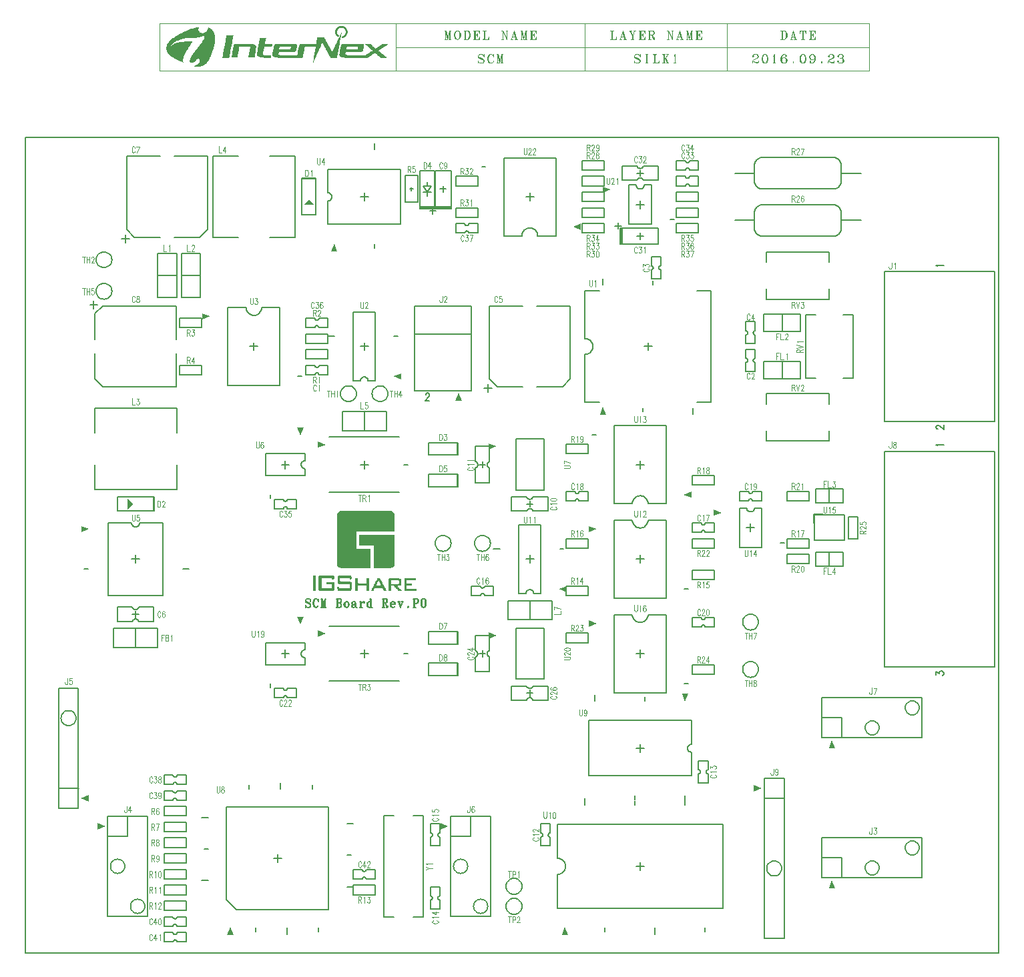
<source format=gbr>
%MOMM*%
%FSLAX33Y33*%
%ADD10C,0.203200*%
%ADD11C,0.162560*%
%ADD73C,0.152400*%
%ADD125C,0.120000*%
%ADD126C,0.200000*%
G90*G71*G01*D02*G54D10*X000000Y000000D02*X123500Y000000D01*X123500Y103500D01*
X000000Y103500D01*X000000Y000000D01*X037200Y003200D02*X037200Y002700D01*
X033200Y003200D02*X033200Y002400D01*X029200Y003200D02*X029200Y002700D01*
X040800Y012400D02*X041300Y012400D01*X040800Y008400D02*X041600Y008400D01*
X036400Y020800D02*X036400Y021300D01*X023200Y017200D02*X022400Y017200D01*
X023200Y013200D02*X022700Y013200D01*X023200Y009200D02*X022400Y009200D01*
X032400Y020800D02*X032400Y021600D01*X028400Y020800D02*X028400Y021300D01*
X040800Y016400D02*X041600Y016400D01*X025500Y018500D02*X038500Y018500D01*
X038500Y005500D01*X026750Y005500D01*X025500Y006750D01*X025500Y018500D01*
X031500Y012000D02*X032500Y012000D01*X032000Y011500D02*X032000Y012500D01*
X071015Y019600D02*X071015Y018800D01*X083715Y019600D02*X083715Y018800D01*
X077365Y019300D02*X077365Y018800D01*X086255Y002700D02*X086255Y003200D01*
X079905Y002400D02*X079905Y003200D01*X073555Y002700D02*X073555Y003200D01*
X077500Y011000D02*X078500Y011000D01*X078000Y010500D02*X078000Y011500D01*
X067525Y010000D02*X067525Y005700D01*X088475Y005700D01*X088475Y016300D01*
X067525Y016300D01*X067525Y012000D01*X067525Y012000D02*X067623Y011995D01*
X067720Y011981D01*X067815Y011957D01*X067908Y011924D01*X067996Y011882D01*
X068081Y011831D01*X068159Y011773D01*X068232Y011707D01*X068298Y011634D01*
X068356Y011556D01*X068407Y011471D01*X068449Y011383D01*X068482Y011290D01*
X068506Y011195D01*X068520Y011098D01*X068525Y011000D01*X068520Y010902D01*
X068506Y010805D01*X068482Y010710D01*X068449Y010617D01*X068407Y010529D01*
X068356Y010444D01*X068298Y010366D01*X068232Y010293D01*X068159Y010227D01*
X068081Y010169D01*X067996Y010118D01*X067908Y010076D01*X067815Y010043D01*
X067720Y010019D01*X067623Y010005D01*X067525Y010000D01*X094050Y010730D02*
X094068Y010545D01*X094122Y010366D01*X094210Y010202D01*X094328Y010058D01*
X094472Y009940D01*X094636Y009852D01*X094815Y009798D01*X095000Y009780D01*
X095185Y009798D01*X095364Y009852D01*X095528Y009940D01*X095672Y010058D01*
X095790Y010202D01*X095878Y010366D01*X095932Y010545D01*X095950Y010730D01*
X095932Y010915D01*X095878Y011094D01*X095790Y011258D01*X095672Y011402D01*
X095528Y011520D01*X095364Y011608D01*X095185Y011662D01*X095000Y011680D01*
X094815Y011662D01*X094636Y011608D01*X094472Y011520D01*X094328Y011402D01*
X094210Y011258D01*X094122Y011094D01*X094068Y010915D01*X094050Y010730D01*
X096270Y022160D02*X093730Y022160D01*X093730Y001840D01*X096270Y001840D01*
X096270Y022160D01*X096270Y019620D02*X093730Y019620D01*X013370Y005920D02*
X013387Y005744D01*X013439Y005576D01*X013522Y005420D01*X013634Y005284D01*
X013770Y005172D01*X013926Y005089D01*X014094Y005037D01*X014270Y005020D01*
X014446Y005037D01*X014614Y005089D01*X014770Y005172D01*X014906Y005284D01*
X015018Y005420D01*X015101Y005576D01*X015153Y005744D01*X015170Y005920D01*
X015153Y006096D01*X015101Y006264D01*X015018Y006420D01*X014906Y006556D01*
X014770Y006668D01*X014614Y006751D01*X014446Y006803D01*X014270Y006820D01*
X014094Y006803D01*X013926Y006751D01*X013770Y006668D01*X013634Y006556D01*
X013522Y006420D01*X013439Y006264D01*X013387Y006096D01*X013370Y005920D01*
X010830Y011000D02*X010847Y010824D01*X010899Y010656D01*X010982Y010500D01*
X011094Y010364D01*X011230Y010252D01*X011386Y010169D01*X011554Y010117D01*
X011730Y010100D01*X011906Y010117D01*X012074Y010169D01*X012230Y010252D01*
X012366Y010364D01*X012478Y010500D01*X012561Y010656D01*X012613Y010824D01*
X012630Y011000D01*X012613Y011176D01*X012561Y011344D01*X012478Y011500D01*
X012366Y011636D01*X012230Y011748D01*X012074Y011831D01*X011906Y011883D01*
X011730Y011900D01*X011554Y011883D01*X011386Y011831D01*X011230Y011748D01*
X011094Y011636D01*X010982Y011500D01*X010899Y011344D01*X010847Y011176D01*
X010830Y011000D01*X013000Y017350D02*X013000Y014810D01*X010460Y014810D01*
X015540Y017350D02*X010460Y017350D01*X010460Y004650D01*X015540Y004650D01*
X015540Y017350D01*X056870Y005920D02*X056887Y005744D01*X056939Y005576D01*
X057022Y005420D01*X057134Y005284D01*X057270Y005172D01*X057426Y005089D01*
X057594Y005037D01*X057770Y005020D01*X057946Y005037D01*X058114Y005089D01*
X058270Y005172D01*X058406Y005284D01*X058518Y005420D01*X058601Y005576D01*
X058653Y005744D01*X058670Y005920D01*X058653Y006096D01*X058601Y006264D01*
X058518Y006420D01*X058406Y006556D01*X058270Y006668D01*X058114Y006751D01*
X057946Y006803D01*X057770Y006820D01*X057594Y006803D01*X057426Y006751D01*
X057270Y006668D01*X057134Y006556D01*X057022Y006420D01*X056939Y006264D01*
X056887Y006096D01*X056870Y005920D01*X054330Y011000D02*X054347Y010824D01*
X054399Y010656D01*X054482Y010500D01*X054594Y010364D01*X054730Y010252D01*
X054886Y010169D01*X055054Y010117D01*X055230Y010100D01*X055406Y010117D01*
X055574Y010169D01*X055730Y010252D01*X055866Y010364D01*X055978Y010500D01*
X056061Y010656D01*X056113Y010824D01*X056130Y011000D01*X056113Y011176D01*
X056061Y011344D01*X055978Y011500D01*X055866Y011636D01*X055730Y011748D01*
X055574Y011831D01*X055406Y011883D01*X055230Y011900D01*X055054Y011883D01*
X054886Y011831D01*X054730Y011748D01*X054594Y011636D01*X054482Y011500D01*
X054399Y011344D01*X054347Y011176D01*X054330Y011000D01*X056500Y017350D02*
X056500Y014810D01*X053960Y014810D01*X059040Y017350D02*X053960Y017350D01*
X053960Y004650D01*X059040Y004650D01*X059040Y017350D01*X061000Y008460D02*
X061019Y008265D01*X061076Y008077D01*X061169Y007904D01*X061293Y007753D01*
X061444Y007629D01*X061617Y007536D01*X061805Y007479D01*X062000Y007460D01*
X062195Y007479D01*X062383Y007536D01*X062556Y007629D01*X062707Y007753D01*
X062831Y007904D01*X062924Y008077D01*X062981Y008265D01*X063000Y008460D01*
X062981Y008655D01*X062924Y008843D01*X062831Y009016D01*X062707Y009167D01*
X062556Y009291D01*X062383Y009384D01*X062195Y009441D01*X062000Y009460D01*
X061805Y009441D01*X061617Y009384D01*X061444Y009291D01*X061293Y009167D01*
X061169Y009016D01*X061076Y008843D01*X061019Y008655D01*X061000Y008460D01*
X061000Y005920D02*X061019Y005725D01*X061076Y005537D01*X061169Y005364D01*
X061293Y005213D01*X061444Y005089D01*X061617Y004996D01*X061805Y004939D01*
X062000Y004920D01*X062195Y004939D01*X062383Y004996D01*X062556Y005089D01*
X062707Y005213D01*X062831Y005364D01*X062924Y005537D01*X062981Y005725D01*
X063000Y005920D01*X062981Y006115D01*X062924Y006303D01*X062831Y006476D01*
X062707Y006627D01*X062556Y006751D01*X062383Y006844D01*X062195Y006901D01*
X062000Y006920D01*X061805Y006901D01*X061617Y006844D01*X061444Y006751D01*
X061293Y006627D01*X061169Y006476D01*X061076Y006303D01*X061019Y006115D01*
X061000Y005920D01*X111600Y013340D02*X111617Y013164D01*X111669Y012996D01*
X111752Y012840D01*X111864Y012704D01*X112000Y012592D01*X112156Y012509D01*
X112324Y012457D01*X112500Y012440D01*X112676Y012457D01*X112844Y012509D01*
X113000Y012592D01*X113136Y012704D01*X113248Y012840D01*X113331Y012996D01*
X113383Y013164D01*X113400Y013340D01*X113383Y013516D01*X113331Y013684D01*
X113248Y013840D01*X113136Y013976D01*X113000Y014088D01*X112844Y014171D01*
X112676Y014223D01*X112500Y014240D01*X112324Y014223D01*X112156Y014171D01*
X112000Y014088D01*X111864Y013976D01*X111752Y013840D01*X111669Y013684D01*
X111617Y013516D01*X111600Y013340D01*X106520Y010800D02*X106537Y010624D01*
X106589Y010456D01*X106672Y010300D01*X106784Y010164D01*X106920Y010052D01*
X107076Y009969D01*X107244Y009917D01*X107420Y009900D01*X107596Y009917D01*
X107764Y009969D01*X107920Y010052D01*X108056Y010164D01*X108168Y010300D01*
X108251Y010456D01*X108303Y010624D01*X108320Y010800D01*X108303Y010976D01*
X108251Y011144D01*X108168Y011300D01*X108056Y011436D01*X107920Y011548D01*
X107764Y011631D01*X107596Y011683D01*X107420Y011700D01*X107244Y011683D01*
X107076Y011631D01*X106920Y011548D01*X106784Y011436D01*X106672Y011300D01*
X106589Y011144D01*X106537Y010976D01*X106520Y010800D01*X101070Y012070D02*
X103610Y012070D01*X103610Y009530D01*X101070Y014610D02*X101070Y009530D01*
X113770Y009530D01*X113770Y014610D01*X101070Y014610D01*X004550Y029810D02*
X004568Y029625D01*X004622Y029446D01*X004710Y029282D01*X004828Y029138D01*
X004972Y029020D01*X005136Y028932D01*X005315Y028878D01*X005500Y028860D01*
X005685Y028878D01*X005864Y028932D01*X006028Y029020D01*X006172Y029138D01*
X006290Y029282D01*X006378Y029446D01*X006432Y029625D01*X006450Y029810D01*
X006432Y029995D01*X006378Y030174D01*X006290Y030338D01*X006172Y030482D01*
X006028Y030600D01*X005864Y030688D01*X005685Y030742D01*X005500Y030760D01*
X005315Y030742D01*X005136Y030688D01*X004972Y030600D01*X004828Y030482D01*
X004710Y030338D01*X004622Y030174D01*X004568Y029995D01*X004550Y029810D01*
X004250Y018380D02*X006750Y018380D01*X006750Y033620D01*X004250Y033620D01*
X004250Y018380D01*X004250Y020920D02*X006770Y020920D01*X072285Y032800D02*
X072285Y032000D01*X077365Y020000D02*X077365Y019500D01*X083715Y020000D02*
X083715Y019200D01*X078635Y032500D02*X078635Y032000D01*X084500Y025500D02*
X084451Y025502D01*X084402Y025510D01*X084355Y025522D01*X084309Y025538D01*
X084264Y025559D01*X084222Y025584D01*X084183Y025613D01*X084146Y025646D01*
X084113Y025683D01*X084084Y025722D01*X084059Y025764D01*X084038Y025809D01*
X084022Y025855D01*X084010Y025902D01*X084002Y025951D01*X084000Y026000D01*
X084002Y026049D01*X084010Y026098D01*X084022Y026145D01*X084038Y026191D01*
X084059Y026236D01*X084084Y026278D01*X084113Y026317D01*X084146Y026354D01*
X084183Y026387D01*X084222Y026416D01*X084264Y026441D01*X084309Y026462D01*
X084355Y026478D01*X084402Y026490D01*X084451Y026498D01*X084500Y026500D01*
X078500Y026000D02*X077500Y026000D01*X078000Y025500D02*X078000Y026500D01*
X071500Y022500D02*X084500Y022500D01*X071500Y029500D02*X071500Y022500D01*
X084500Y029500D02*X071500Y029500D01*X084500Y022500D02*X084500Y025500D01*
X084500Y026500D02*X084500Y029500D01*X111600Y031120D02*X111617Y030944D01*
X111669Y030776D01*X111752Y030620D01*X111864Y030484D01*X112000Y030372D01*
X112156Y030289D01*X112324Y030237D01*X112500Y030220D01*X112676Y030237D01*
X112844Y030289D01*X113000Y030372D01*X113136Y030484D01*X113248Y030620D01*
X113331Y030776D01*X113383Y030944D01*X113400Y031120D01*X113383Y031296D01*
X113331Y031464D01*X113248Y031620D01*X113136Y031756D01*X113000Y031868D01*
X112844Y031951D01*X112676Y032003D01*X112500Y032020D01*X112324Y032003D01*
X112156Y031951D01*X112000Y031868D01*X111864Y031756D01*X111752Y031620D01*
X111669Y031464D01*X111617Y031296D01*X111600Y031120D01*X106520Y028580D02*
X106537Y028404D01*X106589Y028236D01*X106672Y028080D01*X106784Y027944D01*
X106920Y027832D01*X107076Y027749D01*X107244Y027697D01*X107420Y027680D01*
X107596Y027697D01*X107764Y027749D01*X107920Y027832D01*X108056Y027944D01*
X108168Y028080D01*X108251Y028236D01*X108303Y028404D01*X108320Y028580D01*
X108303Y028756D01*X108251Y028924D01*X108168Y029080D01*X108056Y029216D01*
X107920Y029328D01*X107764Y029411D01*X107596Y029463D01*X107420Y029480D01*
X107244Y029463D01*X107076Y029411D01*X106920Y029328D01*X106784Y029216D01*
X106672Y029080D01*X106589Y028924D01*X106537Y028756D01*X106520Y028580D01*
X101070Y029850D02*X103610Y029850D01*X103610Y027310D01*X101070Y032390D02*
X101070Y027310D01*X113770Y027310D01*X113770Y032390D01*X101070Y032390D01*
X031095Y034200D02*X031095Y033700D01*X035500Y036600D02*X030500Y036600D01*
X030500Y039400D01*X035500Y039400D01*X035500Y036600D02*X035500Y037500D01*
X035500Y039400D02*X035500Y038500D01*X033000Y038500D02*X033000Y037500D01*
X033500Y038000D02*X032500Y038000D01*X035500Y037500D02*X035451Y037502D01*
X035402Y037510D01*X035355Y037522D01*X035309Y037538D01*X035264Y037559D01*
X035222Y037584D01*X035183Y037613D01*X035146Y037646D01*X035113Y037683D01*
X035084Y037722D01*X035059Y037764D01*X035038Y037809D01*X035022Y037855D01*
X035010Y037902D01*X035002Y037951D01*X035000Y038000D01*X035002Y038049D01*
X035010Y038098D01*X035022Y038145D01*X035038Y038191D01*X035059Y038236D01*
X035084Y038278D01*X035113Y038317D01*X035146Y038354D01*X035183Y038387D01*
X035222Y038416D01*X035264Y038441D01*X035309Y038462D01*X035355Y038478D01*
X035402Y038490D01*X035451Y038498D01*X035500Y038500D01*X061700Y033900D02*
X061700Y032100D01*X061700Y033900D02*X063600Y033900D01*X064400Y033900D02*
X066300Y033900D01*X066300Y033900D02*X066300Y032100D01*X066300Y032100D02*
X064400Y032100D01*X063600Y032100D02*X061700Y032100D01*X064400Y033000D02*
X063600Y033000D01*X064000Y032600D02*X064000Y033400D01*X063600Y032100D02*
X063610Y032133D01*X063622Y032165D01*X063637Y032195D01*X063654Y032225D01*
X063674Y032253D01*X063696Y032279D01*X063720Y032303D01*X063746Y032325D01*
X063774Y032345D01*X063803Y032362D01*X063834Y032377D01*X063866Y032390D01*
X063899Y032400D01*X063932Y032407D01*X063966Y032411D01*X064000Y032412D01*
X064034Y032411D01*X064068Y032407D01*X064101Y032400D01*X064134Y032390D01*
X064166Y032377D01*X064197Y032362D01*X064226Y032345D01*X064254Y032325D01*
X064280Y032303D01*X064304Y032279D01*X064326Y032253D01*X064346Y032225D01*
X064363Y032195D01*X064378Y032165D01*X064390Y032133D01*X064400Y032100D01*
X064400Y033900D02*X064389Y033868D01*X064376Y033837D01*X064361Y033808D01*
X064343Y033780D01*X064322Y033753D01*X064300Y033728D01*X064276Y033705D01*
X064250Y033683D01*X064222Y033664D01*X064193Y033648D01*X064163Y033633D01*
X064132Y033621D01*X064100Y033612D01*X064067Y033605D01*X064033Y033601D01*
X064000Y033600D01*X063967Y033601D01*X063933Y033605D01*X063900Y033612D01*
X063868Y033621D01*X063837Y033633D01*X063807Y033648D01*X063778Y033664D01*
X063750Y033683D01*X063724Y033705D01*X063700Y033728D01*X063678Y033753D01*
X063657Y033780D01*X063639Y033808D01*X063624Y033837D01*X063611Y033868D01*
X063600Y033900D01*X047445Y034505D02*X038555Y034505D01*X048000Y038000D02*
X048500Y038000D01*X047445Y041495D02*X038555Y041495D01*X043500Y038000D02*
X042500Y038000D01*X043000Y038500D02*X043000Y037500D01*X054900Y039200D02*
X054900Y040800D01*X051200Y040800D01*X051200Y039200D01*X054900Y039200D01*
X054800Y039200D02*X054800Y040800D01*X054900Y035200D02*X054900Y036800D01*
X051200Y036800D01*X051200Y035200D01*X054900Y035200D01*X054800Y035200D02*
X054800Y036800D01*X065781Y041250D02*X065781Y034750D01*X062225Y034750D01*
X062225Y041250D01*X065781Y041250D01*X057100Y035700D02*X058900Y035700D01*
X057100Y035700D02*X057100Y037600D01*X057100Y038400D02*X057100Y040300D01*
X057100Y040300D02*X058900Y040300D01*X058900Y040300D02*X058900Y038400D01*
X058900Y037600D02*X058900Y035700D01*X058000Y038400D02*X058000Y037600D01*
X058400Y038000D02*X057600Y038000D01*X058900Y037600D02*X058867Y037610D01*
X058835Y037622D01*X058805Y037637D01*X058775Y037654D01*X058747Y037674D01*
X058721Y037696D01*X058697Y037720D01*X058675Y037746D01*X058655Y037774D01*
X058638Y037803D01*X058623Y037834D01*X058610Y037866D01*X058600Y037899D01*
X058593Y037932D01*X058589Y037966D01*X058588Y038000D01*X058589Y038034D01*
X058593Y038068D01*X058600Y038101D01*X058610Y038134D01*X058623Y038166D01*
X058638Y038197D01*X058655Y038226D01*X058675Y038254D01*X058697Y038280D01*
X058721Y038304D01*X058747Y038326D01*X058775Y038346D01*X058805Y038363D01*
X058835Y038378D01*X058867Y038390D01*X058900Y038400D01*X057100Y038400D02*
X057132Y038389D01*X057163Y038376D01*X057192Y038361D01*X057221Y038343D01*
X057247Y038322D01*X057272Y038300D01*X057296Y038276D01*X057317Y038250D01*
X057336Y038222D01*X057352Y038193D01*X057367Y038163D01*X057379Y038132D01*
X057388Y038100D01*X057395Y038067D01*X057399Y038033D01*X057400Y038000D01*
X057399Y037967D01*X057395Y037933D01*X057388Y037900D01*X057379Y037868D01*
X057367Y037837D01*X057352Y037807D01*X057336Y037778D01*X057317Y037750D01*
X057296Y037724D01*X057272Y037700D01*X057247Y037678D01*X057221Y037657D01*
X057192Y037639D01*X057163Y037624D01*X057132Y037611D01*X057100Y037600D01*
X078000Y038500D02*X078000Y037500D01*X077500Y038000D02*X078500Y038000D01*
X074700Y042955D02*X077000Y042955D01*X081300Y042955D02*X079000Y042955D01*
X081300Y042955D02*X081300Y033045D01*X074700Y033045D01*X074700Y042955D01*
X083600Y034190D02*X084100Y034190D01*X079000Y042955D02*X078995Y042857D01*
X078981Y042760D01*X078957Y042665D01*X078924Y042572D01*X078882Y042484D01*
X078831Y042399D01*X078773Y042321D01*X078707Y042248D01*X078634Y042182D01*
X078556Y042124D01*X078471Y042073D01*X078383Y042031D01*X078290Y041998D01*
X078195Y041974D01*X078098Y041960D01*X078000Y041955D01*X077902Y041960D01*
X077805Y041974D01*X077710Y041998D01*X077617Y042031D01*X077529Y042073D01*
X077444Y042124D01*X077366Y042182D01*X077293Y042248D01*X077227Y042321D01*
X077169Y042399D01*X077118Y042484D01*X077076Y042572D01*X077043Y042665D01*
X077019Y042760D01*X077005Y042857D01*X077000Y042955D01*X091000Y036000D02*
X091019Y035805D01*X091076Y035617D01*X091169Y035444D01*X091293Y035293D01*
X091444Y035169D01*X091617Y035076D01*X091805Y035019D01*X092000Y035000D01*
X092195Y035019D01*X092383Y035076D01*X092556Y035169D01*X092707Y035293D01*
X092831Y035444D01*X092924Y035617D01*X092981Y035805D01*X093000Y036000D01*
X092981Y036195D01*X092924Y036383D01*X092831Y036556D01*X092707Y036707D01*
X092556Y036831D01*X092383Y036924D01*X092195Y036981D01*X092000Y037000D01*
X091805Y036981D01*X091617Y036924D01*X091444Y036831D01*X091293Y036707D01*
X091169Y036556D01*X091076Y036383D01*X091019Y036195D01*X091000Y036000D01*
X123000Y063650D02*X109000Y063650D01*X109000Y036350D01*X123000Y036350D01*
X123000Y063650D01*X020000Y048730D02*X020800Y048730D01*X007500Y048730D02*
X008000Y048730D01*X014500Y054600D02*X014498Y054551D01*X014490Y054502D01*
X014478Y054455D01*X014462Y054409D01*X014441Y054364D01*X014416Y054322D01*
X014387Y054283D01*X014354Y054246D01*X014317Y054213D01*X014278Y054184D01*
X014236Y054159D01*X014191Y054138D01*X014145Y054122D01*X014098Y054110D01*
X014049Y054102D01*X014000Y054100D01*X013951Y054102D01*X013902Y054110D01*
X013855Y054122D01*X013809Y054138D01*X013764Y054159D01*X013722Y054184D01*
X013683Y054213D01*X013646Y054246D01*X013613Y054283D01*X013584Y054322D01*
X013559Y054364D01*X013538Y054409D01*X013522Y054455D01*X013510Y054502D01*
X013502Y054551D01*X013500Y054600D01*X014000Y050500D02*X014000Y049500D01*
X014500Y050000D02*X013500Y050000D01*X017500Y045400D02*X017500Y054600D01*
X010500Y045400D02*X017500Y045400D01*X010500Y054600D02*X010500Y045400D01*
X017500Y054600D02*X014500Y054600D01*X013500Y054600D02*X010500Y054600D01*
X011700Y043900D02*X011700Y042100D01*X011700Y043900D02*X013600Y043900D01*
X014400Y043900D02*X016300Y043900D01*X016300Y043900D02*X016300Y042100D01*
X016300Y042100D02*X014400Y042100D01*X013600Y042100D02*X011700Y042100D01*
X014400Y043000D02*X013600Y043000D01*X014000Y042600D02*X014000Y043400D01*
X013600Y042100D02*X013610Y042133D01*X013622Y042165D01*X013637Y042195D01*
X013654Y042225D01*X013674Y042253D01*X013696Y042279D01*X013720Y042303D01*
X013746Y042325D01*X013774Y042345D01*X013803Y042362D01*X013834Y042377D01*
X013866Y042390D01*X013899Y042400D01*X013932Y042407D01*X013966Y042411D01*
X014000Y042412D01*X014034Y042411D01*X014068Y042407D01*X014101Y042400D01*
X014134Y042390D01*X014166Y042377D01*X014197Y042362D01*X014226Y042345D01*
X014254Y042325D01*X014280Y042303D01*X014304Y042279D01*X014326Y042253D01*
X014346Y042225D01*X014363Y042195D01*X014378Y042165D01*X014390Y042133D01*
X014400Y042100D01*X014400Y043900D02*X014389Y043868D01*X014376Y043837D01*
X014361Y043808D01*X014343Y043780D01*X014322Y043753D01*X014300Y043728D01*
X014276Y043705D01*X014250Y043683D01*X014222Y043664D01*X014193Y043648D01*
X014163Y043633D01*X014132Y043621D01*X014100Y043612D01*X014067Y043605D01*
X014033Y043601D01*X014000Y043600D01*X013967Y043601D01*X013933Y043605D01*
X013900Y043612D01*X013868Y043621D01*X013837Y043633D01*X013807Y043648D01*
X013778Y043664D01*X013750Y043683D01*X013724Y043705D01*X013700Y043728D01*
X013678Y043753D01*X013657Y043780D01*X013639Y043808D01*X013624Y043837D01*
X013611Y043868D01*X013600Y043900D01*X011200Y041200D02*X016800Y041200D01*
X016800Y038800D01*X011200Y038800D01*X011200Y041200D01*X014000Y041200D02*
X014000Y038800D01*X060200Y051270D02*X059400Y051270D01*X068300Y051270D02*
X067800Y051270D01*X062600Y045625D02*X062600Y054375D01*X065400Y054375D01*
X065400Y045625D01*X062600Y045625D02*X063500Y045625D01*X065400Y045625D02*
X064500Y045625D01*X064500Y050000D02*X063500Y050000D01*X064000Y049500D02*
X064000Y050500D01*X063500Y045625D02*X063502Y045674D01*X063510Y045723D01*
X063522Y045770D01*X063538Y045816D01*X063559Y045861D01*X063584Y045903D01*
X063613Y045942D01*X063646Y045979D01*X063683Y046012D01*X063722Y046041D01*
X063764Y046066D01*X063809Y046087D01*X063855Y046103D01*X063902Y046115D01*
X063951Y046123D01*X064000Y046125D01*X064049Y046123D01*X064098Y046115D01*
X064145Y046103D01*X064191Y046087D01*X064236Y046066D01*X064278Y046041D01*
X064317Y046012D01*X064354Y045979D01*X064387Y045942D01*X064416Y045903D01*
X064441Y045861D01*X064462Y045816D01*X064478Y045770D01*X064490Y045723D01*
X064498Y045674D01*X064500Y045625D01*X061200Y044700D02*X066800Y044700D01*
X066800Y042300D01*X061200Y042300D01*X061200Y044700D01*X064000Y044700D02*
X064000Y042300D01*X091000Y042000D02*X091019Y041805D01*X091076Y041617D01*
X091169Y041444D01*X091293Y041293D01*X091444Y041169D01*X091617Y041076D01*
X091805Y041019D01*X092000Y041000D01*X092195Y041019D01*X092383Y041076D01*
X092556Y041169D01*X092707Y041293D01*X092831Y041444D01*X092924Y041617D01*
X092981Y041805D01*X093000Y042000D01*X092981Y042195D01*X092924Y042383D01*
X092831Y042556D01*X092707Y042707D01*X092556Y042831D01*X092383Y042924D01*
X092195Y042981D01*X092000Y043000D01*X091805Y042981D01*X091617Y042924D01*
X091444Y042831D01*X091293Y042707D01*X091169Y042556D01*X091076Y042383D01*
X091019Y042195D01*X091000Y042000D01*X078000Y050500D02*X078000Y049500D01*
X077500Y050000D02*X078500Y050000D01*X074700Y054955D02*X077000Y054955D01*
X081300Y054955D02*X079000Y054955D01*X081300Y054955D02*X081300Y045045D01*
X074700Y045045D01*X074700Y054955D01*X083600Y046190D02*X084100Y046190D01*
X079000Y054955D02*X078995Y054857D01*X078981Y054760D01*X078957Y054665D01*
X078924Y054572D01*X078882Y054484D01*X078831Y054399D01*X078773Y054321D01*
X078707Y054248D01*X078634Y054182D01*X078556Y054124D01*X078471Y054073D01*
X078383Y054031D01*X078290Y053998D01*X078195Y053974D01*X078098Y053960D01*
X078000Y053955D01*X077902Y053960D01*X077805Y053974D01*X077710Y053998D01*
X077617Y054031D01*X077529Y054073D01*X077444Y054124D01*X077366Y054182D01*
X077293Y054248D01*X077227Y054321D01*X077169Y054399D01*X077118Y054484D01*
X077076Y054572D01*X077043Y054665D01*X077019Y054760D01*X077005Y054857D01*
X077000Y054955D01*X095800Y052095D02*X096300Y052095D01*X093400Y056500D02*
X093400Y051500D01*X090600Y051500D01*X090600Y056500D01*X093400Y056500D02*
X092500Y056500D01*X090600Y056500D02*X091500Y056500D01*X091500Y054000D02*
X092500Y054000D01*X092000Y054500D02*X092000Y053500D01*X092500Y056500D02*
X092498Y056451D01*X092490Y056402D01*X092478Y056355D01*X092462Y056309D01*
X092441Y056264D01*X092416Y056222D01*X092387Y056183D01*X092354Y056146D01*
X092317Y056113D01*X092278Y056084D01*X092236Y056059D01*X092191Y056038D01*
X092145Y056022D01*X092098Y056010D01*X092049Y056002D01*X092000Y056000D01*
X091951Y056002D01*X091902Y056010D01*X091855Y056022D01*X091809Y056038D01*
X091764Y056059D01*X091722Y056084D01*X091683Y056113D01*X091646Y056146D01*
X091613Y056183D01*X091584Y056222D01*X091559Y056264D01*X091538Y056309D01*
X091522Y056355D01*X091510Y056402D01*X091502Y056451D01*X091500Y056500D01*
X016300Y057890D02*X011700Y057890D01*X011700Y056110D01*X016300Y056110D01*
X016300Y057890D01*X011700Y057890D02*X011700Y056110D01*X016300Y057890D02*
X016400Y057890D01*X016400Y056110D01*X016300Y056110D01*X052000Y052000D02*
X052019Y051805D01*X052076Y051617D01*X052169Y051444D01*X052293Y051293D01*
X052444Y051169D01*X052617Y051076D01*X052805Y051019D01*X053000Y051000D01*
X053195Y051019D01*X053383Y051076D01*X053556Y051169D01*X053707Y051293D01*
X053831Y051444D01*X053924Y051617D01*X053981Y051805D01*X054000Y052000D01*
X053981Y052195D01*X053924Y052383D01*X053831Y052556D01*X053707Y052707D01*
X053556Y052831D01*X053383Y052924D01*X053195Y052981D01*X053000Y053000D01*
X052805Y052981D01*X052617Y052924D01*X052444Y052831D01*X052293Y052707D01*
X052169Y052556D01*X052076Y052383D01*X052019Y052195D01*X052000Y052000D01*
X057000Y052000D02*X057019Y051805D01*X057076Y051617D01*X057169Y051444D01*
X057293Y051293D01*X057444Y051169D01*X057617Y051076D01*X057805Y051019D01*
X058000Y051000D01*X058195Y051019D01*X058383Y051076D01*X058556Y051169D01*
X058707Y051293D01*X058831Y051444D01*X058924Y051617D01*X058981Y051805D01*
X059000Y052000D01*X058981Y052195D01*X058924Y052383D01*X058831Y052556D01*
X058707Y052707D01*X058556Y052831D01*X058383Y052924D01*X058195Y052981D01*
X058000Y053000D01*X057805Y052981D01*X057617Y052924D01*X057444Y052831D01*
X057293Y052707D01*X057169Y052556D01*X057076Y052383D01*X057019Y052195D01*
X057000Y052000D01*X061700Y057900D02*X061700Y056100D01*X061700Y057900D02*
X063600Y057900D01*X064400Y057900D02*X066300Y057900D01*X066300Y057900D02*
X066300Y056100D01*X066300Y056100D02*X064400Y056100D01*X063600Y056100D02*
X061700Y056100D01*X064400Y057000D02*X063600Y057000D01*X064000Y056600D02*
X064000Y057400D01*X063600Y056100D02*X063610Y056133D01*X063622Y056165D01*
X063637Y056195D01*X063654Y056225D01*X063674Y056253D01*X063696Y056279D01*
X063720Y056303D01*X063746Y056325D01*X063774Y056345D01*X063803Y056362D01*
X063834Y056377D01*X063866Y056390D01*X063899Y056400D01*X063932Y056407D01*
X063966Y056411D01*X064000Y056412D01*X064034Y056411D01*X064068Y056407D01*
X064101Y056400D01*X064134Y056390D01*X064166Y056377D01*X064197Y056362D01*
X064226Y056345D01*X064254Y056325D01*X064280Y056303D01*X064304Y056279D01*
X064326Y056253D01*X064346Y056225D01*X064363Y056195D01*X064378Y056165D01*
X064390Y056133D01*X064400Y056100D01*X064400Y057900D02*X064389Y057868D01*
X064376Y057837D01*X064361Y057808D01*X064343Y057780D01*X064322Y057753D01*
X064300Y057728D01*X064276Y057705D01*X064250Y057683D01*X064222Y057664D01*
X064193Y057648D01*X064163Y057633D01*X064132Y057621D01*X064100Y057612D01*
X064067Y057605D01*X064033Y057601D01*X064000Y057600D01*X063967Y057601D01*
X063933Y057605D01*X063900Y057612D01*X063868Y057621D01*X063837Y057633D01*
X063807Y057648D01*X063778Y057664D01*X063750Y057683D01*X063724Y057705D01*
X063700Y057728D01*X063678Y057753D01*X063657Y057780D01*X063639Y057808D01*
X063624Y057837D01*X063611Y057868D01*X063600Y057900D01*X103900Y055600D02*
X100100Y055600D01*X100100Y052400D01*X103900Y052400D01*X103900Y055600D01*
X101200Y055700D02*X100000Y055700D01*X100000Y054600D01*X019200Y062000D02*
X019200Y058800D01*X008800Y058800D01*X008800Y062000D01*X019200Y066000D02*
X019200Y069200D01*X008800Y069200D01*X008800Y066000D01*X031095Y058200D02*
X031095Y057700D01*X035500Y060600D02*X030500Y060600D01*X030500Y063400D01*
X035500Y063400D01*X035500Y060600D02*X035500Y061500D01*X035500Y063400D02*
X035500Y062500D01*X033000Y062500D02*X033000Y061500D01*X033500Y062000D02*
X032500Y062000D01*X035500Y061500D02*X035451Y061502D01*X035402Y061510D01*
X035355Y061522D01*X035309Y061538D01*X035264Y061559D01*X035222Y061584D01*
X035183Y061613D01*X035146Y061646D01*X035113Y061683D01*X035084Y061722D01*
X035059Y061764D01*X035038Y061809D01*X035022Y061855D01*X035010Y061902D01*
X035002Y061951D01*X035000Y062000D01*X035002Y062049D01*X035010Y062098D01*
X035022Y062145D01*X035038Y062191D01*X035059Y062236D01*X035084Y062278D01*
X035113Y062317D01*X035146Y062354D01*X035183Y062387D01*X035222Y062416D01*
X035264Y062441D01*X035309Y062462D01*X035355Y062478D01*X035402Y062490D01*
X035451Y062498D01*X035500Y062500D01*X047445Y058505D02*X038555Y058505D01*
X048000Y062000D02*X048500Y062000D01*X047445Y065495D02*X038555Y065495D01*
X043500Y062000D02*X042500Y062000D01*X043000Y062500D02*X043000Y061500D01*
X054900Y059200D02*X054900Y060800D01*X051200Y060800D01*X051200Y059200D01*
X054900Y059200D01*X054800Y059200D02*X054800Y060800D01*X065781Y065250D02*
X065781Y058750D01*X062225Y058750D01*X062225Y065250D01*X065781Y065250D01*
X057100Y059700D02*X058900Y059700D01*X057100Y059700D02*X057100Y061600D01*
X057100Y062400D02*X057100Y064300D01*X057100Y064300D02*X058900Y064300D01*
X058900Y064300D02*X058900Y062400D01*X058900Y061600D02*X058900Y059700D01*
X058000Y062400D02*X058000Y061600D01*X058400Y062000D02*X057600Y062000D01*
X058900Y061600D02*X058867Y061610D01*X058835Y061622D01*X058805Y061637D01*
X058775Y061654D01*X058747Y061674D01*X058721Y061696D01*X058697Y061720D01*
X058675Y061746D01*X058655Y061774D01*X058638Y061803D01*X058623Y061834D01*
X058610Y061866D01*X058600Y061899D01*X058593Y061932D01*X058589Y061966D01*
X058588Y062000D01*X058589Y062034D01*X058593Y062068D01*X058600Y062101D01*
X058610Y062134D01*X058623Y062166D01*X058638Y062197D01*X058655Y062226D01*
X058675Y062254D01*X058697Y062280D01*X058721Y062304D01*X058747Y062326D01*
X058775Y062346D01*X058805Y062363D01*X058835Y062378D01*X058867Y062390D01*
X058900Y062400D01*X057100Y062400D02*X057132Y062389D01*X057163Y062376D01*
X057192Y062361D01*X057221Y062343D01*X057247Y062322D01*X057272Y062300D01*
X057296Y062276D01*X057317Y062250D01*X057336Y062222D01*X057352Y062193D01*
X057367Y062163D01*X057379Y062132D01*X057388Y062100D01*X057395Y062067D01*
X057399Y062033D01*X057400Y062000D01*X057399Y061967D01*X057395Y061933D01*
X057388Y061900D01*X057379Y061868D01*X057367Y061837D01*X057352Y061807D01*
X057336Y061778D01*X057317Y061750D01*X057296Y061724D01*X057272Y061700D01*
X057247Y061678D01*X057221Y061657D01*X057192Y061639D01*X057163Y061624D01*
X057132Y061611D01*X057100Y061600D01*X078000Y061500D02*X078000Y062500D01*
X078500Y062000D02*X077500Y062000D01*X081300Y057045D02*X079000Y057045D01*
X074700Y057045D02*X077000Y057045D01*X074700Y057045D02*X074700Y066955D01*
X081300Y066955D01*X081300Y057045D01*X072400Y065810D02*X071900Y065810D01*
X077000Y057045D02*X077005Y057143D01*X077019Y057240D01*X077043Y057335D01*
X077076Y057428D01*X077118Y057516D01*X077169Y057601D01*X077227Y057679D01*
X077293Y057752D01*X077366Y057818D01*X077444Y057876D01*X077529Y057927D01*
X077617Y057969D01*X077710Y058002D01*X077805Y058026D01*X077902Y058040D01*
X078000Y058045D01*X078098Y058040D01*X078195Y058026D01*X078290Y058002D01*
X078383Y057969D01*X078471Y057927D01*X078556Y057876D01*X078634Y057818D01*
X078707Y057752D01*X078773Y057679D01*X078831Y057601D01*X078882Y057516D01*
X078924Y057428D01*X078957Y057335D01*X078981Y057240D01*X078995Y057143D01*
X079000Y057045D01*X040200Y068700D02*X045800Y068700D01*X045800Y066300D01*
X040200Y066300D01*X040200Y068700D01*X043000Y068700D02*X043000Y066300D01*
X054900Y063200D02*X054900Y064800D01*X051200Y064800D01*X051200Y063200D01*
X054900Y063200D01*X054800Y063200D02*X054800Y064800D01*X102000Y066300D02*
X102000Y065000D01*X094000Y065000D01*X094000Y066300D01*X102000Y069700D02*
X102000Y071000D01*X094000Y071000D01*X094000Y069700D01*X123000Y086525D02*
X109000Y086525D01*X109000Y067475D01*X123000Y067475D01*X123000Y086525D01*
X008700Y081800D02*X008700Y082800D01*X008200Y082300D02*X009200Y082300D01*
X008850Y077900D02*X008850Y081150D01*X009850Y082150D01*X019150Y082150D01*
X019150Y077900D01*X008850Y076100D02*X008850Y072850D01*X009850Y071850D01*
X019150Y071850D01*X019150Y076100D01*X029000Y077500D02*X029000Y076500D01*
X028500Y077000D02*X029500Y077000D01*X025700Y081955D02*X028000Y081955D01*
X032300Y081955D02*X030000Y081955D01*X032300Y081955D02*X032300Y072045D01*
X025700Y072045D01*X025700Y081955D01*X034600Y073190D02*X035100Y073190D01*
X030000Y081955D02*X029995Y081857D01*X029981Y081760D01*X029957Y081665D01*
X029924Y081572D01*X029882Y081484D01*X029831Y081399D01*X029773Y081321D01*
X029707Y081248D01*X029634Y081182D01*X029556Y081124D01*X029471Y081073D01*
X029383Y081031D01*X029290Y080998D01*X029195Y080974D01*X029098Y080960D01*
X029000Y080955D01*X028902Y080960D01*X028805Y080974D01*X028710Y080998D01*
X028617Y081031D01*X028529Y081073D01*X028444Y081124D01*X028366Y081182D01*
X028293Y081248D01*X028227Y081321D01*X028169Y081399D01*X028118Y081484D01*
X028076Y081572D01*X028043Y081665D01*X028019Y081760D01*X028005Y081857D01*
X028000Y081955D01*X040000Y071000D02*X040019Y070805D01*X040076Y070617D01*
X040169Y070444D01*X040293Y070293D01*X040444Y070169D01*X040617Y070076D01*
X040805Y070019D01*X041000Y070000D01*X041195Y070019D01*X041383Y070076D01*
X041556Y070169D01*X041707Y070293D01*X041831Y070444D01*X041924Y070617D01*
X041981Y070805D01*X042000Y071000D01*X041981Y071195D01*X041924Y071383D01*
X041831Y071556D01*X041707Y071707D01*X041556Y071831D01*X041383Y071924D01*
X041195Y071981D01*X041000Y072000D01*X040805Y071981D01*X040617Y071924D01*
X040444Y071831D01*X040293Y071707D01*X040169Y071556D01*X040076Y071383D01*
X040019Y071195D01*X040000Y071000D01*X039200Y078270D02*X038400Y078270D01*
X047300Y078270D02*X046800Y078270D01*X041600Y072625D02*X041600Y081375D01*
X044400Y081375D01*X044400Y072625D01*X041600Y072625D02*X042500Y072625D01*
X044400Y072625D02*X043500Y072625D01*X043500Y077000D02*X042500Y077000D01*
X043000Y076500D02*X043000Y077500D01*X042500Y072625D02*X042502Y072674D01*
X042510Y072723D01*X042522Y072770D01*X042538Y072816D01*X042559Y072861D01*
X042584Y072903D01*X042613Y072942D01*X042646Y072979D01*X042683Y073012D01*
X042722Y073041D01*X042764Y073066D01*X042809Y073087D01*X042855Y073103D01*
X042902Y073115D01*X042951Y073123D01*X043000Y073125D01*X043049Y073123D01*
X043098Y073115D01*X043145Y073103D01*X043191Y073087D01*X043236Y073066D01*
X043278Y073041D01*X043317Y073012D01*X043354Y072979D01*X043387Y072942D01*
X043416Y072903D01*X043441Y072861D01*X043462Y072816D01*X043478Y072770D01*
X043490Y072723D01*X043498Y072674D01*X043500Y072625D01*X049420Y082150D02*
X049420Y071400D01*X056580Y071400D01*X056580Y082150D01*X049420Y082150D01*
X049420Y078600D02*X056580Y078600D01*X044000Y071000D02*X044019Y070805D01*
X044076Y070617D01*X044169Y070444D01*X044293Y070293D01*X044444Y070169D01*
X044617Y070076D01*X044805Y070019D01*X045000Y070000D01*X045195Y070019D01*
X045383Y070076D01*X045556Y070169D01*X045707Y070293D01*X045831Y070444D01*
X045924Y070617D01*X045981Y070805D01*X046000Y071000D01*X045981Y071195D01*
X045924Y071383D01*X045831Y071556D01*X045707Y071707D01*X045556Y071831D01*
X045383Y071924D01*X045195Y071981D01*X045000Y072000D01*X044805Y071981D01*
X044617Y071924D01*X044444Y071831D01*X044293Y071707D01*X044169Y071556D01*
X044076Y071383D01*X044019Y071195D01*X044000Y071000D01*X059200Y071700D02*
X058200Y071700D01*X058700Y071200D02*X058700Y072200D01*X063100Y071850D02*
X059850Y071850D01*X058850Y072850D01*X058850Y082150D01*X063100Y082150D01*
X064900Y071850D02*X068150Y071850D01*X069150Y072850D01*X069150Y082150D01*
X064900Y082150D01*X073285Y084800D02*X073285Y085600D01*X079635Y084800D02*
X079635Y085300D01*X078365Y068700D02*X078365Y069200D01*X084715Y068400D02*
X084715Y069200D01*X071000Y078000D02*X071098Y077995D01*X071195Y077981D01*
X071290Y077957D01*X071383Y077924D01*X071471Y077882D01*X071556Y077831D01*
X071634Y077773D01*X071707Y077707D01*X071773Y077634D01*X071831Y077556D01*
X071882Y077471D01*X071924Y077383D01*X071957Y077290D01*X071981Y077195D01*
X071995Y077098D01*X072000Y077000D01*X071995Y076902D01*X071981Y076805D01*
X071957Y076710D01*X071924Y076617D01*X071882Y076529D01*X071831Y076444D01*
X071773Y076366D01*X071707Y076293D01*X071634Y076227D01*X071556Y076169D01*
X071471Y076118D01*X071383Y076076D01*X071290Y076043D01*X071195Y076019D01*
X071098Y076005D01*X071000Y076000D01*X072800Y084100D02*X071000Y084100D01*
X071000Y078000D01*X071000Y076000D02*X071000Y069900D01*X072800Y069900D01*
X085200Y069900D02*X087000Y069900D01*X087000Y084100D01*X085200Y084100D01*
X079000Y077500D02*X079000Y076500D01*X078500Y077000D02*X079500Y077000D01*
X093700Y072900D02*X098300Y072900D01*X098300Y075100D01*X093700Y075100D01*
X093700Y075100D02*X093700Y072900D01*X096000Y072900D02*X096000Y075100D01*
X100300Y073000D02*X099000Y073000D01*X099000Y081000D01*X100300Y081000D01*
X103700Y073000D02*X105000Y073000D01*X105000Y081000D01*X103700Y081000D01*
X093700Y078900D02*X098300Y078900D01*X098300Y081100D01*X093700Y081100D01*
X093700Y081100D02*X093700Y078900D01*X096000Y078900D02*X096000Y081100D01*
X009000Y084000D02*X009019Y083805D01*X009076Y083617D01*X009169Y083444D01*
X009293Y083293D01*X009444Y083169D01*X009617Y083076D01*X009805Y083019D01*
X010000Y083000D01*X010195Y083019D01*X010383Y083076D01*X010556Y083169D01*
X010707Y083293D01*X010831Y083444D01*X010924Y083617D01*X010981Y083805D01*
X011000Y084000D01*X010981Y084195D01*X010924Y084383D01*X010831Y084556D01*
X010707Y084707D01*X010556Y084831D01*X010383Y084924D01*X010195Y084981D01*
X010000Y085000D01*X009805Y084981D01*X009617Y084924D01*X009444Y084831D01*
X009293Y084707D01*X009169Y084556D01*X009076Y084383D01*X009019Y084195D01*
X009000Y084000D01*X019200Y088800D02*X019200Y083200D01*X016800Y083200D01*
X016800Y088800D01*X019200Y088800D01*X019200Y086000D02*X016800Y086000D01*
X022200Y088800D02*X022200Y083200D01*X019800Y083200D01*X019800Y088800D01*
X022200Y088800D01*X022200Y086000D02*X019800Y086000D01*X102000Y084300D02*
X102000Y083000D01*X094000Y083000D01*X094000Y084300D01*X102000Y087700D02*
X102000Y089000D01*X094000Y089000D01*X094000Y087700D01*X009000Y088000D02*
X009019Y087805D01*X009076Y087617D01*X009169Y087444D01*X009293Y087293D01*
X009444Y087169D01*X009617Y087076D01*X009805Y087019D01*X010000Y087000D01*
X010195Y087019D01*X010383Y087076D01*X010556Y087169D01*X010707Y087293D01*
X010831Y087444D01*X010924Y087617D01*X010981Y087805D01*X011000Y088000D01*
X010981Y088195D01*X010924Y088383D01*X010831Y088556D01*X010707Y088707D01*
X010556Y088831D01*X010383Y088924D01*X010195Y088981D01*X010000Y089000D01*
X009805Y088981D01*X009617Y088924D01*X009444Y088831D01*X009293Y088707D01*
X009169Y088556D01*X009076Y088383D01*X009019Y088195D01*X009000Y088000D01*
X013200Y090700D02*X012200Y090700D01*X012700Y090200D02*X012700Y091200D01*
X017100Y090850D02*X013850Y090850D01*X012850Y091850D01*X012850Y101150D01*
X017100Y101150D01*X018900Y090850D02*X022150Y090850D01*X023150Y091850D01*
X023150Y101150D01*X018900Y101150D01*X044270Y102000D02*X044270Y102800D01*
X044270Y089500D02*X044270Y090000D01*X038400Y096500D02*X038449Y096498D01*
X038498Y096490D01*X038545Y096478D01*X038591Y096462D01*X038636Y096441D01*
X038678Y096416D01*X038717Y096387D01*X038754Y096354D01*X038787Y096317D01*
X038816Y096278D01*X038841Y096236D01*X038862Y096191D01*X038878Y096145D01*
X038890Y096098D01*X038898Y096049D01*X038900Y096000D01*X038898Y095951D01*
X038890Y095902D01*X038878Y095855D01*X038862Y095809D01*X038841Y095764D01*
X038816Y095722D01*X038787Y095683D01*X038754Y095646D01*X038717Y095613D01*
X038678Y095584D01*X038636Y095559D01*X038591Y095538D01*X038545Y095522D01*
X038498Y095510D01*X038449Y095502D01*X038400Y095500D01*X042500Y096000D02*
X043500Y096000D01*X043000Y096500D02*X043000Y095500D01*X047600Y099500D02*
X038400Y099500D01*X047600Y092500D02*X047600Y099500D01*X038400Y092500D02*
X047600Y092500D01*X038400Y099500D02*X038400Y096500D01*X038400Y095500D02*
X038400Y092500D01*X081800Y093095D02*X082300Y093095D01*X079400Y097500D02*
X079400Y092500D01*X076600Y092500D01*X076600Y097500D01*X079400Y097500D02*
X078500Y097500D01*X076600Y097500D02*X077500Y097500D01*X077500Y095000D02*
X078500Y095000D01*X078000Y095500D02*X078000Y094500D01*X078500Y097500D02*
X078498Y097451D01*X078490Y097402D01*X078478Y097355D01*X078462Y097309D01*
X078441Y097264D01*X078416Y097222D01*X078387Y097183D01*X078354Y097146D01*
X078317Y097113D01*X078278Y097084D01*X078236Y097059D01*X078191Y097038D01*
X078145Y097022D01*X078098Y097010D01*X078049Y097002D01*X078000Y097000D01*
X077951Y097002D01*X077902Y097010D01*X077855Y097022D01*X077809Y097038D01*
X077764Y097059D01*X077722Y097084D01*X077683Y097113D01*X077646Y097146D01*
X077613Y097183D01*X077584Y097222D01*X077559Y097264D01*X077538Y097309D01*
X077522Y097355D01*X077510Y097402D01*X077502Y097451D01*X077500Y097500D01*
X078000Y091400D02*X078000Y090600D01*X077600Y091000D02*X078400Y091000D01*
X074800Y092300D02*X075600Y092300D01*X075200Y092700D02*X075200Y091900D01*
X075700Y092000D02*X075700Y090000D01*X080300Y090000D01*X080300Y092000D01*
X075700Y092000D01*X075700Y092000D02*X075600Y092000D01*X075600Y090000D01*
X075700Y090000D01*X075600Y092000D02*X075500Y092000D01*X075500Y090000D01*
X075600Y090000D01*X093500Y091000D02*X093451Y091001D01*X093402Y091005D01*
X093353Y091011D01*X093305Y091019D01*X093257Y091030D01*X093210Y091043D01*
X093163Y091058D01*X093117Y091076D01*X093072Y091096D01*X093029Y091118D01*
X092986Y091142D01*X092944Y091169D01*X092904Y091197D01*X092866Y091227D01*
X092828Y091259D01*X092793Y091293D01*X092759Y091328D01*X092727Y091366D01*
X092697Y091404D01*X092669Y091444D01*X092642Y091486D01*X092618Y091529D01*
X092596Y091572D01*X092576Y091617D01*X092558Y091663D01*X092543Y091710D01*
X092530Y091757D01*X092519Y091805D01*X092511Y091853D01*X092505Y091902D01*
X092501Y091951D01*X092500Y092000D01*X092500Y094000D02*X092501Y094049D01*
X092505Y094098D01*X092511Y094147D01*X092519Y094195D01*X092530Y094243D01*
X092543Y094290D01*X092558Y094337D01*X092576Y094383D01*X092596Y094428D01*
X092618Y094471D01*X092642Y094514D01*X092669Y094556D01*X092697Y094596D01*
X092727Y094634D01*X092759Y094672D01*X092793Y094707D01*X092828Y094741D01*
X092866Y094773D01*X092904Y094803D01*X092944Y094831D01*X092986Y094858D01*
X093029Y094882D01*X093072Y094904D01*X093117Y094924D01*X093163Y094942D01*
X093210Y094957D01*X093257Y094970D01*X093305Y094981D01*X093353Y094989D01*
X093402Y094995D01*X093451Y094999D01*X093500Y095000D01*X102500Y095000D02*
X102549Y094999D01*X102598Y094995D01*X102647Y094989D01*X102695Y094981D01*
X102743Y094970D01*X102790Y094957D01*X102837Y094942D01*X102883Y094924D01*
X102928Y094904D01*X102971Y094882D01*X103014Y094858D01*X103056Y094831D01*
X103096Y094803D01*X103134Y094773D01*X103172Y094741D01*X103207Y094707D01*
X103241Y094672D01*X103273Y094634D01*X103303Y094596D01*X103331Y094556D01*
X103358Y094514D01*X103382Y094471D01*X103404Y094428D01*X103424Y094383D01*
X103442Y094337D01*X103457Y094290D01*X103470Y094243D01*X103481Y094195D01*
X103489Y094147D01*X103495Y094098D01*X103499Y094049D01*X103500Y094000D01*
X103500Y092000D02*X103499Y091951D01*X103495Y091902D01*X103489Y091853D01*
X103481Y091805D01*X103470Y091757D01*X103457Y091710D01*X103442Y091663D01*
X103424Y091617D01*X103404Y091572D01*X103382Y091529D01*X103358Y091486D01*
X103331Y091444D01*X103303Y091404D01*X103273Y091366D01*X103241Y091328D01*
X103207Y091293D01*X103172Y091259D01*X103134Y091227D01*X103096Y091197D01*
X103056Y091169D01*X103014Y091142D01*X102971Y091118D01*X102928Y091096D01*
X102883Y091076D01*X102837Y091058D01*X102790Y091043D01*X102743Y091030D01*
X102695Y091019D01*X102647Y091011D01*X102598Y091005D01*X102549Y091001D01*
X102500Y091000D01*X103500Y092000D02*X103500Y094000D01*X092500Y092000D02*
X092500Y094000D01*X102500Y091000D02*X093500Y091000D01*X102500Y095000D02*
X093500Y095000D01*X103500Y093000D02*X106000Y093000D01*X092500Y093000D02*
X090000Y093000D01*X031000Y101200D02*X034200Y101200D01*X034200Y090800D01*
X031000Y090800D01*X027000Y101200D02*X023800Y101200D01*X023800Y090800D01*
X027000Y090800D01*X035110Y098300D02*X035110Y093700D01*X036890Y093700D01*
X036890Y098300D01*X035110Y098300D01*X035110Y093700D02*X036890Y093700D01*
X035110Y098300D02*X035110Y098400D01*X036890Y098400D01*X036890Y098300D01*
X052600Y097000D02*X053400Y097000D01*X053000Y096600D02*X053000Y097400D01*
X051700Y093800D02*X051700Y094600D01*X051300Y094200D02*X052100Y094200D01*
X052000Y094700D02*X054000Y094700D01*X054000Y099300D01*X052000Y099300D01*
X052000Y094700D01*X052000Y094700D02*X052000Y094600D01*X054000Y094600D01*
X054000Y094700D01*X052000Y094600D02*X052000Y094500D01*X054000Y094500D01*
X054000Y094600D01*X050100Y099300D02*X051900Y099300D01*X051900Y094700D01*
X050100Y094700D01*X050100Y099300D01*X050500Y097400D02*X051500Y097400D01*
X051000Y096600D01*X050500Y097400D01*X050500Y096600D02*X051500Y096600D01*
X051000Y096600D02*X051000Y096100D01*X051000Y097400D02*X051000Y097900D01*
X050100Y094700D02*X051900Y094700D01*X051900Y099300D02*X050100Y099300D01*
X051900Y094700D02*X051900Y094600D01*X050100Y094600D01*X050100Y094700D01*
X051900Y094600D02*X051900Y094500D01*X050100Y094500D01*X064000Y095500D02*
X064000Y096500D01*X064500Y096000D02*X063500Y096000D01*X067300Y091045D02*
X065000Y091045D01*X060700Y091045D02*X063000Y091045D01*X060700Y091045D02*
X060700Y100955D01*X067300Y100955D01*X067300Y091045D01*X058400Y099810D02*
X057900Y099810D01*X063000Y091045D02*X063005Y091143D01*X063019Y091240D01*
X063043Y091335D01*X063076Y091428D01*X063118Y091516D01*X063169Y091601D01*
X063227Y091679D01*X063293Y091752D01*X063366Y091818D01*X063444Y091876D01*
X063529Y091927D01*X063617Y091969D01*X063710Y092002D01*X063805Y092026D01*
X063902Y092040D01*X064000Y092045D01*X064098Y092040D01*X064195Y092026D01*
X064290Y092002D01*X064383Y091969D01*X064471Y091927D01*X064556Y091876D01*
X064634Y091818D01*X064707Y091752D01*X064773Y091679D01*X064831Y091601D01*
X064882Y091516D01*X064924Y091428D01*X064957Y091335D01*X064981Y091240D01*
X064995Y091143D01*X065000Y091045D01*X093500Y097000D02*X093451Y097001D01*
X093402Y097005D01*X093353Y097011D01*X093305Y097019D01*X093257Y097030D01*
X093210Y097043D01*X093163Y097058D01*X093117Y097076D01*X093072Y097096D01*
X093029Y097118D01*X092986Y097142D01*X092944Y097169D01*X092904Y097197D01*
X092866Y097227D01*X092828Y097259D01*X092793Y097293D01*X092759Y097328D01*
X092727Y097366D01*X092697Y097404D01*X092669Y097444D01*X092642Y097486D01*
X092618Y097529D01*X092596Y097572D01*X092576Y097617D01*X092558Y097663D01*
X092543Y097710D01*X092530Y097757D01*X092519Y097805D01*X092511Y097853D01*
X092505Y097902D01*X092501Y097951D01*X092500Y098000D01*X092500Y100000D02*
X092501Y100049D01*X092505Y100098D01*X092511Y100147D01*X092519Y100195D01*
X092530Y100243D01*X092543Y100290D01*X092558Y100337D01*X092576Y100383D01*
X092596Y100428D01*X092618Y100471D01*X092642Y100514D01*X092669Y100556D01*
X092697Y100596D01*X092727Y100634D01*X092759Y100672D01*X092793Y100707D01*
X092828Y100741D01*X092866Y100773D01*X092904Y100803D01*X092944Y100831D01*
X092986Y100858D01*X093029Y100882D01*X093072Y100904D01*X093117Y100924D01*
X093163Y100942D01*X093210Y100957D01*X093257Y100970D01*X093305Y100981D01*
X093353Y100989D01*X093402Y100995D01*X093451Y100999D01*X093500Y101000D01*
X102500Y101000D02*X102549Y100999D01*X102598Y100995D01*X102647Y100989D01*
X102695Y100981D01*X102743Y100970D01*X102790Y100957D01*X102837Y100942D01*
X102883Y100924D01*X102928Y100904D01*X102971Y100882D01*X103014Y100858D01*
X103056Y100831D01*X103096Y100803D01*X103134Y100773D01*X103172Y100741D01*
X103207Y100707D01*X103241Y100672D01*X103273Y100634D01*X103303Y100596D01*
X103331Y100556D01*X103358Y100514D01*X103382Y100471D01*X103404Y100428D01*
X103424Y100383D01*X103442Y100337D01*X103457Y100290D01*X103470Y100243D01*
X103481Y100195D01*X103489Y100147D01*X103495Y100098D01*X103499Y100049D01*
X103500Y100000D01*X103500Y098000D02*X103499Y097951D01*X103495Y097902D01*
X103489Y097853D01*X103481Y097805D01*X103470Y097757D01*X103457Y097710D01*
X103442Y097663D01*X103424Y097617D01*X103404Y097572D01*X103382Y097529D01*
X103358Y097486D01*X103331Y097444D01*X103303Y097404D01*X103273Y097366D01*
X103241Y097328D01*X103207Y097293D01*X103172Y097259D01*X103134Y097227D01*
X103096Y097197D01*X103056Y097169D01*X103014Y097142D01*X102971Y097118D01*
X102928Y097096D01*X102883Y097076D01*X102837Y097058D01*X102790Y097043D01*
X102743Y097030D01*X102695Y097019D01*X102647Y097011D01*X102598Y097005D01*
X102549Y097001D01*X102500Y097000D01*X103500Y098000D02*X103500Y100000D01*
X092500Y098000D02*X092500Y100000D01*X102500Y097000D02*X093500Y097000D01*
X102500Y101000D02*X093500Y101000D01*X103500Y099000D02*X106000Y099000D01*
X092500Y099000D02*X090000Y099000D01*X075700Y099900D02*X075700Y098100D01*
X075700Y099900D02*X077600Y099900D01*X078400Y099900D02*X080300Y099900D01*
X080300Y099900D02*X080300Y098100D01*X080300Y098100D02*X078400Y098100D01*
X077600Y098100D02*X075700Y098100D01*X078400Y099000D02*X077600Y099000D01*
X078000Y098600D02*X078000Y099400D01*X077600Y098100D02*X077610Y098133D01*
X077622Y098165D01*X077637Y098195D01*X077654Y098225D01*X077674Y098253D01*
X077696Y098279D01*X077720Y098303D01*X077746Y098325D01*X077774Y098345D01*
X077803Y098362D01*X077834Y098377D01*X077866Y098390D01*X077899Y098400D01*
X077932Y098407D01*X077966Y098411D01*X078000Y098412D01*X078034Y098411D01*
X078068Y098407D01*X078101Y098400D01*X078134Y098390D01*X078166Y098377D01*
X078197Y098362D01*X078226Y098345D01*X078254Y098325D01*X078280Y098303D01*
X078304Y098279D01*X078326Y098253D01*X078346Y098225D01*X078363Y098195D01*
X078378Y098165D01*X078390Y098133D01*X078400Y098100D01*X078400Y099900D02*
X078389Y099868D01*X078376Y099837D01*X078361Y099808D01*X078343Y099780D01*
X078322Y099753D01*X078300Y099728D01*X078276Y099705D01*X078250Y099683D01*
X078222Y099664D01*X078193Y099648D01*X078163Y099633D01*X078132Y099621D01*
X078100Y099612D01*X078067Y099605D01*X078033Y099601D01*X078000Y099600D01*
X077967Y099601D01*X077933Y099605D01*X077900Y099612D01*X077868Y099621D01*
X077837Y099633D01*X077807Y099648D01*X077778Y099664D01*X077750Y099683D01*
X077724Y099705D01*X077700Y099728D01*X077678Y099753D01*X077657Y099780D01*
X077639Y099808D01*X077624Y099837D01*X077611Y099868D01*X077600Y099900D01*D02*
G54D11*X036157Y044818D02*X036207Y044966D01*X036207Y044651D01*X036157Y044818D01*
X036068Y044929D01*X035928Y044966D01*X035795Y044966D01*X035662Y044929D01*
X035573Y044818D01*X035573Y044651D01*X035618Y044559D01*X035751Y044448D01*
X036024Y044337D01*X036112Y044282D01*X036157Y044171D01*X036157Y044023D01*
X036112Y043913D01*X035618Y044651D02*X035662Y044559D01*X035751Y044504D01*
X036024Y044393D01*X036112Y044337D01*X036157Y044227D01*X035662Y044929D02*
X035618Y044818D01*X035618Y044707D01*X035662Y044596D01*X035751Y044559D01*
X036024Y044448D01*X036157Y044337D01*X036207Y044227D01*X036207Y044079D01*
X036157Y043968D01*X036112Y043913D01*X035979Y043857D01*X035840Y043857D01*
X035707Y043913D01*X035618Y044023D01*X035573Y044171D01*X035573Y043857D01*
X035618Y044023D01*X037138Y044818D02*X037183Y044966D01*X037183Y044651D01*
X037138Y044818D01*X037050Y044929D01*X036967Y044966D01*X036840Y044966D01*
X036714Y044929D01*X036631Y044818D01*X036587Y044707D01*X036549Y044559D01*
X036549Y044282D01*X036587Y044116D01*X036631Y044023D01*X036714Y043913D01*
X036840Y043857D01*X036967Y043857D01*X037050Y043913D01*X037138Y044023D01*
X037183Y044116D01*X036669Y044818D02*X036631Y044707D01*X036587Y044559D01*
X036587Y044282D01*X036631Y044116D01*X036669Y044023D01*X036840Y044966D02*
X036758Y044929D01*X036669Y044762D01*X036631Y044559D01*X036631Y044282D01*
X036669Y044079D01*X036758Y043913D01*X036840Y043857D01*X037607Y044966D02*
X037607Y043913D01*X037607Y044966D02*X037809Y043857D01*X037638Y044966D02*
X037809Y044023D01*X037664Y044966D02*X037835Y044023D01*X038012Y044966D02*
X037809Y043857D01*X038012Y044966D02*X038012Y043857D01*X038038Y044929D02*
X038038Y043913D01*X038069Y044966D02*X038069Y043857D01*X037524Y044966D02*
X037664Y044966D01*X038012Y044966D02*X038158Y044966D01*X037524Y043857D02*
X037695Y043857D01*X037924Y043857D02*X038158Y043857D01*X037549Y044966D02*
X037607Y044929D01*X038095Y044966D02*X038069Y044873D01*X038126Y044966D02*
X038069Y044929D01*X037607Y043913D02*X037549Y043857D01*X037607Y043913D02*
X037664Y043857D01*X038012Y043913D02*X037955Y043857D01*X038012Y043968D02*
X037981Y043857D01*X038069Y043968D02*X038095Y043857D01*X038069Y043913D02*
X038126Y043857D01*X039583Y044966D02*X039583Y043857D01*X039621Y044929D02*
X039621Y043913D01*X039659Y044966D02*X039659Y043857D01*X039475Y044966D02*
X039919Y044966D01*X040033Y044929D01*X040064Y044873D01*X040109Y044762D01*
X040109Y044651D01*X040064Y044559D01*X040033Y044504D01*X039919Y044448D01*
X040033Y044873D02*X040064Y044762D01*X040064Y044651D01*X040033Y044559D01*
X039919Y044966D02*X039995Y044929D01*X040033Y044818D01*X040033Y044596D01*
X039995Y044504D01*X039919Y044448D01*X039659Y044448D02*X039919Y044448D01*
X040033Y044393D01*X040064Y044337D01*X040109Y044227D01*X040109Y044079D01*
X040064Y043968D01*X040033Y043913D01*X039919Y043857D01*X039475Y043857D01*
X040033Y044337D02*X040064Y044227D01*X040064Y044079D01*X040033Y043968D01*
X039919Y044448D02*X039995Y044393D01*X040033Y044282D01*X040033Y044023D01*
X039995Y043913D01*X039919Y043857D01*X039507Y044966D02*X039583Y044929D01*
X039545Y044966D02*X039583Y044873D01*X039697Y044966D02*X039659Y044873D01*
X039735Y044966D02*X039659Y044929D01*X039583Y043913D02*X039507Y043857D01*
X039583Y043968D02*X039545Y043857D01*X039659Y043968D02*X039697Y043857D01*
X039659Y043913D02*X039735Y043857D01*X040716Y044596D02*X040583Y044559D01*
X040495Y044448D01*X040450Y044282D01*X040450Y044171D01*X040495Y044023D01*
X040583Y043913D01*X040716Y043857D01*X040812Y043857D01*X040945Y043913D01*
X041033Y044023D01*X041084Y044171D01*X041084Y044282D01*X041033Y044448D01*
X040945Y044559D01*X040812Y044596D01*X040716Y044596D01*X040539Y044448D02*
X040495Y044337D01*X040495Y044116D01*X040539Y044023D01*X040989Y044023D02*
X041033Y044116D01*X041033Y044337D01*X040989Y044448D01*X040716Y044596D02*
X040628Y044559D01*X040583Y044504D01*X040539Y044337D01*X040539Y044116D01*
X040583Y043968D01*X040628Y043913D01*X040716Y043857D01*X040812Y043857D02*
X040900Y043913D01*X040945Y043968D01*X040989Y044116D01*X040989Y044337D01*
X040945Y044504D01*X040900Y044559D01*X040812Y044596D01*X041508Y044448D02*
X041508Y044504D01*X041546Y044504D01*X041546Y044393D01*X041464Y044393D01*
X041464Y044504D01*X041508Y044559D01*X041590Y044596D01*X041762Y044596D01*
X041844Y044559D01*X041888Y044504D01*X041926Y044393D01*X041926Y044023D01*
X041971Y043913D01*X042015Y043857D01*X041844Y044504D02*X041888Y044393D01*
X041888Y044023D01*X041926Y043913D01*X041762Y044596D02*X041806Y044559D01*
X041844Y044448D01*X041844Y044023D01*X041888Y043913D01*X042015Y043857D01*
X042060Y043857D01*X041844Y044337D02*X041806Y044282D01*X041590Y044227D01*
X041464Y044171D01*X041426Y044079D01*X041426Y044023D01*X041464Y043913D01*
X041590Y043857D01*X041717Y043857D01*X041806Y043913D01*X041844Y044023D01*
X041508Y044171D02*X041464Y044079D01*X041464Y044023D01*X041508Y043913D01*
X041806Y044282D02*X041635Y044227D01*X041546Y044171D01*X041508Y044079D01*
X041508Y044023D01*X041546Y043913D01*X041590Y043857D01*X042540Y044596D02*
X042540Y043857D01*X042591Y044559D02*X042591Y043913D01*X042401Y044596D02*
X042642Y044596D01*X042642Y043857D01*X042984Y044504D02*X042984Y044559D01*
X042933Y044559D01*X042933Y044448D01*X043035Y044448D01*X043035Y044559D01*
X042984Y044596D01*X042883Y044596D01*X042788Y044559D01*X042693Y044448D01*
X042642Y044282D01*X042401Y043857D02*X042788Y043857D01*X042445Y044596D02*
X042540Y044559D01*X042496Y044596D02*X042540Y044504D01*X042540Y043913D02*
X042445Y043857D01*X042540Y043968D02*X042496Y043857D01*X042642Y043968D02*
X042693Y043857D01*X042642Y043913D02*X042737Y043857D01*X043807Y044966D02*
X043807Y043857D01*X044010Y043857D01*X043852Y044929D02*X043852Y043913D01*
X043693Y044966D02*X043890Y044966D01*X043890Y043857D01*X043807Y044448D02*
X043769Y044541D01*X043693Y044596D01*X043611Y044596D01*X043490Y044541D01*
X043414Y044448D01*X043376Y044282D01*X043376Y044171D01*X043414Y044023D01*
X043490Y043913D01*X043611Y043857D01*X043693Y043857D01*X043769Y043913D01*
X043807Y044023D01*X043452Y044448D02*X043414Y044337D01*X043414Y044116D01*
X043452Y044023D01*X043611Y044596D02*X043535Y044541D01*X043490Y044504D01*
X043452Y044337D01*X043452Y044116D01*X043490Y043968D01*X043535Y043913D01*
X043611Y043857D01*X043731Y044966D02*X043807Y044929D01*X043769Y044966D02*
X043807Y044873D01*X043890Y043968D02*X043928Y043857D01*X043890Y043913D02*
X043966Y043857D01*X045428Y044966D02*X045428Y043857D01*X045466Y044929D02*
X045466Y043913D01*X045498Y044966D02*X045498Y043857D01*X045327Y044966D02*
X045745Y044966D01*X045853Y044929D01*X045885Y044873D01*X045923Y044762D01*
X045923Y044651D01*X045885Y044559D01*X045853Y044504D01*X045745Y044448D01*
X045498Y044448D01*X045853Y044873D02*X045885Y044762D01*X045885Y044651D01*
X045853Y044559D01*X045745Y044966D02*X045815Y044929D01*X045853Y044818D01*
X045853Y044596D01*X045815Y044504D01*X045745Y044448D01*X045638Y044448D02*
X045714Y044393D01*X045745Y044282D01*X045815Y043968D01*X045853Y043857D01*
X045923Y043857D01*X045961Y043968D01*X045961Y044079D01*X045815Y044079D02*
X045853Y043968D01*X045885Y043913D01*X045923Y043913D01*X045714Y044393D02*
X045745Y044337D01*X045853Y044023D01*X045885Y043968D01*X045923Y043968D01*
X045961Y044023D01*X045327Y043857D02*X045606Y043857D01*X045359Y044966D02*
X045428Y044929D01*X045397Y044966D02*X045428Y044873D01*X045536Y044966D02*
X045498Y044873D01*X045568Y044966D02*X045498Y044929D01*X045428Y043913D02*
X045359Y043857D01*X045428Y043968D02*X045397Y043857D01*X045498Y043968D02*
X045536Y043857D01*X045498Y043913D02*X045568Y043857D01*X046397Y044282D02*
X046936Y044282D01*X046936Y044393D01*X046886Y044504D01*X046835Y044559D01*
X046689Y044596D01*X046594Y044596D01*X046442Y044559D01*X046347Y044448D01*
X046302Y044282D01*X046302Y044171D01*X046347Y044023D01*X046442Y043913D01*
X046594Y043857D01*X046689Y043857D01*X046835Y043913D01*X046936Y044023D01*
X046886Y044337D02*X046886Y044393D01*X046835Y044504D01*X046397Y044448D02*
X046347Y044337D01*X046347Y044116D01*X046397Y044023D01*X046835Y044282D02*
X046835Y044448D01*X046791Y044559D01*X046689Y044596D01*X046594Y044596D02*
X046493Y044559D01*X046442Y044504D01*X046397Y044337D01*X046397Y044116D01*
X046442Y043968D01*X046493Y043913D01*X046594Y043857D01*X047354Y044596D02*
X047588Y043857D01*X047392Y044596D02*X047588Y043968D01*X047430Y044596D02*
X047633Y043968D01*X047829Y044559D02*X047633Y043968D01*X047588Y043857D01*
X047278Y044596D02*X047550Y044596D01*X047671Y044596D02*X047912Y044596D01*
X047316Y044596D02*X047430Y044504D01*X047512Y044596D02*X047430Y044559D01*
X047747Y044596D02*X047829Y044559D01*X047867Y044596D02*X047829Y044559D01*
X048557Y044023D02*X048538Y043968D01*X048538Y043913D01*X048557Y043857D01*
X048576Y043857D01*X048595Y043913D01*X048595Y043968D01*X048576Y044023D01*
X048557Y044023D01*X048557Y043968D02*X048557Y043913D01*X048576Y043913D01*
X048576Y043968D01*X048557Y043968D01*X049336Y044966D02*X049336Y043857D01*
X049374Y044929D02*X049374Y043913D01*X049412Y044966D02*X049412Y043857D01*
X049228Y044966D02*X049672Y044966D01*X049786Y044929D01*X049818Y044873D01*
X049862Y044762D01*X049862Y044596D01*X049818Y044504D01*X049786Y044448D01*
X049672Y044393D01*X049412Y044393D01*X049786Y044873D02*X049818Y044762D01*
X049818Y044596D01*X049786Y044504D01*X049672Y044966D02*X049748Y044929D01*
X049786Y044818D01*X049786Y044559D01*X049748Y044448D01*X049672Y044393D01*
X049228Y043857D02*X049526Y043857D01*X049260Y044966D02*X049336Y044929D01*
X049298Y044966D02*X049336Y044873D01*X049450Y044966D02*X049412Y044873D01*
X049488Y044966D02*X049412Y044929D01*X049336Y043913D02*X049260Y043857D01*
X049336Y043968D02*X049298Y043857D01*X049412Y043968D02*X049450Y043857D01*
X049412Y043913D02*X049488Y043857D01*X050470Y044966D02*X050337Y044929D01*
X050248Y044762D01*X050204Y044504D01*X050204Y044337D01*X050248Y044079D01*
X050337Y043913D01*X050470Y043857D01*X050565Y043857D01*X050698Y043913D01*
X050787Y044079D01*X050838Y044337D01*X050838Y044504D01*X050787Y044762D01*
X050698Y044929D01*X050565Y044966D01*X050470Y044966D01*X050337Y044873D02*
X050293Y044762D01*X050248Y044559D01*X050248Y044282D01*X050293Y044079D01*
X050337Y043968D01*X050698Y043968D02*X050743Y044079D01*X050787Y044282D01*
X050787Y044559D01*X050743Y044762D01*X050698Y044873D01*X050470Y044966D02*
X050381Y044929D01*X050337Y044818D01*X050293Y044559D01*X050293Y044282D01*
X050337Y044023D01*X050381Y043913D01*X050470Y043857D01*X050565Y043857D02*
X050654Y043913D01*X050698Y044023D01*X050743Y044282D01*X050743Y044559D01*
X050698Y044818D01*X050654Y044929D01*X050565Y044966D01*D02*G54D73*
X018750Y001400D02*X018751Y001425D01*X018754Y001449D01*X018760Y001474D01*
X018768Y001497D01*X018778Y001520D01*X018790Y001541D01*X018805Y001561D01*
X018821Y001580D01*X018840Y001597D01*X018860Y001612D01*X018881Y001625D01*
X018903Y001636D01*X018927Y001644D01*X018951Y001650D01*X018975Y001654D01*
X019000Y001655D01*X019025Y001654D01*X019049Y001650D01*X019073Y001644D01*
X019097Y001636D01*X019119Y001625D01*X019140Y001612D01*X019160Y001597D01*
X019179Y001580D01*X019195Y001561D01*X019210Y001541D01*X019222Y001520D01*
X019232Y001497D01*X019240Y001474D01*X019246Y001449D01*X019249Y001425D01*
X019250Y001400D01*X020400Y002600D02*X020400Y001400D01*X020400Y002600D02*
X019250Y002600D01*X018750Y002600D02*X017600Y002600D01*X017600Y002600D02*
X017600Y001400D01*X020400Y001400D02*X019250Y001400D01*X018750Y001400D02*
X017600Y001400D01*X019250Y002600D02*X019249Y002575D01*X019246Y002551D01*
X019240Y002526D01*X019232Y002503D01*X019222Y002480D01*X019210Y002459D01*
X019195Y002439D01*X019179Y002420D01*X019160Y002403D01*X019140Y002388D01*
X019119Y002375D01*X019097Y002364D01*X019073Y002356D01*X019049Y002350D01*
X019025Y002346D01*X019000Y002345D01*X018975Y002346D01*X018951Y002350D01*
X018927Y002356D01*X018903Y002364D01*X018881Y002375D01*X018860Y002388D01*
X018840Y002403D01*X018821Y002420D01*X018805Y002439D01*X018790Y002459D01*
X018778Y002480D01*X018768Y002503D01*X018760Y002526D01*X018754Y002551D01*
X018751Y002575D01*X018750Y002600D01*X018750Y003400D02*X018751Y003425D01*
X018754Y003449D01*X018760Y003474D01*X018768Y003497D01*X018778Y003520D01*
X018790Y003541D01*X018805Y003561D01*X018821Y003580D01*X018840Y003597D01*
X018860Y003612D01*X018881Y003625D01*X018903Y003636D01*X018927Y003644D01*
X018951Y003650D01*X018975Y003654D01*X019000Y003655D01*X019025Y003654D01*
X019049Y003650D01*X019073Y003644D01*X019097Y003636D01*X019119Y003625D01*
X019140Y003612D01*X019160Y003597D01*X019179Y003580D01*X019195Y003561D01*
X019210Y003541D01*X019222Y003520D01*X019232Y003497D01*X019240Y003474D01*
X019246Y003449D01*X019249Y003425D01*X019250Y003400D01*X020400Y004600D02*
X020400Y003400D01*X020400Y004600D02*X019250Y004600D01*X018750Y004600D02*
X017600Y004600D01*X017600Y004600D02*X017600Y003400D01*X020400Y003400D02*
X019250Y003400D01*X018750Y003400D02*X017600Y003400D01*X019250Y004600D02*
X019249Y004575D01*X019246Y004551D01*X019240Y004526D01*X019232Y004503D01*
X019222Y004480D01*X019210Y004459D01*X019195Y004439D01*X019179Y004420D01*
X019160Y004403D01*X019140Y004388D01*X019119Y004375D01*X019097Y004364D01*
X019073Y004356D01*X019049Y004350D01*X019025Y004346D01*X019000Y004345D01*
X018975Y004346D01*X018951Y004350D01*X018927Y004356D01*X018903Y004364D01*
X018881Y004375D01*X018860Y004388D01*X018840Y004403D01*X018821Y004420D01*
X018805Y004439D01*X018790Y004459D01*X018778Y004480D01*X018768Y004503D01*
X018760Y004526D01*X018754Y004551D01*X018751Y004575D01*X018750Y004600D01*
X020400Y005400D02*X017600Y005400D01*X017600Y006600D01*X020400Y006600D01*
X020400Y006600D02*X020400Y005400D01*X020400Y007400D02*X017600Y007400D01*
X017600Y008600D01*X020400Y008600D01*X020400Y008600D02*X020400Y007400D01*
X043250Y010600D02*X043249Y010575D01*X043246Y010551D01*X043240Y010526D01*
X043232Y010503D01*X043222Y010480D01*X043210Y010459D01*X043195Y010439D01*
X043179Y010420D01*X043160Y010403D01*X043140Y010388D01*X043119Y010375D01*
X043097Y010364D01*X043073Y010356D01*X043049Y010350D01*X043025Y010346D01*
X043000Y010345D01*X042975Y010346D01*X042951Y010350D01*X042927Y010356D01*
X042903Y010364D01*X042881Y010375D01*X042860Y010388D01*X042840Y010403D01*
X042821Y010420D01*X042805Y010439D01*X042790Y010459D01*X042778Y010480D01*
X042768Y010503D01*X042760Y010526D01*X042754Y010551D01*X042751Y010575D01*
X042750Y010600D01*X041600Y009400D02*X041600Y010600D01*X041600Y009400D02*
X042750Y009400D01*X043250Y009400D02*X044400Y009400D01*X044400Y009400D02*
X044400Y010600D01*X041600Y010600D02*X042750Y010600D01*X043250Y010600D02*
X044400Y010600D01*X042750Y009400D02*X042751Y009425D01*X042754Y009449D01*
X042760Y009474D01*X042768Y009497D01*X042778Y009520D01*X042790Y009541D01*
X042805Y009561D01*X042821Y009580D01*X042840Y009597D01*X042860Y009612D01*
X042881Y009625D01*X042903Y009636D01*X042927Y009644D01*X042951Y009650D01*
X042975Y009654D01*X043000Y009655D01*X043025Y009654D01*X043049Y009650D01*
X043073Y009644D01*X043097Y009636D01*X043119Y009625D01*X043140Y009612D01*
X043160Y009597D01*X043179Y009580D01*X043195Y009561D01*X043210Y009541D01*
X043222Y009520D01*X043232Y009497D01*X043240Y009474D01*X043246Y009449D01*
X043249Y009425D01*X043250Y009400D01*X044400Y007400D02*X041600Y007400D01*
X041600Y008600D01*X044400Y008600D01*X044400Y008600D02*X044400Y007400D01*
X051400Y007250D02*X051425Y007249D01*X051449Y007246D01*X051474Y007240D01*
X051497Y007232D01*X051520Y007222D01*X051541Y007210D01*X051561Y007195D01*
X051580Y007179D01*X051597Y007160D01*X051612Y007140D01*X051625Y007119D01*
X051636Y007097D01*X051644Y007073D01*X051650Y007049D01*X051654Y007025D01*
X051655Y007000D01*X051654Y006975D01*X051650Y006951D01*X051644Y006927D01*
X051636Y006903D01*X051625Y006881D01*X051612Y006860D01*X051597Y006840D01*
X051580Y006821D01*X051561Y006805D01*X051541Y006790D01*X051520Y006778D01*
X051497Y006768D01*X051474Y006760D01*X051449Y006754D01*X051425Y006751D01*
X051400Y006750D01*X052600Y005600D02*X051400Y005600D01*X052600Y005600D02*
X052600Y006750D01*X052600Y007250D02*X052600Y008400D01*X052600Y008400D02*
X051400Y008400D01*X051400Y005600D02*X051400Y006750D01*X051400Y007250D02*
X051400Y008400D01*X052600Y006750D02*X052575Y006751D01*X052551Y006754D01*
X052526Y006760D01*X052503Y006768D01*X052480Y006778D01*X052459Y006790D01*
X052439Y006805D01*X052420Y006821D01*X052403Y006840D01*X052388Y006860D01*
X052375Y006881D01*X052364Y006903D01*X052356Y006927D01*X052350Y006951D01*
X052346Y006975D01*X052345Y007000D01*X052346Y007025D01*X052350Y007049D01*
X052356Y007073D01*X052364Y007097D01*X052375Y007119D01*X052388Y007140D01*
X052403Y007160D01*X052420Y007179D01*X052439Y007195D01*X052459Y007210D01*
X052480Y007222D01*X052503Y007232D01*X052526Y007240D01*X052551Y007246D01*
X052575Y007249D01*X052600Y007250D01*X020400Y013400D02*X017600Y013400D01*
X017600Y014600D01*X020400Y014600D01*X020400Y014600D02*X020400Y013400D01*
X020400Y011400D02*X017600Y011400D01*X017600Y012600D01*X020400Y012600D01*
X020400Y012600D02*X020400Y011400D01*X020400Y009400D02*X017600Y009400D01*
X017600Y010600D01*X020400Y010600D01*X020400Y010600D02*X020400Y009400D01*
X052600Y014750D02*X052575Y014751D01*X052551Y014754D01*X052526Y014760D01*
X052503Y014768D01*X052480Y014778D01*X052459Y014790D01*X052439Y014805D01*
X052420Y014821D01*X052403Y014840D01*X052388Y014860D01*X052375Y014881D01*
X052364Y014903D01*X052356Y014927D01*X052350Y014951D01*X052346Y014975D01*
X052345Y015000D01*X052346Y015025D01*X052350Y015049D01*X052356Y015073D01*
X052364Y015097D01*X052375Y015119D01*X052388Y015140D01*X052403Y015160D01*
X052420Y015179D01*X052439Y015195D01*X052459Y015210D01*X052480Y015222D01*
X052503Y015232D01*X052526Y015240D01*X052551Y015246D01*X052575Y015249D01*
X052600Y015250D01*X051400Y016400D02*X052600Y016400D01*X051400Y016400D02*
X051400Y015250D01*X051400Y014750D02*X051400Y013600D01*X051400Y013600D02*
X052600Y013600D01*X052600Y016400D02*X052600Y015250D01*X052600Y014750D02*
X052600Y013600D01*X051400Y015250D02*X051425Y015249D01*X051449Y015246D01*
X051474Y015240D01*X051497Y015232D01*X051520Y015222D01*X051541Y015210D01*
X051561Y015195D01*X051580Y015179D01*X051597Y015160D01*X051612Y015140D01*
X051625Y015119D01*X051636Y015097D01*X051644Y015073D01*X051650Y015049D01*
X051654Y015025D01*X051655Y015000D01*X051654Y014975D01*X051650Y014951D01*
X051644Y014927D01*X051636Y014903D01*X051625Y014881D01*X051612Y014860D01*
X051597Y014840D01*X051580Y014821D01*X051561Y014805D01*X051541Y014790D01*
X051520Y014778D01*X051497Y014768D01*X051474Y014760D01*X051449Y014754D01*
X051425Y014751D01*X051400Y014750D01*X066600Y014750D02*X066575Y014751D01*
X066551Y014754D01*X066526Y014760D01*X066503Y014768D01*X066480Y014778D01*
X066459Y014790D01*X066439Y014805D01*X066420Y014821D01*X066403Y014840D01*
X066388Y014860D01*X066375Y014881D01*X066364Y014903D01*X066356Y014927D01*
X066350Y014951D01*X066346Y014975D01*X066345Y015000D01*X066346Y015025D01*
X066350Y015049D01*X066356Y015073D01*X066364Y015097D01*X066375Y015119D01*
X066388Y015140D01*X066403Y015160D01*X066420Y015179D01*X066439Y015195D01*
X066459Y015210D01*X066480Y015222D01*X066503Y015232D01*X066526Y015240D01*
X066551Y015246D01*X066575Y015249D01*X066600Y015250D01*X065400Y016400D02*
X066600Y016400D01*X065400Y016400D02*X065400Y015250D01*X065400Y014750D02*
X065400Y013600D01*X065400Y013600D02*X066600Y013600D01*X066600Y016400D02*
X066600Y015250D01*X066600Y014750D02*X066600Y013600D01*X065400Y015250D02*
X065425Y015249D01*X065449Y015246D01*X065474Y015240D01*X065497Y015232D01*
X065520Y015222D01*X065541Y015210D01*X065561Y015195D01*X065580Y015179D01*
X065597Y015160D01*X065612Y015140D01*X065625Y015119D01*X065636Y015097D01*
X065644Y015073D01*X065650Y015049D01*X065654Y015025D01*X065655Y015000D01*
X065654Y014975D01*X065650Y014951D01*X065644Y014927D01*X065636Y014903D01*
X065625Y014881D01*X065612Y014860D01*X065597Y014840D01*X065580Y014821D01*
X065561Y014805D01*X065541Y014790D01*X065520Y014778D01*X065497Y014768D01*
X065474Y014760D01*X065449Y014754D01*X065425Y014751D01*X065400Y014750D01*
X018750Y019400D02*X018751Y019425D01*X018754Y019449D01*X018760Y019474D01*
X018768Y019497D01*X018778Y019520D01*X018790Y019541D01*X018805Y019561D01*
X018821Y019580D01*X018840Y019597D01*X018860Y019612D01*X018881Y019625D01*
X018903Y019636D01*X018927Y019644D01*X018951Y019650D01*X018975Y019654D01*
X019000Y019655D01*X019025Y019654D01*X019049Y019650D01*X019073Y019644D01*
X019097Y019636D01*X019119Y019625D01*X019140Y019612D01*X019160Y019597D01*
X019179Y019580D01*X019195Y019561D01*X019210Y019541D01*X019222Y019520D01*
X019232Y019497D01*X019240Y019474D01*X019246Y019449D01*X019249Y019425D01*
X019250Y019400D01*X020400Y020600D02*X020400Y019400D01*X020400Y020600D02*
X019250Y020600D01*X018750Y020600D02*X017600Y020600D01*X017600Y020600D02*
X017600Y019400D01*X020400Y019400D02*X019250Y019400D01*X018750Y019400D02*
X017600Y019400D01*X019250Y020600D02*X019249Y020575D01*X019246Y020551D01*
X019240Y020526D01*X019232Y020503D01*X019222Y020480D01*X019210Y020459D01*
X019195Y020439D01*X019179Y020420D01*X019160Y020403D01*X019140Y020388D01*
X019119Y020375D01*X019097Y020364D01*X019073Y020356D01*X019049Y020350D01*
X019025Y020346D01*X019000Y020345D01*X018975Y020346D01*X018951Y020350D01*
X018927Y020356D01*X018903Y020364D01*X018881Y020375D01*X018860Y020388D01*
X018840Y020403D01*X018821Y020420D01*X018805Y020439D01*X018790Y020459D01*
X018778Y020480D01*X018768Y020503D01*X018760Y020526D01*X018754Y020551D01*
X018751Y020575D01*X018750Y020600D01*X020400Y017400D02*X017600Y017400D01*
X017600Y018600D01*X020400Y018600D01*X020400Y018600D02*X020400Y017400D01*
X020400Y015400D02*X017600Y015400D01*X017600Y016600D01*X020400Y016600D01*
X020400Y016600D02*X020400Y015400D01*X085400Y023250D02*X085425Y023249D01*
X085449Y023246D01*X085474Y023240D01*X085497Y023232D01*X085520Y023222D01*
X085541Y023210D01*X085561Y023195D01*X085580Y023179D01*X085597Y023160D01*
X085612Y023140D01*X085625Y023119D01*X085636Y023097D01*X085644Y023073D01*
X085650Y023049D01*X085654Y023025D01*X085655Y023000D01*X085654Y022975D01*
X085650Y022951D01*X085644Y022927D01*X085636Y022903D01*X085625Y022881D01*
X085612Y022860D01*X085597Y022840D01*X085580Y022821D01*X085561Y022805D01*
X085541Y022790D01*X085520Y022778D01*X085497Y022768D01*X085474Y022760D01*
X085449Y022754D01*X085425Y022751D01*X085400Y022750D01*X086600Y021600D02*
X085400Y021600D01*X086600Y021600D02*X086600Y022750D01*X086600Y023250D02*
X086600Y024400D01*X086600Y024400D02*X085400Y024400D01*X085400Y021600D02*
X085400Y022750D01*X085400Y023250D02*X085400Y024400D01*X086600Y022750D02*
X086575Y022751D01*X086551Y022754D01*X086526Y022760D01*X086503Y022768D01*
X086480Y022778D01*X086459Y022790D01*X086439Y022805D01*X086420Y022821D01*
X086403Y022840D01*X086388Y022860D01*X086375Y022881D01*X086364Y022903D01*
X086356Y022927D01*X086350Y022951D01*X086346Y022975D01*X086345Y023000D01*
X086346Y023025D01*X086350Y023049D01*X086356Y023073D01*X086364Y023097D01*
X086375Y023119D01*X086388Y023140D01*X086403Y023160D01*X086420Y023179D01*
X086439Y023195D01*X086459Y023210D01*X086480Y023222D01*X086503Y023232D01*
X086526Y023240D01*X086551Y023246D01*X086575Y023249D01*X086600Y023250D01*
X018750Y021400D02*X018751Y021425D01*X018754Y021449D01*X018760Y021474D01*
X018768Y021497D01*X018778Y021520D01*X018790Y021541D01*X018805Y021561D01*
X018821Y021580D01*X018840Y021597D01*X018860Y021612D01*X018881Y021625D01*
X018903Y021636D01*X018927Y021644D01*X018951Y021650D01*X018975Y021654D01*
X019000Y021655D01*X019025Y021654D01*X019049Y021650D01*X019073Y021644D01*
X019097Y021636D01*X019119Y021625D01*X019140Y021612D01*X019160Y021597D01*
X019179Y021580D01*X019195Y021561D01*X019210Y021541D01*X019222Y021520D01*
X019232Y021497D01*X019240Y021474D01*X019246Y021449D01*X019249Y021425D01*
X019250Y021400D01*X020400Y022600D02*X020400Y021400D01*X020400Y022600D02*
X019250Y022600D01*X018750Y022600D02*X017600Y022600D01*X017600Y022600D02*
X017600Y021400D01*X020400Y021400D02*X019250Y021400D01*X018750Y021400D02*
X017600Y021400D01*X019250Y022600D02*X019249Y022575D01*X019246Y022551D01*
X019240Y022526D01*X019232Y022503D01*X019222Y022480D01*X019210Y022459D01*
X019195Y022439D01*X019179Y022420D01*X019160Y022403D01*X019140Y022388D01*
X019119Y022375D01*X019097Y022364D01*X019073Y022356D01*X019049Y022350D01*
X019025Y022346D01*X019000Y022345D01*X018975Y022346D01*X018951Y022350D01*
X018927Y022356D01*X018903Y022364D01*X018881Y022375D01*X018860Y022388D01*
X018840Y022403D01*X018821Y022420D01*X018805Y022439D01*X018790Y022459D01*
X018778Y022480D01*X018768Y022503D01*X018760Y022526D01*X018754Y022551D01*
X018751Y022575D01*X018750Y022600D01*X033250Y033600D02*X033249Y033575D01*
X033246Y033551D01*X033240Y033526D01*X033232Y033503D01*X033222Y033480D01*
X033210Y033459D01*X033195Y033439D01*X033179Y033420D01*X033160Y033403D01*
X033140Y033388D01*X033119Y033375D01*X033097Y033364D01*X033073Y033356D01*
X033049Y033350D01*X033025Y033346D01*X033000Y033345D01*X032975Y033346D01*
X032951Y033350D01*X032927Y033356D01*X032903Y033364D01*X032881Y033375D01*
X032860Y033388D01*X032840Y033403D01*X032821Y033420D01*X032805Y033439D01*
X032790Y033459D01*X032778Y033480D01*X032768Y033503D01*X032760Y033526D01*
X032754Y033551D01*X032751Y033575D01*X032750Y033600D01*X031600Y032400D02*
X031600Y033600D01*X031600Y032400D02*X032750Y032400D01*X033250Y032400D02*
X034400Y032400D01*X034400Y032400D02*X034400Y033600D01*X031600Y033600D02*
X032750Y033600D01*X033250Y033600D02*X034400Y033600D01*X032750Y032400D02*
X032751Y032425D01*X032754Y032449D01*X032760Y032474D01*X032768Y032497D01*
X032778Y032520D01*X032790Y032541D01*X032805Y032561D01*X032821Y032580D01*
X032840Y032597D01*X032860Y032612D01*X032881Y032625D01*X032903Y032636D01*
X032927Y032644D01*X032951Y032650D01*X032975Y032654D01*X033000Y032655D01*
X033025Y032654D01*X033049Y032650D01*X033073Y032644D01*X033097Y032636D01*
X033119Y032625D01*X033140Y032612D01*X033160Y032597D01*X033179Y032580D01*
X033195Y032561D01*X033210Y032541D01*X033222Y032520D01*X033232Y032497D01*
X033240Y032474D01*X033246Y032449D01*X033249Y032425D01*X033250Y032400D01*
X084600Y036600D02*X087400Y036600D01*X087400Y035400D01*X084600Y035400D01*
X084600Y035400D02*X084600Y036600D01*X115692Y064442D02*X115646Y064484D01*
X115507Y064548D01*X116508Y064548D01*X115507Y035310D02*X115507Y035722D01*
X115892Y035495D01*X115892Y035611D01*X115938Y035685D01*X115985Y035722D01*
X116123Y035764D01*X116231Y035764D01*X116369Y035722D01*X116462Y035648D01*
X116508Y035537D01*X116508Y035421D01*X116462Y035310D01*X116416Y035273D01*
X116323Y035236D01*X068600Y040600D02*X071400Y040600D01*X071400Y039400D01*
X068600Y039400D01*X068600Y039400D02*X068600Y040600D01*X086250Y042600D02*
X086249Y042575D01*X086246Y042551D01*X086240Y042526D01*X086232Y042503D01*
X086222Y042480D01*X086210Y042459D01*X086195Y042439D01*X086179Y042420D01*
X086160Y042403D01*X086140Y042388D01*X086119Y042375D01*X086097Y042364D01*
X086073Y042356D01*X086049Y042350D01*X086025Y042346D01*X086000Y042345D01*
X085975Y042346D01*X085951Y042350D01*X085927Y042356D01*X085903Y042364D01*
X085881Y042375D01*X085860Y042388D01*X085840Y042403D01*X085821Y042420D01*
X085805Y042439D01*X085790Y042459D01*X085778Y042480D01*X085768Y042503D01*
X085760Y042526D01*X085754Y042551D01*X085751Y042575D01*X085750Y042600D01*
X084600Y041400D02*X084600Y042600D01*X084600Y041400D02*X085750Y041400D01*
X086250Y041400D02*X087400Y041400D01*X087400Y041400D02*X087400Y042600D01*
X084600Y042600D02*X085750Y042600D01*X086250Y042600D02*X087400Y042600D01*
X085750Y041400D02*X085751Y041425D01*X085754Y041449D01*X085760Y041474D01*
X085768Y041497D01*X085778Y041520D01*X085790Y041541D01*X085805Y041561D01*
X085821Y041580D01*X085840Y041597D01*X085860Y041612D01*X085881Y041625D01*
X085903Y041636D01*X085927Y041644D01*X085951Y041650D01*X085975Y041654D01*
X086000Y041655D01*X086025Y041654D01*X086049Y041650D01*X086073Y041644D01*
X086097Y041636D01*X086119Y041625D01*X086140Y041612D01*X086160Y041597D01*
X086179Y041580D01*X086195Y041561D01*X086210Y041541D01*X086222Y041520D01*
X086232Y041497D01*X086240Y041474D01*X086246Y041449D01*X086249Y041425D01*
X086250Y041400D01*X057750Y045400D02*X057751Y045425D01*X057754Y045449D01*
X057760Y045474D01*X057768Y045497D01*X057778Y045520D01*X057790Y045541D01*
X057805Y045561D01*X057821Y045580D01*X057840Y045597D01*X057860Y045612D01*
X057881Y045625D01*X057903Y045636D01*X057927Y045644D01*X057951Y045650D01*
X057975Y045654D01*X058000Y045655D01*X058025Y045654D01*X058049Y045650D01*
X058073Y045644D01*X058097Y045636D01*X058119Y045625D01*X058140Y045612D01*
X058160Y045597D01*X058179Y045580D01*X058195Y045561D01*X058210Y045541D01*
X058222Y045520D01*X058232Y045497D01*X058240Y045474D01*X058246Y045449D01*
X058249Y045425D01*X058250Y045400D01*X059400Y046600D02*X059400Y045400D01*
X059400Y046600D02*X058250Y046600D01*X057750Y046600D02*X056600Y046600D01*
X056600Y046600D02*X056600Y045400D01*X059400Y045400D02*X058250Y045400D01*
X057750Y045400D02*X056600Y045400D01*X058250Y046600D02*X058249Y046575D01*
X058246Y046551D01*X058240Y046526D01*X058232Y046503D01*X058222Y046480D01*
X058210Y046459D01*X058195Y046439D01*X058179Y046420D01*X058160Y046403D01*
X058140Y046388D01*X058119Y046375D01*X058097Y046364D01*X058073Y046356D01*
X058049Y046350D01*X058025Y046346D01*X058000Y046345D01*X057975Y046346D01*
X057951Y046350D01*X057927Y046356D01*X057903Y046364D01*X057881Y046375D01*
X057860Y046388D01*X057840Y046403D01*X057821Y046420D01*X057805Y046439D01*
X057790Y046459D01*X057778Y046480D01*X057768Y046503D01*X057760Y046526D01*
X057754Y046551D01*X057751Y046575D01*X057750Y046600D01*X068600Y046600D02*
X071400Y046600D01*X071400Y045400D01*X068600Y045400D01*X068600Y045400D02*
X068600Y046600D01*X084600Y048600D02*X087400Y048600D01*X087400Y047400D01*
X084600Y047400D01*X084600Y047400D02*X084600Y048600D01*X100300Y050900D02*
X100300Y049100D01*X100300Y049100D02*X103700Y049100D01*X103700Y050900D01*
X100300Y050900D01*X102000Y049100D02*X102000Y050900D01*X096600Y050600D02*
X099400Y050600D01*X099400Y049400D01*X096600Y049400D01*X096600Y049400D02*
X096600Y050600D01*X033250Y057600D02*X033249Y057575D01*X033246Y057551D01*
X033240Y057526D01*X033232Y057503D01*X033222Y057480D01*X033210Y057459D01*
X033195Y057439D01*X033179Y057420D01*X033160Y057403D01*X033140Y057388D01*
X033119Y057375D01*X033097Y057364D01*X033073Y057356D01*X033049Y057350D01*
X033025Y057346D01*X033000Y057345D01*X032975Y057346D01*X032951Y057350D01*
X032927Y057356D01*X032903Y057364D01*X032881Y057375D01*X032860Y057388D01*
X032840Y057403D01*X032821Y057420D01*X032805Y057439D01*X032790Y057459D01*
X032778Y057480D01*X032768Y057503D01*X032760Y057526D01*X032754Y057551D01*
X032751Y057575D01*X032750Y057600D01*X031600Y056400D02*X031600Y057600D01*
X031600Y056400D02*X032750Y056400D01*X033250Y056400D02*X034400Y056400D01*
X034400Y056400D02*X034400Y057600D01*X031600Y057600D02*X032750Y057600D01*
X033250Y057600D02*X034400Y057600D01*X032750Y056400D02*X032751Y056425D01*
X032754Y056449D01*X032760Y056474D01*X032768Y056497D01*X032778Y056520D01*
X032790Y056541D01*X032805Y056561D01*X032821Y056580D01*X032840Y056597D01*
X032860Y056612D01*X032881Y056625D01*X032903Y056636D01*X032927Y056644D01*
X032951Y056650D01*X032975Y056654D01*X033000Y056655D01*X033025Y056654D01*
X033049Y056650D01*X033073Y056644D01*X033097Y056636D01*X033119Y056625D01*
X033140Y056612D01*X033160Y056597D01*X033179Y056580D01*X033195Y056561D01*
X033210Y056541D01*X033222Y056520D01*X033232Y056497D01*X033240Y056474D01*
X033246Y056449D01*X033249Y056425D01*X033250Y056400D01*X068600Y052600D02*
X071400Y052600D01*X071400Y051400D01*X068600Y051400D01*X068600Y051400D02*
X068600Y052600D01*X086250Y054600D02*X086249Y054575D01*X086246Y054551D01*
X086240Y054526D01*X086232Y054503D01*X086222Y054480D01*X086210Y054459D01*
X086195Y054439D01*X086179Y054420D01*X086160Y054403D01*X086140Y054388D01*
X086119Y054375D01*X086097Y054364D01*X086073Y054356D01*X086049Y054350D01*
X086025Y054346D01*X086000Y054345D01*X085975Y054346D01*X085951Y054350D01*
X085927Y054356D01*X085903Y054364D01*X085881Y054375D01*X085860Y054388D01*
X085840Y054403D01*X085821Y054420D01*X085805Y054439D01*X085790Y054459D01*
X085778Y054480D01*X085768Y054503D01*X085760Y054526D01*X085754Y054551D01*
X085751Y054575D01*X085750Y054600D01*X084600Y053400D02*X084600Y054600D01*
X084600Y053400D02*X085750Y053400D01*X086250Y053400D02*X087400Y053400D01*
X087400Y053400D02*X087400Y054600D01*X084600Y054600D02*X085750Y054600D01*
X086250Y054600D02*X087400Y054600D01*X085750Y053400D02*X085751Y053425D01*
X085754Y053449D01*X085760Y053474D01*X085768Y053497D01*X085778Y053520D01*
X085790Y053541D01*X085805Y053561D01*X085821Y053580D01*X085840Y053597D01*
X085860Y053612D01*X085881Y053625D01*X085903Y053636D01*X085927Y053644D01*
X085951Y053650D01*X085975Y053654D01*X086000Y053655D01*X086025Y053654D01*
X086049Y053650D01*X086073Y053644D01*X086097Y053636D01*X086119Y053625D01*
X086140Y053612D01*X086160Y053597D01*X086179Y053580D01*X086195Y053561D01*
X086210Y053541D01*X086222Y053520D01*X086232Y053497D01*X086240Y053474D01*
X086246Y053449D01*X086249Y053425D01*X086250Y053400D01*X084600Y052600D02*
X087400Y052600D01*X087400Y051400D01*X084600Y051400D01*X084600Y051400D02*
X084600Y052600D01*X096600Y052600D02*X099400Y052600D01*X099400Y051400D01*
X096600Y051400D01*X096600Y051400D02*X096600Y052600D01*X104400Y052600D02*
X104400Y055400D01*X105600Y055400D01*X105600Y052600D01*X105600Y052600D02*
X104400Y052600D01*X069750Y057400D02*X069751Y057425D01*X069754Y057449D01*
X069760Y057474D01*X069768Y057497D01*X069778Y057520D01*X069790Y057541D01*
X069805Y057561D01*X069821Y057580D01*X069840Y057597D01*X069860Y057612D01*
X069881Y057625D01*X069903Y057636D01*X069927Y057644D01*X069951Y057650D01*
X069975Y057654D01*X070000Y057655D01*X070025Y057654D01*X070049Y057650D01*
X070073Y057644D01*X070097Y057636D01*X070119Y057625D01*X070140Y057612D01*
X070160Y057597D01*X070179Y057580D01*X070195Y057561D01*X070210Y057541D01*
X070222Y057520D01*X070232Y057497D01*X070240Y057474D01*X070246Y057449D01*
X070249Y057425D01*X070250Y057400D01*X071400Y058600D02*X071400Y057400D01*
X071400Y058600D02*X070250Y058600D01*X069750Y058600D02*X068600Y058600D01*
X068600Y058600D02*X068600Y057400D01*X071400Y057400D02*X070250Y057400D01*
X069750Y057400D02*X068600Y057400D01*X070250Y058600D02*X070249Y058575D01*
X070246Y058551D01*X070240Y058526D01*X070232Y058503D01*X070222Y058480D01*
X070210Y058459D01*X070195Y058439D01*X070179Y058420D01*X070160Y058403D01*
X070140Y058388D01*X070119Y058375D01*X070097Y058364D01*X070073Y058356D01*
X070049Y058350D01*X070025Y058346D01*X070000Y058345D01*X069975Y058346D01*
X069951Y058350D01*X069927Y058356D01*X069903Y058364D01*X069881Y058375D01*
X069860Y058388D01*X069840Y058403D01*X069821Y058420D01*X069805Y058439D01*
X069790Y058459D01*X069778Y058480D01*X069768Y058503D01*X069760Y058526D01*
X069754Y058551D01*X069751Y058575D01*X069750Y058600D01*X087400Y059400D02*
X084600Y059400D01*X084600Y060600D01*X087400Y060600D01*X087400Y060600D02*
X087400Y059400D01*X091750Y057400D02*X091751Y057425D01*X091754Y057449D01*
X091760Y057474D01*X091768Y057497D01*X091778Y057520D01*X091790Y057541D01*
X091805Y057561D01*X091821Y057580D01*X091840Y057597D01*X091860Y057612D01*
X091881Y057625D01*X091903Y057636D01*X091927Y057644D01*X091951Y057650D01*
X091975Y057654D01*X092000Y057655D01*X092025Y057654D01*X092049Y057650D01*
X092073Y057644D01*X092097Y057636D01*X092119Y057625D01*X092140Y057612D01*
X092160Y057597D01*X092179Y057580D01*X092195Y057561D01*X092210Y057541D01*
X092222Y057520D01*X092232Y057497D01*X092240Y057474D01*X092246Y057449D01*
X092249Y057425D01*X092250Y057400D01*X093400Y058600D02*X093400Y057400D01*
X093400Y058600D02*X092250Y058600D01*X091750Y058600D02*X090600Y058600D01*
X090600Y058600D02*X090600Y057400D01*X093400Y057400D02*X092250Y057400D01*
X091750Y057400D02*X090600Y057400D01*X092250Y058600D02*X092249Y058575D01*
X092246Y058551D01*X092240Y058526D01*X092232Y058503D01*X092222Y058480D01*
X092210Y058459D01*X092195Y058439D01*X092179Y058420D01*X092160Y058403D01*
X092140Y058388D01*X092119Y058375D01*X092097Y058364D01*X092073Y058356D01*
X092049Y058350D01*X092025Y058346D01*X092000Y058345D01*X091975Y058346D01*
X091951Y058350D01*X091927Y058356D01*X091903Y058364D01*X091881Y058375D01*
X091860Y058388D01*X091840Y058403D01*X091821Y058420D01*X091805Y058439D01*
X091790Y058459D01*X091778Y058480D01*X091768Y058503D01*X091760Y058526D01*
X091754Y058551D01*X091751Y058575D01*X091750Y058600D01*X100300Y058900D02*
X100300Y057100D01*X100300Y057100D02*X103700Y057100D01*X103700Y058900D01*
X100300Y058900D01*X102000Y057100D02*X102000Y058900D01*X099400Y057400D02*
X096600Y057400D01*X096600Y058600D01*X099400Y058600D01*X099400Y058600D02*
X099400Y057400D01*X068600Y064600D02*X071400Y064600D01*X071400Y063400D01*
X068600Y063400D01*X068600Y063400D02*X068600Y064600D01*X115738Y066523D02*
X115692Y066523D01*X115600Y066560D01*X115554Y066597D01*X115492Y066671D01*
X115492Y066824D01*X115554Y066898D01*X115600Y066935D01*X115692Y066972D01*
X115784Y066972D01*X115877Y066935D01*X116031Y066861D01*X116508Y066486D01*
X116508Y067014D01*X115692Y087192D02*X115646Y087234D01*X115507Y087298D01*
X116508Y087298D01*X019600Y074600D02*X022400Y074600D01*X022400Y073400D01*
X019600Y073400D01*X019600Y073400D02*X019600Y074600D01*X036750Y073400D02*
X036751Y073425D01*X036754Y073449D01*X036760Y073474D01*X036768Y073497D01*
X036778Y073520D01*X036790Y073541D01*X036805Y073561D01*X036821Y073580D01*
X036840Y073597D01*X036860Y073612D01*X036881Y073625D01*X036903Y073636D01*
X036927Y073644D01*X036951Y073650D01*X036975Y073654D01*X037000Y073655D01*
X037025Y073654D01*X037049Y073650D01*X037073Y073644D01*X037097Y073636D01*
X037119Y073625D01*X037140Y073612D01*X037160Y073597D01*X037179Y073580D01*
X037195Y073561D01*X037210Y073541D01*X037222Y073520D01*X037232Y073497D01*
X037240Y073474D01*X037246Y073449D01*X037249Y073425D01*X037250Y073400D01*
X038400Y074600D02*X038400Y073400D01*X038400Y074600D02*X037250Y074600D01*
X036750Y074600D02*X035600Y074600D01*X035600Y074600D02*X035600Y073400D01*
X038400Y073400D02*X037250Y073400D01*X036750Y073400D02*X035600Y073400D01*
X037250Y074600D02*X037249Y074575D01*X037246Y074551D01*X037240Y074526D01*
X037232Y074503D01*X037222Y074480D01*X037210Y074459D01*X037195Y074439D01*
X037179Y074420D01*X037160Y074403D01*X037140Y074388D01*X037119Y074375D01*
X037097Y074364D01*X037073Y074356D01*X037049Y074350D01*X037025Y074346D01*
X037000Y074345D01*X036975Y074346D01*X036951Y074350D01*X036927Y074356D01*
X036903Y074364D01*X036881Y074375D01*X036860Y074388D01*X036840Y074403D01*
X036821Y074420D01*X036805Y074439D01*X036790Y074459D01*X036778Y074480D01*
X036768Y074503D01*X036760Y074526D01*X036754Y074551D01*X036751Y074575D01*
X036750Y074600D01*X050793Y070862D02*X050793Y070908D01*X050830Y071000D01*
X050867Y071046D01*X050941Y071108D01*X051094Y071108D01*X051168Y071046D01*
X051205Y071000D01*X051242Y070908D01*X051242Y070816D01*X051205Y070723D01*
X051131Y070569D01*X050756Y070092D01*X051284Y070092D01*X019600Y080600D02*
X022400Y080600D01*X022400Y079400D01*X019600Y079400D01*X019600Y079400D02*
X019600Y080600D01*X037250Y080600D02*X037249Y080575D01*X037246Y080551D01*
X037240Y080526D01*X037232Y080503D01*X037222Y080480D01*X037210Y080459D01*
X037195Y080439D01*X037179Y080420D01*X037160Y080403D01*X037140Y080388D01*
X037119Y080375D01*X037097Y080364D01*X037073Y080356D01*X037049Y080350D01*
X037025Y080346D01*X037000Y080345D01*X036975Y080346D01*X036951Y080350D01*
X036927Y080356D01*X036903Y080364D01*X036881Y080375D01*X036860Y080388D01*
X036840Y080403D01*X036821Y080420D01*X036805Y080439D01*X036790Y080459D01*
X036778Y080480D01*X036768Y080503D01*X036760Y080526D01*X036754Y080551D01*
X036751Y080575D01*X036750Y080600D01*X035600Y079400D02*X035600Y080600D01*
X035600Y079400D02*X036750Y079400D01*X037250Y079400D02*X038400Y079400D01*
X038400Y079400D02*X038400Y080600D01*X035600Y080600D02*X036750Y080600D01*
X037250Y080600D02*X038400Y080600D01*X036750Y079400D02*X036751Y079425D01*
X036754Y079449D01*X036760Y079474D01*X036768Y079497D01*X036778Y079520D01*
X036790Y079541D01*X036805Y079561D01*X036821Y079580D01*X036840Y079597D01*
X036860Y079612D01*X036881Y079625D01*X036903Y079636D01*X036927Y079644D01*
X036951Y079650D01*X036975Y079654D01*X037000Y079655D01*X037025Y079654D01*
X037049Y079650D01*X037073Y079644D01*X037097Y079636D01*X037119Y079625D01*
X037140Y079612D01*X037160Y079597D01*X037179Y079580D01*X037195Y079561D01*
X037210Y079541D01*X037222Y079520D01*X037232Y079497D01*X037240Y079474D01*
X037246Y079449D01*X037249Y079425D01*X037250Y079400D01*X038400Y075400D02*
X035600Y075400D01*X035600Y076600D01*X038400Y076600D01*X038400Y076600D02*
X038400Y075400D01*X038400Y077400D02*X035600Y077400D01*X035600Y078600D01*
X038400Y078600D01*X038400Y078600D02*X038400Y077400D01*X092600Y075000D02*
X092575Y075001D01*X092551Y075004D01*X092526Y075010D01*X092503Y075018D01*
X092480Y075028D01*X092459Y075040D01*X092439Y075055D01*X092420Y075071D01*
X092403Y075090D01*X092388Y075110D01*X092375Y075131D01*X092364Y075153D01*
X092356Y075177D01*X092350Y075201D01*X092346Y075225D01*X092345Y075250D01*
X092346Y075275D01*X092350Y075299D01*X092356Y075323D01*X092364Y075347D01*
X092375Y075369D01*X092388Y075390D01*X092403Y075410D01*X092420Y075429D01*
X092439Y075445D01*X092459Y075460D01*X092480Y075472D01*X092503Y075482D01*
X092526Y075490D01*X092551Y075496D01*X092575Y075499D01*X092600Y075500D01*
X091400Y076650D02*X092600Y076650D01*X091400Y076650D02*X091400Y075500D01*
X091400Y075000D02*X091400Y073850D01*X091400Y073850D02*X092600Y073850D01*
X092600Y076650D02*X092600Y075500D01*X092600Y075000D02*X092600Y073850D01*
X091400Y075500D02*X091425Y075499D01*X091449Y075496D01*X091474Y075490D01*
X091497Y075482D01*X091520Y075472D01*X091541Y075460D01*X091561Y075445D01*
X091580Y075429D01*X091597Y075410D01*X091612Y075390D01*X091625Y075369D01*
X091636Y075347D01*X091644Y075323D01*X091650Y075299D01*X091654Y075275D01*
X091655Y075250D01*X091654Y075225D01*X091650Y075201D01*X091644Y075177D01*
X091636Y075153D01*X091625Y075131D01*X091612Y075110D01*X091597Y075090D01*
X091580Y075071D01*X091561Y075055D01*X091541Y075040D01*X091520Y075028D01*
X091497Y075018D01*X091474Y075010D01*X091449Y075004D01*X091425Y075001D01*
X091400Y075000D01*X091400Y079000D02*X091425Y078999D01*X091449Y078996D01*
X091474Y078990D01*X091497Y078982D01*X091520Y078972D01*X091541Y078960D01*
X091561Y078945D01*X091580Y078929D01*X091597Y078910D01*X091612Y078890D01*
X091625Y078869D01*X091636Y078847D01*X091644Y078823D01*X091650Y078799D01*
X091654Y078775D01*X091655Y078750D01*X091654Y078725D01*X091650Y078701D01*
X091644Y078677D01*X091636Y078653D01*X091625Y078631D01*X091612Y078610D01*
X091597Y078590D01*X091580Y078571D01*X091561Y078555D01*X091541Y078540D01*
X091520Y078528D01*X091497Y078518D01*X091474Y078510D01*X091449Y078504D01*
X091425Y078501D01*X091400Y078500D01*X092600Y077350D02*X091400Y077350D01*
X092600Y077350D02*X092600Y078500D01*X092600Y079000D02*X092600Y080150D01*
X092600Y080150D02*X091400Y080150D01*X091400Y077350D02*X091400Y078500D01*
X091400Y079000D02*X091400Y080150D01*X092600Y078500D02*X092575Y078501D01*
X092551Y078504D01*X092526Y078510D01*X092503Y078518D01*X092480Y078528D01*
X092459Y078540D01*X092439Y078555D01*X092420Y078571D01*X092403Y078590D01*
X092388Y078610D01*X092375Y078631D01*X092364Y078653D01*X092356Y078677D01*
X092350Y078701D01*X092346Y078725D01*X092345Y078750D01*X092346Y078775D01*
X092350Y078799D01*X092356Y078823D01*X092364Y078847D01*X092375Y078869D01*
X092388Y078890D01*X092403Y078910D01*X092420Y078929D01*X092439Y078945D01*
X092459Y078960D01*X092480Y078972D01*X092503Y078982D01*X092526Y078990D01*
X092551Y078996D01*X092575Y078999D01*X092600Y079000D01*X073400Y091400D02*
X070600Y091400D01*X070600Y092600D01*X073400Y092600D01*X073400Y092600D02*
X073400Y091400D01*X070600Y094600D02*X073400Y094600D01*X073400Y093400D01*
X070600Y093400D01*X070600Y093400D02*X070600Y094600D01*X080600Y086750D02*
X080575Y086751D01*X080551Y086754D01*X080526Y086760D01*X080503Y086768D01*
X080480Y086778D01*X080459Y086790D01*X080439Y086805D01*X080420Y086821D01*
X080403Y086840D01*X080388Y086860D01*X080375Y086881D01*X080364Y086903D01*
X080356Y086927D01*X080350Y086951D01*X080346Y086975D01*X080345Y087000D01*
X080346Y087025D01*X080350Y087049D01*X080356Y087073D01*X080364Y087097D01*
X080375Y087119D01*X080388Y087140D01*X080403Y087160D01*X080420Y087179D01*
X080439Y087195D01*X080459Y087210D01*X080480Y087222D01*X080503Y087232D01*
X080526Y087240D01*X080551Y087246D01*X080575Y087249D01*X080600Y087250D01*
X079400Y088400D02*X080600Y088400D01*X079400Y088400D02*X079400Y087250D01*
X079400Y086750D02*X079400Y085600D01*X079400Y085600D02*X080600Y085600D01*
X080600Y088400D02*X080600Y087250D01*X080600Y086750D02*X080600Y085600D01*
X079400Y087250D02*X079425Y087249D01*X079449Y087246D01*X079474Y087240D01*
X079497Y087232D01*X079520Y087222D01*X079541Y087210D01*X079561Y087195D01*
X079580Y087179D01*X079597Y087160D01*X079612Y087140D01*X079625Y087119D01*
X079636Y087097D01*X079644Y087073D01*X079650Y087049D01*X079654Y087025D01*
X079655Y087000D01*X079654Y086975D01*X079650Y086951D01*X079644Y086927D01*
X079636Y086903D01*X079625Y086881D01*X079612Y086860D01*X079597Y086840D01*
X079580Y086821D01*X079561Y086805D01*X079541Y086790D01*X079520Y086778D01*
X079497Y086768D01*X079474Y086760D01*X079449Y086754D01*X079425Y086751D01*
X079400Y086750D01*X085400Y091400D02*X082600Y091400D01*X082600Y092600D01*
X085400Y092600D01*X085400Y092600D02*X085400Y091400D01*X085400Y093400D02*
X082600Y093400D01*X082600Y094600D01*X085400Y094600D01*X085400Y094600D02*
X085400Y093400D01*X049800Y098700D02*X048200Y098700D01*X048200Y098700D02*
X048200Y095300D01*X049800Y095300D01*X049800Y098700D01*X048800Y097000D02*
X049200Y097000D01*X049000Y096800D02*X049000Y097200D01*X055750Y091400D02*
X055751Y091425D01*X055754Y091449D01*X055760Y091474D01*X055768Y091497D01*
X055778Y091520D01*X055790Y091541D01*X055805Y091561D01*X055821Y091580D01*
X055840Y091597D01*X055860Y091612D01*X055881Y091625D01*X055903Y091636D01*
X055927Y091644D01*X055951Y091650D01*X055975Y091654D01*X056000Y091655D01*
X056025Y091654D01*X056049Y091650D01*X056073Y091644D01*X056097Y091636D01*
X056119Y091625D01*X056140Y091612D01*X056160Y091597D01*X056179Y091580D01*
X056195Y091561D01*X056210Y091541D01*X056222Y091520D01*X056232Y091497D01*
X056240Y091474D01*X056246Y091449D01*X056249Y091425D01*X056250Y091400D01*
X057400Y092600D02*X057400Y091400D01*X057400Y092600D02*X056250Y092600D01*
X055750Y092600D02*X054600Y092600D01*X054600Y092600D02*X054600Y091400D01*
X057400Y091400D02*X056250Y091400D01*X055750Y091400D02*X054600Y091400D01*
X056250Y092600D02*X056249Y092575D01*X056246Y092551D01*X056240Y092526D01*
X056232Y092503D01*X056222Y092480D01*X056210Y092459D01*X056195Y092439D01*
X056179Y092420D01*X056160Y092403D01*X056140Y092388D01*X056119Y092375D01*
X056097Y092364D01*X056073Y092356D01*X056049Y092350D01*X056025Y092346D01*
X056000Y092345D01*X055975Y092346D01*X055951Y092350D01*X055927Y092356D01*
X055903Y092364D01*X055881Y092375D01*X055860Y092388D01*X055840Y092403D01*
X055821Y092420D01*X055805Y092439D01*X055790Y092459D01*X055778Y092480D01*
X055768Y092503D01*X055760Y092526D01*X055754Y092551D01*X055751Y092575D01*
X055750Y092600D01*X054600Y094600D02*X057400Y094600D01*X057400Y093400D01*
X054600Y093400D01*X054600Y093400D02*X054600Y094600D01*X073400Y095400D02*
X070600Y095400D01*X070600Y096600D01*X073400Y096600D01*X073400Y096600D02*
X073400Y095400D01*X082600Y096600D02*X085400Y096600D01*X085400Y095400D01*
X082600Y095400D01*X082600Y095400D02*X082600Y096600D01*X054600Y098600D02*
X057400Y098600D01*X057400Y097400D01*X054600Y097400D01*X054600Y097400D02*
X054600Y098600D01*X073400Y099400D02*X070600Y099400D01*X070600Y100600D01*
X073400Y100600D01*X073400Y100600D02*X073400Y099400D01*X070600Y098600D02*
X073400Y098600D01*X073400Y097400D01*X070600Y097400D01*X070600Y097400D02*
X070600Y098600D01*X084250Y098600D02*X084249Y098575D01*X084246Y098551D01*
X084240Y098526D01*X084232Y098503D01*X084222Y098480D01*X084210Y098459D01*
X084195Y098439D01*X084179Y098420D01*X084160Y098403D01*X084140Y098388D01*
X084119Y098375D01*X084097Y098364D01*X084073Y098356D01*X084049Y098350D01*
X084025Y098346D01*X084000Y098345D01*X083975Y098346D01*X083951Y098350D01*
X083927Y098356D01*X083903Y098364D01*X083881Y098375D01*X083860Y098388D01*
X083840Y098403D01*X083821Y098420D01*X083805Y098439D01*X083790Y098459D01*
X083778Y098480D01*X083768Y098503D01*X083760Y098526D01*X083754Y098551D01*
X083751Y098575D01*X083750Y098600D01*X082600Y097400D02*X082600Y098600D01*
X082600Y097400D02*X083750Y097400D01*X084250Y097400D02*X085400Y097400D01*
X085400Y097400D02*X085400Y098600D01*X082600Y098600D02*X083750Y098600D01*
X084250Y098600D02*X085400Y098600D01*X083750Y097400D02*X083751Y097425D01*
X083754Y097449D01*X083760Y097474D01*X083768Y097497D01*X083778Y097520D01*
X083790Y097541D01*X083805Y097561D01*X083821Y097580D01*X083840Y097597D01*
X083860Y097612D01*X083881Y097625D01*X083903Y097636D01*X083927Y097644D01*
X083951Y097650D01*X083975Y097654D01*X084000Y097655D01*X084025Y097654D01*
X084049Y097650D01*X084073Y097644D01*X084097Y097636D01*X084119Y097625D01*
X084140Y097612D01*X084160Y097597D01*X084179Y097580D01*X084195Y097561D01*
X084210Y097541D01*X084222Y097520D01*X084232Y097497D01*X084240Y097474D01*
X084246Y097449D01*X084249Y097425D01*X084250Y097400D01*X084250Y100600D02*
X084249Y100575D01*X084246Y100551D01*X084240Y100526D01*X084232Y100503D01*
X084222Y100480D01*X084210Y100459D01*X084195Y100439D01*X084179Y100420D01*
X084160Y100403D01*X084140Y100388D01*X084119Y100375D01*X084097Y100364D01*
X084073Y100356D01*X084049Y100350D01*X084025Y100346D01*X084000Y100345D01*
X083975Y100346D01*X083951Y100350D01*X083927Y100356D01*X083903Y100364D01*
X083881Y100375D01*X083860Y100388D01*X083840Y100403D01*X083821Y100420D01*
X083805Y100439D01*X083790Y100459D01*X083778Y100480D01*X083768Y100503D01*
X083760Y100526D01*X083754Y100551D01*X083751Y100575D01*X083750Y100600D01*
X082600Y099400D02*X082600Y100600D01*X082600Y099400D02*X083750Y099400D01*
X084250Y099400D02*X085400Y099400D01*X085400Y099400D02*X085400Y100600D01*
X082600Y100600D02*X083750Y100600D01*X084250Y100600D02*X085400Y100600D01*
X083750Y099400D02*X083751Y099425D01*X083754Y099449D01*X083760Y099474D01*
X083768Y099497D01*X083778Y099520D01*X083790Y099541D01*X083805Y099561D01*
X083821Y099580D01*X083840Y099597D01*X083860Y099612D01*X083881Y099625D01*
X083903Y099636D01*X083927Y099644D01*X083951Y099650D01*X083975Y099654D01*
X084000Y099655D01*X084025Y099654D01*X084049Y099650D01*X084073Y099644D01*
X084097Y099636D01*X084119Y099625D01*X084140Y099612D01*X084160Y099597D01*
X084179Y099580D01*X084195Y099561D01*X084210Y099541D01*X084222Y099520D01*
X084232Y099497D01*X084240Y099474D01*X084246Y099449D01*X084249Y099425D01*
X084250Y099400D01*D02*G54D125*X016122Y002206D02*X016097Y002279D01*
X016046Y002352D01*X015998Y002400D01*X015900Y002400D01*X015853Y002352D01*
X015805Y002279D01*X015780Y002206D01*X015758Y002097D01*X015758Y001903D01*
X015780Y001794D01*X015805Y001709D01*X015853Y001636D01*X015900Y001600D01*
X015998Y001600D01*X016046Y001636D01*X016097Y001709D01*X016122Y001794D01*
X016558Y002388D02*X016558Y001600D01*X016558Y002388D02*X016318Y001867D01*
X016682Y001867D01*X017020Y002242D02*X017049Y002279D01*X017093Y002388D01*
X017093Y001600D01*X016122Y004206D02*X016097Y004279D01*X016046Y004352D01*
X015998Y004400D01*X015900Y004400D01*X015853Y004352D01*X015805Y004279D01*
X015780Y004206D01*X015758Y004097D01*X015758Y003903D01*X015780Y003794D01*
X015805Y003709D01*X015853Y003636D01*X015900Y003600D01*X015998Y003600D01*
X016046Y003636D01*X016097Y003709D01*X016122Y003794D01*X016558Y004388D02*
X016558Y003600D01*X016558Y004388D02*X016318Y003867D01*X016682Y003867D01*
X017035Y004388D02*X016954Y004352D01*X016903Y004242D01*X016878Y004048D01*
X016878Y003939D01*X016903Y003745D01*X016954Y003636D01*X017035Y003600D01*
X017085Y003600D01*X017162Y003636D01*X017213Y003745D01*X017242Y003939D01*
X017242Y004048D01*X017213Y004242D01*X017162Y004352D01*X017085Y004388D01*
X017035Y004388D01*X024288Y021150D02*X024288Y020580D01*X024313Y020459D01*
X024364Y020386D01*X024445Y020350D01*X024495Y020350D01*X024572Y020386D01*
X024623Y020459D01*X024652Y020580D01*X024652Y021150D01*X024975Y021138D02*
X024899Y021102D01*X024873Y021029D01*X024873Y020956D01*X024899Y020871D01*
X024950Y020835D01*X025055Y020798D01*X025132Y020762D01*X025183Y020689D01*
X025212Y020617D01*X025212Y020495D01*X025183Y020423D01*X025157Y020386D01*
X025081Y020350D01*X024975Y020350D01*X024899Y020386D01*X024873Y020423D01*
X024848Y020495D01*X024848Y020617D01*X024873Y020689D01*X024924Y020762D01*
X025001Y020798D01*X025106Y020835D01*X025157Y020871D01*X025183Y020956D01*
X025183Y021029D01*X025157Y021102D01*X025081Y021138D01*X024975Y021138D01*
X065758Y017900D02*X065758Y017330D01*X065783Y017209D01*X065834Y017136D01*
X065915Y017100D01*X065965Y017100D01*X066042Y017136D01*X066093Y017209D01*
X066122Y017330D01*X066122Y017900D01*X066460Y017742D02*X066489Y017779D01*
X066533Y017888D01*X066533Y017100D01*X067035Y017888D02*X066954Y017852D01*
X066903Y017742D01*X066878Y017548D01*X066878Y017439D01*X066903Y017245D01*
X066954Y017136D01*X067035Y017100D01*X067085Y017100D01*X067162Y017136D01*
X067213Y017245D01*X067242Y017439D01*X067242Y017548D01*X067213Y017742D01*
X067162Y017852D01*X067085Y017888D01*X067035Y017888D01*X094898Y023400D02*
X094898Y022794D01*X094862Y022673D01*X094826Y022636D01*X094756Y022600D01*
X094680Y022600D01*X094611Y022636D01*X094574Y022673D01*X094538Y022794D01*
X094538Y022867D01*X095462Y023133D02*X095433Y023012D01*X095378Y022939D01*
X095291Y022903D01*X095265Y022903D01*X095182Y022939D01*X095123Y023012D01*
X095098Y023133D01*X095098Y023170D01*X095123Y023279D01*X095182Y023352D01*
X095265Y023388D01*X095291Y023388D01*X095378Y023352D01*X095433Y023279D01*
X095462Y023133D01*X095462Y022939D01*X095433Y022745D01*X095378Y022636D01*
X095291Y022600D01*X095236Y022600D01*X095153Y022636D01*X095123Y022709D01*
X012898Y018650D02*X012898Y018044D01*X012862Y017923D01*X012826Y017886D01*
X012756Y017850D01*X012680Y017850D01*X012611Y017886D01*X012574Y017923D01*
X012538Y018044D01*X012538Y018117D01*X013338Y018638D02*X013338Y017850D01*
X013338Y018638D02*X013098Y018117D01*X013462Y018117D01*X015758Y005600D02*
X015758Y006400D01*X015991Y006400D01*X016067Y006352D01*X016093Y006315D01*
X016122Y006242D01*X016122Y006170D01*X016093Y006097D01*X016067Y006048D01*
X015991Y006012D01*X015758Y006012D01*X015936Y006012D02*X016122Y005600D01*
X016460Y006242D02*X016489Y006279D01*X016533Y006388D01*X016533Y005600D01*
X016903Y006206D02*X016903Y006242D01*X016929Y006315D01*X016954Y006352D01*
X017005Y006400D01*X017111Y006400D01*X017162Y006352D01*X017187Y006315D01*
X017213Y006242D01*X017213Y006170D01*X017187Y006097D01*X017136Y005976D01*
X016878Y005600D01*X017242Y005600D01*X015758Y007600D02*X015758Y008400D01*
X015991Y008400D01*X016067Y008352D01*X016093Y008315D01*X016122Y008242D01*
X016122Y008170D01*X016093Y008097D01*X016067Y008048D01*X015991Y008012D01*
X015758Y008012D01*X015936Y008012D02*X016122Y007600D01*X016460Y008242D02*
X016489Y008279D01*X016533Y008388D01*X016533Y007600D01*X017020Y008242D02*
X017049Y008279D01*X017093Y008388D01*X017093Y007600D01*X042622Y011456D02*
X042597Y011529D01*X042546Y011602D01*X042498Y011650D01*X042400Y011650D01*
X042353Y011602D01*X042305Y011529D01*X042280Y011456D01*X042258Y011347D01*
X042258Y011153D01*X042280Y011044D01*X042305Y010959D01*X042353Y010886D01*
X042400Y010850D01*X042498Y010850D01*X042546Y010886D01*X042597Y010959D01*
X042622Y011044D01*X043058Y011638D02*X043058Y010850D01*X043058Y011638D02*
X042818Y011117D01*X043182Y011117D01*X043403Y011456D02*X043403Y011492D01*
X043429Y011565D01*X043454Y011602D01*X043505Y011650D01*X043611Y011650D01*
X043662Y011602D01*X043687Y011565D01*X043713Y011492D01*X043713Y011420D01*
X043687Y011347D01*X043636Y011226D01*X043378Y010850D01*X043742Y010850D01*
X042258Y006350D02*X042258Y007150D01*X042491Y007150D01*X042567Y007102D01*
X042593Y007065D01*X042622Y006992D01*X042622Y006920D01*X042593Y006847D01*
X042567Y006798D01*X042491Y006762D01*X042258Y006762D01*X042436Y006762D02*
X042622Y006350D01*X042960Y006992D02*X042989Y007029D01*X043033Y007138D01*
X043033Y006350D01*X043429Y007138D02*X043713Y007138D01*X043556Y006835D01*
X043636Y006835D01*X043687Y006798D01*X043713Y006762D01*X043742Y006653D01*
X043742Y006568D01*X043713Y006459D01*X043662Y006386D01*X043585Y006350D01*
X043505Y006350D01*X043429Y006386D01*X043403Y006423D01*X043378Y006495D01*
X050850Y010902D02*X051238Y010720D01*X050850Y010538D02*X051238Y010720D01*
X051650Y010720D01*X051008Y011240D02*X050971Y011269D01*X050862Y011313D01*
X051650Y011313D01*X051794Y004122D02*X051721Y004097D01*X051648Y004046D01*
X051600Y003998D01*X051600Y003900D01*X051648Y003853D01*X051721Y003805D01*
X051794Y003780D01*X051903Y003758D01*X052097Y003758D01*X052206Y003780D01*
X052291Y003805D01*X052364Y003853D01*X052400Y003900D01*X052400Y003998D01*
X052364Y004046D01*X052291Y004097D01*X052206Y004122D01*X051758Y004460D02*
X051721Y004489D01*X051612Y004533D01*X052400Y004533D01*X051612Y005118D02*
X052400Y005118D01*X051612Y005118D02*X052133Y004878D01*X052133Y005242D01*
X056398Y018650D02*X056398Y018044D01*X056362Y017923D01*X056326Y017886D01*
X056256Y017850D01*X056180Y017850D01*X056111Y017886D01*X056074Y017923D01*
X056038Y018044D01*X056038Y018117D01*X056933Y018529D02*X056904Y018602D01*
X056820Y018638D01*X056765Y018638D01*X056682Y018602D01*X056623Y018492D01*
X056598Y018298D01*X056598Y018117D01*X056623Y017959D01*X056682Y017886D01*
X056765Y017850D01*X056791Y017850D01*X056875Y017886D01*X056933Y017959D01*
X056962Y018068D01*X056962Y018117D01*X056933Y018226D01*X056875Y018298D01*
X056791Y018335D01*X056765Y018335D01*X056682Y018298D01*X056623Y018226D01*
X056598Y018117D01*X061258Y010400D02*X061622Y010400D01*X061440Y010400D02*
X061440Y009600D01*X061818Y009600D02*X061818Y010400D01*X062051Y010400D01*
X062127Y010352D01*X062153Y010315D01*X062182Y010242D01*X062182Y010133D01*
X062153Y010048D01*X062127Y010012D01*X062051Y009976D01*X061818Y009976D01*
X062520Y010242D02*X062549Y010279D01*X062593Y010388D01*X062593Y009600D01*
X061258Y004650D02*X061622Y004650D01*X061440Y004650D02*X061440Y003850D01*
X061818Y003850D02*X061818Y004650D01*X062051Y004650D01*X062127Y004602D01*
X062153Y004565D01*X062182Y004492D01*X062182Y004383D01*X062153Y004298D01*
X062127Y004262D01*X062051Y004226D01*X061818Y004226D01*X062403Y004456D02*
X062403Y004492D01*X062429Y004565D01*X062454Y004602D01*X062505Y004650D01*
X062611Y004650D01*X062662Y004602D01*X062687Y004565D01*X062713Y004492D01*
X062713Y004420D01*X062687Y004347D01*X062636Y004226D01*X062378Y003850D01*
X062742Y003850D01*X107398Y015900D02*X107398Y015294D01*X107362Y015173D01*
X107326Y015136D01*X107256Y015100D01*X107180Y015100D01*X107111Y015136D01*
X107074Y015173D01*X107038Y015294D01*X107038Y015367D01*X107649Y015888D02*
X107933Y015888D01*X107776Y015585D01*X107856Y015585D01*X107907Y015548D01*
X107933Y015512D01*X107962Y015403D01*X107962Y015318D01*X107933Y015209D01*
X107882Y015136D01*X107805Y015100D01*X107725Y015100D01*X107649Y015136D01*
X107623Y015173D01*X107598Y015245D01*X016038Y013600D02*X016038Y014400D01*
X016271Y014400D01*X016347Y014352D01*X016373Y014315D01*X016402Y014242D01*
X016402Y014170D01*X016373Y014097D01*X016347Y014048D01*X016271Y014012D01*
X016038Y014012D01*X016216Y014012D02*X016402Y013600D01*X016725Y014388D02*
X016649Y014352D01*X016623Y014279D01*X016623Y014206D01*X016649Y014121D01*
X016700Y014085D01*X016805Y014048D01*X016882Y014012D01*X016933Y013939D01*
X016962Y013867D01*X016962Y013745D01*X016933Y013673D01*X016907Y013636D01*
X016831Y013600D01*X016725Y013600D01*X016649Y013636D01*X016623Y013673D01*
X016598Y013745D01*X016598Y013867D01*X016623Y013939D01*X016674Y014012D01*
X016751Y014048D01*X016856Y014085D01*X016907Y014121D01*X016933Y014206D01*
X016933Y014279D01*X016907Y014352D01*X016831Y014388D01*X016725Y014388D01*
X016038Y011600D02*X016038Y012400D01*X016271Y012400D01*X016347Y012352D01*
X016373Y012315D01*X016402Y012242D01*X016402Y012170D01*X016373Y012097D01*
X016347Y012048D01*X016271Y012012D01*X016038Y012012D01*X016216Y012012D02*
X016402Y011600D01*X016962Y012133D02*X016933Y012012D01*X016878Y011939D01*
X016791Y011903D01*X016765Y011903D01*X016682Y011939D01*X016623Y012012D01*
X016598Y012133D01*X016598Y012170D01*X016623Y012279D01*X016682Y012352D01*
X016765Y012388D01*X016791Y012388D01*X016878Y012352D01*X016933Y012279D01*
X016962Y012133D01*X016962Y011939D01*X016933Y011745D01*X016878Y011636D01*
X016791Y011600D01*X016736Y011600D01*X016653Y011636D01*X016623Y011709D01*
X015758Y009600D02*X015758Y010400D01*X015991Y010400D01*X016067Y010352D01*
X016093Y010315D01*X016122Y010242D01*X016122Y010170D01*X016093Y010097D01*
X016067Y010048D01*X015991Y010012D01*X015758Y010012D01*X015936Y010012D02*
X016122Y009600D01*X016460Y010242D02*X016489Y010279D01*X016533Y010388D01*
X016533Y009600D01*X017035Y010388D02*X016954Y010352D01*X016903Y010242D01*
X016878Y010048D01*X016878Y009939D01*X016903Y009745D01*X016954Y009636D01*
X017035Y009600D01*X017085Y009600D01*X017162Y009636D01*X017213Y009745D01*
X017242Y009939D01*X017242Y010048D01*X017213Y010242D01*X017162Y010352D01*
X017085Y010388D01*X017035Y010388D01*X051794Y017122D02*X051721Y017097D01*
X051648Y017046D01*X051600Y016998D01*X051600Y016900D01*X051648Y016853D01*
X051721Y016805D01*X051794Y016780D01*X051903Y016758D01*X052097Y016758D01*
X052206Y016780D01*X052291Y016805D01*X052364Y016853D01*X052400Y016900D01*
X052400Y016998D01*X052364Y017046D01*X052291Y017097D01*X052206Y017122D01*
X051758Y017460D02*X051721Y017489D01*X051612Y017533D01*X052400Y017533D01*
X051612Y018187D02*X051612Y017929D01*X051952Y017903D01*X051915Y017929D01*
X051879Y018005D01*X051879Y018082D01*X051915Y018162D01*X051988Y018213D01*
X052097Y018242D01*X052182Y018242D01*X052291Y018213D01*X052364Y018162D01*
X052400Y018082D01*X052400Y018005D01*X052364Y017929D01*X052327Y017903D01*
X052255Y017878D01*X064544Y014622D02*X064471Y014597D01*X064398Y014546D01*
X064350Y014498D01*X064350Y014400D01*X064398Y014353D01*X064471Y014305D01*
X064544Y014280D01*X064653Y014258D01*X064847Y014258D01*X064956Y014280D01*
X065041Y014305D01*X065114Y014353D01*X065150Y014400D01*X065150Y014498D01*
X065114Y014546D01*X065041Y014597D01*X064956Y014622D01*X064508Y014960D02*
X064471Y014989D01*X064362Y015033D01*X065150Y015033D01*X064544Y015403D02*
X064508Y015403D01*X064435Y015429D01*X064398Y015454D01*X064350Y015505D01*
X064350Y015611D01*X064398Y015662D01*X064435Y015687D01*X064508Y015713D01*
X064580Y015713D01*X064653Y015687D01*X064774Y015636D01*X065150Y015378D01*
X065150Y015742D01*X005398Y034900D02*X005398Y034294D01*X005362Y034173D01*
X005326Y034136D01*X005256Y034100D01*X005180Y034100D01*X005111Y034136D01*
X005074Y034173D01*X005038Y034294D01*X005038Y034367D01*X005907Y034888D02*
X005649Y034888D01*X005623Y034548D01*X005649Y034585D01*X005725Y034621D01*
X005802Y034621D01*X005882Y034585D01*X005933Y034512D01*X005962Y034403D01*
X005962Y034318D01*X005933Y034209D01*X005882Y034136D01*X005802Y034100D01*
X005725Y034100D01*X005649Y034136D01*X005623Y034173D01*X005598Y034245D01*
X016122Y020206D02*X016097Y020279D01*X016046Y020352D01*X015998Y020400D01*
X015900Y020400D01*X015853Y020352D01*X015805Y020279D01*X015780Y020206D01*
X015758Y020097D01*X015758Y019903D01*X015780Y019794D01*X015805Y019709D01*
X015853Y019636D01*X015900Y019600D01*X015998Y019600D01*X016046Y019636D01*
X016097Y019709D01*X016122Y019794D01*X016369Y020388D02*X016653Y020388D01*
X016496Y020085D01*X016576Y020085D01*X016627Y020048D01*X016653Y020012D01*
X016682Y019903D01*X016682Y019818D01*X016653Y019709D01*X016602Y019636D01*
X016525Y019600D01*X016445Y019600D01*X016369Y019636D01*X016343Y019673D01*
X016318Y019745D01*X017242Y020133D02*X017213Y020012D01*X017158Y019939D01*
X017071Y019903D01*X017045Y019903D01*X016962Y019939D01*X016903Y020012D01*
X016878Y020133D01*X016878Y020170D01*X016903Y020279D01*X016962Y020352D01*
X017045Y020388D01*X017071Y020388D01*X017158Y020352D01*X017213Y020279D01*
X017242Y020133D01*X017242Y019939D01*X017213Y019745D01*X017158Y019636D01*
X017071Y019600D01*X017016Y019600D01*X016933Y019636D01*X016903Y019709D01*
X016038Y017600D02*X016038Y018400D01*X016271Y018400D01*X016347Y018352D01*
X016373Y018315D01*X016402Y018242D01*X016402Y018170D01*X016373Y018097D01*
X016347Y018048D01*X016271Y018012D01*X016038Y018012D01*X016216Y018012D02*
X016402Y017600D01*X016933Y018279D02*X016904Y018352D01*X016820Y018388D01*
X016765Y018388D01*X016682Y018352D01*X016623Y018242D01*X016598Y018048D01*
X016598Y017867D01*X016623Y017709D01*X016682Y017636D01*X016765Y017600D01*
X016791Y017600D01*X016875Y017636D01*X016933Y017709D01*X016962Y017818D01*
X016962Y017867D01*X016933Y017976D01*X016875Y018048D01*X016791Y018085D01*
X016765Y018085D01*X016682Y018048D01*X016623Y017976D01*X016598Y017867D01*
X016038Y015600D02*X016038Y016400D01*X016271Y016400D01*X016347Y016352D01*
X016373Y016315D01*X016402Y016242D01*X016402Y016170D01*X016373Y016097D01*
X016347Y016048D01*X016271Y016012D01*X016038Y016012D01*X016216Y016012D02*
X016402Y015600D01*X016598Y016388D02*X016962Y016388D01*X016700Y015600D01*
X070288Y030900D02*X070288Y030330D01*X070313Y030209D01*X070364Y030136D01*
X070445Y030100D01*X070495Y030100D01*X070572Y030136D01*X070623Y030209D01*
X070652Y030330D01*X070652Y030900D01*X071212Y030633D02*X071183Y030512D01*
X071128Y030439D01*X071041Y030403D01*X071015Y030403D01*X070932Y030439D01*
X070873Y030512D01*X070848Y030633D01*X070848Y030670D01*X070873Y030779D01*
X070932Y030852D01*X071015Y030888D01*X071041Y030888D01*X071128Y030852D01*
X071183Y030779D01*X071212Y030633D01*X071212Y030439D01*X071183Y030245D01*
X071128Y030136D01*X071041Y030100D01*X070986Y030100D01*X070903Y030136D01*
X070873Y030209D01*X087044Y022622D02*X086971Y022597D01*X086898Y022546D01*
X086850Y022498D01*X086850Y022400D01*X086898Y022353D01*X086971Y022305D01*
X087044Y022280D01*X087153Y022258D01*X087347Y022258D01*X087456Y022280D01*
X087541Y022305D01*X087614Y022353D01*X087650Y022400D01*X087650Y022498D01*
X087614Y022546D01*X087541Y022597D01*X087456Y022622D01*X087008Y022960D02*
X086971Y022989D01*X086862Y023033D01*X087650Y023033D01*X086862Y023429D02*
X086862Y023713D01*X087165Y023556D01*X087165Y023636D01*X087202Y023687D01*
X087238Y023713D01*X087347Y023742D01*X087432Y023742D01*X087541Y023713D01*
X087614Y023662D01*X087650Y023585D01*X087650Y023505D01*X087614Y023429D01*
X087577Y023403D01*X087505Y023378D01*X016122Y022206D02*X016097Y022279D01*
X016046Y022352D01*X015998Y022400D01*X015900Y022400D01*X015853Y022352D01*
X015805Y022279D01*X015780Y022206D01*X015758Y022097D01*X015758Y021903D01*
X015780Y021794D01*X015805Y021709D01*X015853Y021636D01*X015900Y021600D01*
X015998Y021600D01*X016046Y021636D01*X016097Y021709D01*X016122Y021794D01*
X016369Y022388D02*X016653Y022388D01*X016496Y022085D01*X016576Y022085D01*
X016627Y022048D01*X016653Y022012D01*X016682Y021903D01*X016682Y021818D01*
X016653Y021709D01*X016602Y021636D01*X016525Y021600D01*X016445Y021600D01*
X016369Y021636D01*X016343Y021673D01*X016318Y021745D01*X017005Y022388D02*
X016929Y022352D01*X016903Y022279D01*X016903Y022206D01*X016929Y022121D01*
X016980Y022085D01*X017085Y022048D01*X017162Y022012D01*X017213Y021939D01*
X017242Y021867D01*X017242Y021745D01*X017213Y021673D01*X017187Y021636D01*
X017111Y021600D01*X017005Y021600D01*X016929Y021636D01*X016903Y021673D01*
X016878Y021745D01*X016878Y021867D01*X016903Y021939D01*X016954Y022012D01*
X017031Y022048D01*X017136Y022085D01*X017187Y022121D01*X017213Y022206D01*
X017213Y022279D01*X017187Y022352D01*X017111Y022388D01*X017005Y022388D01*
X107398Y033650D02*X107398Y033044D01*X107362Y032923D01*X107326Y032886D01*
X107256Y032850D01*X107180Y032850D01*X107111Y032886D01*X107074Y032923D01*
X107038Y033044D01*X107038Y033117D01*X107598Y033638D02*X107962Y033638D01*
X107700Y032850D01*X028758Y040900D02*X028758Y040330D01*X028783Y040209D01*
X028834Y040136D01*X028915Y040100D01*X028965Y040100D01*X029042Y040136D01*
X029093Y040209D01*X029122Y040330D01*X029122Y040900D01*X029460Y040742D02*
X029489Y040779D01*X029533Y040888D01*X029533Y040100D01*X030242Y040633D02*
X030213Y040512D01*X030158Y040439D01*X030071Y040403D01*X030045Y040403D01*
X029962Y040439D01*X029903Y040512D01*X029878Y040633D01*X029878Y040670D01*
X029903Y040779D01*X029962Y040852D01*X030045Y040888D01*X030071Y040888D01*
X030158Y040852D01*X030213Y040779D01*X030242Y040633D01*X030242Y040439D01*
X030213Y040245D01*X030158Y040136D01*X030071Y040100D01*X030016Y040100D01*
X029933Y040136D01*X029903Y040209D01*X032622Y031956D02*X032597Y032029D01*
X032546Y032102D01*X032498Y032150D01*X032400Y032150D01*X032353Y032102D01*
X032305Y032029D01*X032280Y031956D01*X032258Y031847D01*X032258Y031653D01*
X032280Y031544D01*X032305Y031459D01*X032353Y031386D01*X032400Y031350D01*
X032498Y031350D01*X032546Y031386D01*X032597Y031459D01*X032622Y031544D01*
X032843Y031956D02*X032843Y031992D01*X032869Y032065D01*X032894Y032102D01*
X032945Y032150D01*X033051Y032150D01*X033102Y032102D01*X033127Y032065D01*
X033153Y031992D01*X033153Y031920D01*X033127Y031847D01*X033076Y031726D01*
X032818Y031350D01*X033182Y031350D01*X033403Y031956D02*X033403Y031992D01*
X033429Y032065D01*X033454Y032102D01*X033505Y032150D01*X033611Y032150D01*
X033662Y032102D01*X033687Y032065D01*X033713Y031992D01*X033713Y031920D01*
X033687Y031847D01*X033636Y031726D01*X033378Y031350D01*X033742Y031350D01*
X066794Y032622D02*X066721Y032597D01*X066648Y032546D01*X066600Y032498D01*
X066600Y032400D01*X066648Y032353D01*X066721Y032305D01*X066794Y032280D01*
X066903Y032258D01*X067097Y032258D01*X067206Y032280D01*X067291Y032305D01*
X067364Y032353D01*X067400Y032400D01*X067400Y032498D01*X067364Y032546D01*
X067291Y032597D01*X067206Y032622D01*X066794Y032843D02*X066758Y032843D01*
X066685Y032869D01*X066648Y032894D01*X066600Y032945D01*X066600Y033051D01*
X066648Y033102D01*X066685Y033127D01*X066758Y033153D01*X066830Y033153D01*
X066903Y033127D01*X067024Y033076D01*X067400Y032818D01*X067400Y033182D01*
X066721Y033713D02*X066648Y033684D01*X066612Y033600D01*X066612Y033545D01*
X066648Y033462D01*X066758Y033403D01*X066952Y033378D01*X067133Y033378D01*
X067291Y033403D01*X067364Y033462D01*X067400Y033545D01*X067400Y033571D01*
X067364Y033655D01*X067291Y033713D01*X067182Y033742D01*X067133Y033742D01*
X067024Y033713D01*X066952Y033655D01*X066915Y033571D01*X066915Y033545D01*
X066952Y033462D01*X067024Y033403D01*X067133Y033378D01*X042258Y034150D02*
X042622Y034150D01*X042440Y034150D02*X042440Y033350D01*X042818Y033350D02*
X042818Y034150D01*X043051Y034150D01*X043127Y034102D01*X043153Y034065D01*
X043182Y033992D01*X043182Y033920D01*X043153Y033847D01*X043127Y033798D01*
X043051Y033762D01*X042818Y033762D01*X042996Y033762D02*X043182Y033350D01*
X043429Y034138D02*X043713Y034138D01*X043556Y033835D01*X043636Y033835D01*
X043687Y033798D01*X043713Y033762D01*X043742Y033653D01*X043742Y033568D01*
X043713Y033459D01*X043662Y033386D01*X043585Y033350D01*X043505Y033350D01*
X043429Y033386D01*X043403Y033423D01*X043378Y033495D01*X052538Y041900D02*
X052720Y041900D01*X052796Y041852D01*X052847Y041779D01*X052873Y041706D01*
X052902Y041597D01*X052902Y041403D01*X052873Y041294D01*X052847Y041209D01*
X052796Y041136D01*X052720Y041100D01*X052538Y041100D01*X052538Y041900D01*
X053098Y041888D02*X053462Y041888D01*X053200Y041100D01*X052538Y037900D02*
X052720Y037900D01*X052796Y037852D01*X052847Y037779D01*X052873Y037706D01*
X052902Y037597D01*X052902Y037403D01*X052873Y037294D01*X052847Y037209D01*
X052796Y037136D01*X052720Y037100D01*X052538Y037100D01*X052538Y037900D01*
X053225Y037888D02*X053149Y037852D01*X053123Y037779D01*X053123Y037706D01*
X053149Y037621D01*X053200Y037585D01*X053305Y037548D01*X053382Y037512D01*
X053433Y037439D01*X053462Y037367D01*X053462Y037245D01*X053433Y037173D01*
X053407Y037136D01*X053331Y037100D01*X053225Y037100D01*X053149Y037136D01*
X053123Y037173D01*X053098Y037245D01*X053098Y037367D01*X053123Y037439D01*
X053174Y037512D01*X053251Y037548D01*X053356Y037585D01*X053407Y037621D01*
X053433Y037706D01*X053433Y037779D01*X053407Y037852D01*X053331Y037888D01*
X053225Y037888D01*X068350Y037258D02*X068920Y037258D01*X069041Y037283D01*
X069114Y037334D01*X069150Y037415D01*X069150Y037465D01*X069114Y037542D01*
X069041Y037593D01*X068920Y037622D01*X068350Y037622D01*X068544Y037843D02*
X068508Y037843D01*X068435Y037869D01*X068398Y037894D01*X068350Y037945D01*
X068350Y038051D01*X068398Y038102D01*X068435Y038127D01*X068508Y038153D01*
X068580Y038153D01*X068653Y038127D01*X068774Y038076D01*X069150Y037818D01*
X069150Y038182D01*X068362Y038535D02*X068398Y038454D01*X068508Y038403D01*
X068702Y038378D01*X068811Y038378D01*X069005Y038403D01*X069114Y038454D01*
X069150Y038535D01*X069150Y038585D01*X069114Y038662D01*X069005Y038713D01*
X068811Y038742D01*X068702Y038742D01*X068508Y038713D01*X068398Y038662D01*
X068362Y038585D01*X068362Y038535D01*X056294Y037622D02*X056221Y037597D01*
X056148Y037546D01*X056100Y037498D01*X056100Y037400D01*X056148Y037353D01*
X056221Y037305D01*X056294Y037280D01*X056403Y037258D01*X056597Y037258D01*
X056706Y037280D01*X056791Y037305D01*X056864Y037353D01*X056900Y037400D01*
X056900Y037498D01*X056864Y037546D01*X056791Y037597D01*X056706Y037622D01*
X056294Y037843D02*X056258Y037843D01*X056185Y037869D01*X056148Y037894D01*
X056100Y037945D01*X056100Y038051D01*X056148Y038102D01*X056185Y038127D01*
X056258Y038153D01*X056330Y038153D01*X056403Y038127D01*X056524Y038076D01*
X056900Y037818D01*X056900Y038182D01*X056112Y038618D02*X056900Y038618D01*
X056112Y038618D02*X056633Y038378D01*X056633Y038742D01*X077258Y044150D02*
X077258Y043580D01*X077283Y043459D01*X077334Y043386D01*X077415Y043350D01*
X077465Y043350D01*X077542Y043386D01*X077593Y043459D01*X077622Y043580D01*
X077622Y044150D01*X077960Y043992D02*X077989Y044029D01*X078033Y044138D01*
X078033Y043350D01*X078713Y044029D02*X078684Y044102D01*X078600Y044138D01*
X078545Y044138D01*X078462Y044102D01*X078403Y043992D01*X078378Y043798D01*
X078378Y043617D01*X078403Y043459D01*X078462Y043386D01*X078545Y043350D01*
X078571Y043350D01*X078655Y043386D01*X078713Y043459D01*X078742Y043568D01*
X078742Y043617D01*X078713Y043726D01*X078655Y043798D01*X078571Y043835D01*
X078545Y043835D01*X078462Y043798D01*X078403Y043726D01*X078378Y043617D01*
X085258Y036850D02*X085258Y037650D01*X085491Y037650D01*X085567Y037602D01*
X085593Y037565D01*X085622Y037492D01*X085622Y037420D01*X085593Y037347D01*
X085567Y037298D01*X085491Y037262D01*X085258Y037262D01*X085436Y037262D02*
X085622Y036850D01*X085843Y037456D02*X085843Y037492D01*X085869Y037565D01*
X085894Y037602D01*X085945Y037650D01*X086051Y037650D01*X086102Y037602D01*
X086127Y037565D01*X086153Y037492D01*X086153Y037420D01*X086127Y037347D01*
X086076Y037226D01*X085818Y036850D01*X086182Y036850D01*X086618Y037638D02*
X086618Y036850D01*X086618Y037638D02*X086378Y037117D01*X086742Y037117D01*
X091258Y034650D02*X091622Y034650D01*X091440Y034650D02*X091440Y033850D01*
X091818Y034262D02*X092182Y034262D01*X092182Y034650D02*X092182Y033850D01*
X091818Y034650D02*X091818Y033850D01*X092505Y034638D02*X092429Y034602D01*
X092403Y034529D01*X092403Y034456D01*X092429Y034371D01*X092480Y034335D01*
X092585Y034298D01*X092662Y034262D01*X092713Y034189D01*X092742Y034117D01*
X092742Y033995D01*X092713Y033923D01*X092687Y033886D01*X092611Y033850D01*
X092505Y033850D01*X092429Y033886D01*X092403Y033923D01*X092378Y033995D01*
X092378Y034117D01*X092403Y034189D01*X092454Y034262D01*X092531Y034298D01*
X092636Y034335D01*X092687Y034371D01*X092713Y034456D01*X092713Y034529D01*
X092687Y034602D01*X092611Y034638D01*X092505Y034638D01*X109898Y064900D02*
X109898Y064294D01*X109862Y064173D01*X109826Y064136D01*X109756Y064100D01*
X109680Y064100D01*X109611Y064136D01*X109574Y064173D01*X109538Y064294D01*
X109538Y064367D01*X110225Y064888D02*X110149Y064852D01*X110123Y064779D01*
X110123Y064706D01*X110149Y064621D01*X110200Y064585D01*X110305Y064548D01*
X110382Y064512D01*X110433Y064439D01*X110462Y064367D01*X110462Y064245D01*
X110433Y064173D01*X110407Y064136D01*X110331Y064100D01*X110225Y064100D01*
X110149Y064136D01*X110123Y064173D01*X110098Y064245D01*X110098Y064367D01*
X110123Y064439D01*X110174Y064512D01*X110251Y064548D01*X110356Y064585D01*
X110407Y064621D01*X110433Y064706D01*X110433Y064779D01*X110407Y064852D01*
X110331Y064888D01*X110225Y064888D01*X013538Y055650D02*X013538Y055080D01*
X013563Y054959D01*X013614Y054886D01*X013695Y054850D01*X013745Y054850D01*
X013822Y054886D01*X013873Y054959D01*X013902Y055080D01*X013902Y055650D01*
X014407Y055638D02*X014149Y055638D01*X014123Y055298D01*X014149Y055335D01*
X014225Y055371D01*X014302Y055371D01*X014382Y055335D01*X014433Y055262D01*
X014462Y055153D01*X014462Y055068D01*X014433Y054959D01*X014382Y054886D01*
X014302Y054850D01*X014225Y054850D01*X014149Y054886D01*X014123Y054923D01*
X014098Y054995D01*X017152Y043206D02*X017127Y043279D01*X017076Y043352D01*
X017028Y043400D01*X016930Y043400D01*X016883Y043352D01*X016835Y043279D01*
X016810Y043206D01*X016788Y043097D01*X016788Y042903D01*X016810Y042794D01*
X016835Y042709D01*X016883Y042636D01*X016930Y042600D01*X017028Y042600D01*
X017076Y042636D01*X017127Y042709D01*X017152Y042794D01*X017683Y043279D02*
X017654Y043352D01*X017570Y043388D01*X017515Y043388D01*X017432Y043352D01*
X017373Y043242D01*X017348Y043048D01*X017348Y042867D01*X017373Y042709D01*
X017432Y042636D01*X017515Y042600D01*X017541Y042600D01*X017625Y042636D01*
X017683Y042709D01*X017712Y042818D01*X017712Y042867D01*X017683Y042976D01*
X017625Y043048D01*X017541Y043085D01*X017515Y043085D01*X017432Y043048D01*
X017373Y042976D01*X017348Y042867D01*X017622Y040400D02*X017258Y040400D01*
X017258Y039600D01*X017258Y040012D02*X017480Y040012D01*X017818Y040012D02*
X018051Y040012D01*X018127Y039976D01*X018153Y039939D01*X018182Y039867D01*
X018182Y039745D01*X018153Y039673D01*X018127Y039636D01*X018051Y039600D01*
X017818Y039600D01*X017818Y040400D01*X018051Y040400D01*X018127Y040352D01*
X018153Y040315D01*X018182Y040242D01*X018182Y040170D01*X018153Y040097D01*
X018127Y040048D01*X018051Y040012D01*X018520Y040242D02*X018549Y040279D01*
X018593Y040388D01*X018593Y039600D01*X063258Y055400D02*X063258Y054830D01*
X063283Y054709D01*X063334Y054636D01*X063415Y054600D01*X063465Y054600D01*
X063542Y054636D01*X063593Y054709D01*X063622Y054830D01*X063622Y055400D01*
X063960Y055242D02*X063989Y055279D01*X064033Y055388D01*X064033Y054600D01*
X064520Y055242D02*X064549Y055279D01*X064593Y055388D01*X064593Y054600D01*
X067100Y043038D02*X067900Y043038D01*X067900Y043402D01*X067112Y043598D02*
X067112Y043962D01*X067900Y043700D01*X069258Y040850D02*X069258Y041650D01*
X069491Y041650D01*X069567Y041602D01*X069593Y041565D01*X069622Y041492D01*
X069622Y041420D01*X069593Y041347D01*X069567Y041298D01*X069491Y041262D01*
X069258Y041262D01*X069436Y041262D02*X069622Y040850D01*X069843Y041456D02*
X069843Y041492D01*X069869Y041565D01*X069894Y041602D01*X069945Y041650D01*
X070051Y041650D01*X070102Y041602D01*X070127Y041565D01*X070153Y041492D01*
X070153Y041420D01*X070127Y041347D01*X070076Y041226D01*X069818Y040850D01*
X070182Y040850D01*X070429Y041638D02*X070713Y041638D01*X070556Y041335D01*
X070636Y041335D01*X070687Y041298D01*X070713Y041262D01*X070742Y041153D01*
X070742Y041068D01*X070713Y040959D01*X070662Y040886D01*X070585Y040850D01*
X070505Y040850D01*X070429Y040886D01*X070403Y040923D01*X070378Y040995D01*
X085622Y043456D02*X085597Y043529D01*X085546Y043602D01*X085498Y043650D01*
X085400Y043650D01*X085353Y043602D01*X085305Y043529D01*X085280Y043456D01*
X085258Y043347D01*X085258Y043153D01*X085280Y043044D01*X085305Y042959D01*
X085353Y042886D01*X085400Y042850D01*X085498Y042850D01*X085546Y042886D01*
X085597Y042959D01*X085622Y043044D01*X085843Y043456D02*X085843Y043492D01*
X085869Y043565D01*X085894Y043602D01*X085945Y043650D01*X086051Y043650D01*
X086102Y043602D01*X086127Y043565D01*X086153Y043492D01*X086153Y043420D01*
X086127Y043347D01*X086076Y043226D01*X085818Y042850D01*X086182Y042850D01*
X086535Y043638D02*X086454Y043602D01*X086403Y043492D01*X086378Y043298D01*
X086378Y043189D01*X086403Y042995D01*X086454Y042886D01*X086535Y042850D01*
X086585Y042850D01*X086662Y042886D01*X086713Y042995D01*X086742Y043189D01*
X086742Y043298D01*X086713Y043492D01*X086662Y043602D01*X086585Y043638D01*
X086535Y043638D01*X091258Y040650D02*X091622Y040650D01*X091440Y040650D02*
X091440Y039850D01*X091818Y040262D02*X092182Y040262D01*X092182Y040650D02*
X092182Y039850D01*X091818Y040650D02*X091818Y039850D01*X092378Y040638D02*
X092742Y040638D01*X092480Y039850D01*X057622Y047456D02*X057597Y047529D01*
X057546Y047602D01*X057498Y047650D01*X057400Y047650D01*X057353Y047602D01*
X057305Y047529D01*X057280Y047456D01*X057258Y047347D01*X057258Y047153D01*
X057280Y047044D01*X057305Y046959D01*X057353Y046886D01*X057400Y046850D01*
X057498Y046850D01*X057546Y046886D01*X057597Y046959D01*X057622Y047044D01*
X057960Y047492D02*X057989Y047529D01*X058033Y047638D01*X058033Y046850D01*
X058713Y047529D02*X058684Y047602D01*X058600Y047638D01*X058545Y047638D01*
X058462Y047602D01*X058403Y047492D01*X058378Y047298D01*X058378Y047117D01*
X058403Y046959D01*X058462Y046886D01*X058545Y046850D01*X058571Y046850D01*
X058655Y046886D01*X058713Y046959D01*X058742Y047068D01*X058742Y047117D01*
X058713Y047226D01*X058655Y047298D01*X058571Y047335D01*X058545Y047335D01*
X058462Y047298D01*X058403Y047226D01*X058378Y047117D01*X069258Y046850D02*
X069258Y047650D01*X069491Y047650D01*X069567Y047602D01*X069593Y047565D01*
X069622Y047492D01*X069622Y047420D01*X069593Y047347D01*X069567Y047298D01*
X069491Y047262D01*X069258Y047262D01*X069436Y047262D02*X069622Y046850D01*
X069960Y047492D02*X069989Y047529D01*X070033Y047638D01*X070033Y046850D01*
X070618Y047638D02*X070618Y046850D01*X070618Y047638D02*X070378Y047117D01*
X070742Y047117D01*X077258Y056150D02*X077258Y055580D01*X077283Y055459D01*
X077334Y055386D01*X077415Y055350D01*X077465Y055350D01*X077542Y055386D01*
X077593Y055459D01*X077622Y055580D01*X077622Y056150D01*X077960Y055992D02*
X077989Y056029D01*X078033Y056138D01*X078033Y055350D01*X078403Y055956D02*
X078403Y055992D01*X078429Y056065D01*X078454Y056102D01*X078505Y056150D01*
X078611Y056150D01*X078662Y056102D01*X078687Y056065D01*X078713Y055992D01*
X078713Y055920D01*X078687Y055847D01*X078636Y055726D01*X078378Y055350D01*
X078742Y055350D01*X085258Y046350D02*X085258Y047150D01*X085491Y047150D01*
X085567Y047102D01*X085593Y047065D01*X085622Y046992D01*X085622Y046920D01*
X085593Y046847D01*X085567Y046798D01*X085491Y046762D01*X085258Y046762D01*
X085436Y046762D02*X085622Y046350D01*X085960Y046992D02*X085989Y047029D01*
X086033Y047138D01*X086033Y046350D01*X086687Y047138D02*X086429Y047138D01*
X086403Y046798D01*X086429Y046835D01*X086505Y046871D01*X086582Y046871D01*
X086662Y046835D01*X086713Y046762D01*X086742Y046653D01*X086742Y046568D01*
X086713Y046459D01*X086662Y046386D01*X086582Y046350D01*X086505Y046350D01*
X086429Y046386D01*X086403Y046423D01*X086378Y046495D01*X091258Y051150D02*
X091258Y050580D01*X091283Y050459D01*X091334Y050386D01*X091415Y050350D01*
X091465Y050350D01*X091542Y050386D01*X091593Y050459D01*X091622Y050580D01*
X091622Y051150D01*X091960Y050992D02*X091989Y051029D01*X092033Y051138D01*
X092033Y050350D01*X092618Y051138D02*X092618Y050350D01*X092618Y051138D02*
X092378Y050617D01*X092742Y050617D01*X101622Y048900D02*X101258Y048900D01*
X101258Y048100D01*X101258Y048512D02*X101480Y048512D01*X101818Y048900D02*
X101818Y048100D01*X102182Y048100D01*X102618Y048888D02*X102618Y048100D01*
X102618Y048888D02*X102378Y048367D01*X102742Y048367D01*X097258Y048350D02*
X097258Y049150D01*X097491Y049150D01*X097567Y049102D01*X097593Y049065D01*
X097622Y048992D01*X097622Y048920D01*X097593Y048847D01*X097567Y048798D01*
X097491Y048762D01*X097258Y048762D01*X097436Y048762D02*X097622Y048350D01*
X097843Y048956D02*X097843Y048992D01*X097869Y049065D01*X097894Y049102D01*
X097945Y049150D01*X098051Y049150D01*X098102Y049102D01*X098127Y049065D01*
X098153Y048992D01*X098153Y048920D01*X098127Y048847D01*X098076Y048726D01*
X097818Y048350D01*X098182Y048350D01*X098535Y049138D02*X098454Y049102D01*
X098403Y048992D01*X098378Y048798D01*X098378Y048689D01*X098403Y048495D01*
X098454Y048386D01*X098535Y048350D01*X098585Y048350D01*X098662Y048386D01*
X098713Y048495D01*X098742Y048689D01*X098742Y048798D01*X098713Y048992D01*
X098662Y049102D01*X098585Y049138D01*X098535Y049138D01*X016788Y057400D02*
X016970Y057400D01*X017046Y057352D01*X017097Y057279D01*X017123Y057206D01*
X017152Y057097D01*X017152Y056903D01*X017123Y056794D01*X017097Y056709D01*
X017046Y056636D01*X016970Y056600D01*X016788Y056600D01*X016788Y057400D01*
X017373Y057206D02*X017373Y057242D01*X017399Y057315D01*X017424Y057352D01*
X017475Y057400D01*X017581Y057400D01*X017632Y057352D01*X017657Y057315D01*
X017683Y057242D01*X017683Y057170D01*X017657Y057097D01*X017606Y056976D01*
X017348Y056600D01*X017712Y056600D01*X032622Y055956D02*X032597Y056029D01*
X032546Y056102D01*X032498Y056150D01*X032400Y056150D01*X032353Y056102D01*
X032305Y056029D01*X032280Y055956D01*X032258Y055847D01*X032258Y055653D01*
X032280Y055544D01*X032305Y055459D01*X032353Y055386D01*X032400Y055350D01*
X032498Y055350D01*X032546Y055386D01*X032597Y055459D01*X032622Y055544D01*
X032869Y056138D02*X033153Y056138D01*X032996Y055835D01*X033076Y055835D01*
X033127Y055798D01*X033153Y055762D01*X033182Y055653D01*X033182Y055568D01*
X033153Y055459D01*X033102Y055386D01*X033025Y055350D01*X032945Y055350D01*
X032869Y055386D01*X032843Y055423D01*X032818Y055495D01*X033687Y056138D02*
X033429Y056138D01*X033403Y055798D01*X033429Y055835D01*X033505Y055871D01*
X033582Y055871D01*X033662Y055835D01*X033713Y055762D01*X033742Y055653D01*
X033742Y055568D01*X033713Y055459D01*X033662Y055386D01*X033582Y055350D01*
X033505Y055350D01*X033429Y055386D01*X033403Y055423D01*X033378Y055495D01*
X052258Y050650D02*X052622Y050650D01*X052440Y050650D02*X052440Y049850D01*
X052818Y050262D02*X053182Y050262D01*X053182Y050650D02*X053182Y049850D01*
X052818Y050650D02*X052818Y049850D01*X053429Y050638D02*X053713Y050638D01*
X053556Y050335D01*X053636Y050335D01*X053687Y050298D01*X053713Y050262D01*
X053742Y050153D01*X053742Y050068D01*X053713Y049959D01*X053662Y049886D01*
X053585Y049850D01*X053505Y049850D01*X053429Y049886D01*X053403Y049923D01*
X053378Y049995D01*X057258Y050650D02*X057622Y050650D01*X057440Y050650D02*
X057440Y049850D01*X057818Y050262D02*X058182Y050262D01*X058182Y050650D02*
X058182Y049850D01*X057818Y050650D02*X057818Y049850D01*X058713Y050529D02*
X058684Y050602D01*X058600Y050638D01*X058545Y050638D01*X058462Y050602D01*
X058403Y050492D01*X058378Y050298D01*X058378Y050117D01*X058403Y049959D01*
X058462Y049886D01*X058545Y049850D01*X058571Y049850D01*X058655Y049886D01*
X058713Y049959D01*X058742Y050068D01*X058742Y050117D01*X058713Y050226D01*
X058655Y050298D01*X058571Y050335D01*X058545Y050335D01*X058462Y050298D01*
X058403Y050226D01*X058378Y050117D01*X066794Y056622D02*X066721Y056597D01*
X066648Y056546D01*X066600Y056498D01*X066600Y056400D01*X066648Y056353D01*
X066721Y056305D01*X066794Y056280D01*X066903Y056258D01*X067097Y056258D01*
X067206Y056280D01*X067291Y056305D01*X067364Y056353D01*X067400Y056400D01*
X067400Y056498D01*X067364Y056546D01*X067291Y056597D01*X067206Y056622D01*
X066758Y056960D02*X066721Y056989D01*X066612Y057033D01*X067400Y057033D01*
X066612Y057535D02*X066648Y057454D01*X066758Y057403D01*X066952Y057378D01*
X067061Y057378D01*X067255Y057403D01*X067364Y057454D01*X067400Y057535D01*
X067400Y057585D01*X067364Y057662D01*X067255Y057713D01*X067061Y057742D01*
X066952Y057742D01*X066758Y057713D01*X066648Y057662D01*X066612Y057585D01*
X066612Y057535D01*X069258Y052850D02*X069258Y053650D01*X069491Y053650D01*
X069567Y053602D01*X069593Y053565D01*X069622Y053492D01*X069622Y053420D01*
X069593Y053347D01*X069567Y053298D01*X069491Y053262D01*X069258Y053262D01*
X069436Y053262D02*X069622Y052850D01*X069960Y053492D02*X069989Y053529D01*
X070033Y053638D01*X070033Y052850D01*X070713Y053529D02*X070684Y053602D01*
X070600Y053638D01*X070545Y053638D01*X070462Y053602D01*X070403Y053492D01*
X070378Y053298D01*X070378Y053117D01*X070403Y052959D01*X070462Y052886D01*
X070545Y052850D01*X070571Y052850D01*X070655Y052886D01*X070713Y052959D01*
X070742Y053068D01*X070742Y053117D01*X070713Y053226D01*X070655Y053298D01*
X070571Y053335D01*X070545Y053335D01*X070462Y053298D01*X070403Y053226D01*
X070378Y053117D01*X085622Y055456D02*X085597Y055529D01*X085546Y055602D01*
X085498Y055650D01*X085400Y055650D01*X085353Y055602D01*X085305Y055529D01*
X085280Y055456D01*X085258Y055347D01*X085258Y055153D01*X085280Y055044D01*
X085305Y054959D01*X085353Y054886D01*X085400Y054850D01*X085498Y054850D01*
X085546Y054886D01*X085597Y054959D01*X085622Y055044D01*X085960Y055492D02*
X085989Y055529D01*X086033Y055638D01*X086033Y054850D01*X086378Y055638D02*
X086742Y055638D01*X086480Y054850D01*X085258Y050350D02*X085258Y051150D01*
X085491Y051150D01*X085567Y051102D01*X085593Y051065D01*X085622Y050992D01*
X085622Y050920D01*X085593Y050847D01*X085567Y050798D01*X085491Y050762D01*
X085258Y050762D01*X085436Y050762D02*X085622Y050350D01*X085843Y050956D02*
X085843Y050992D01*X085869Y051065D01*X085894Y051102D01*X085945Y051150D01*
X086051Y051150D01*X086102Y051102D01*X086127Y051065D01*X086153Y050992D01*
X086153Y050920D01*X086127Y050847D01*X086076Y050726D01*X085818Y050350D01*
X086182Y050350D01*X086403Y050956D02*X086403Y050992D01*X086429Y051065D01*
X086454Y051102D01*X086505Y051150D01*X086611Y051150D01*X086662Y051102D01*
X086687Y051065D01*X086713Y050992D01*X086713Y050920D01*X086687Y050847D01*
X086636Y050726D01*X086378Y050350D01*X086742Y050350D01*X101258Y056650D02*
X101258Y056080D01*X101283Y055959D01*X101334Y055886D01*X101415Y055850D01*
X101465Y055850D01*X101542Y055886D01*X101593Y055959D01*X101622Y056080D01*
X101622Y056650D01*X101960Y056492D02*X101989Y056529D01*X102033Y056638D01*
X102033Y055850D01*X102687Y056638D02*X102429Y056638D01*X102403Y056298D01*
X102429Y056335D01*X102505Y056371D01*X102582Y056371D01*X102662Y056335D01*
X102713Y056262D01*X102742Y056153D01*X102742Y056068D01*X102713Y055959D01*
X102662Y055886D01*X102582Y055850D01*X102505Y055850D01*X102429Y055886D01*
X102403Y055923D01*X102378Y055995D01*X097258Y052850D02*X097258Y053650D01*
X097491Y053650D01*X097567Y053602D01*X097593Y053565D01*X097622Y053492D01*
X097622Y053420D01*X097593Y053347D01*X097567Y053298D01*X097491Y053262D01*
X097258Y053262D01*X097436Y053262D02*X097622Y052850D01*X097960Y053492D02*
X097989Y053529D01*X098033Y053638D01*X098033Y052850D01*X098378Y053638D02*
X098742Y053638D01*X098480Y052850D01*X106650Y053258D02*X105850Y053258D01*
X105850Y053491D01*X105898Y053567D01*X105935Y053593D01*X106008Y053622D01*
X106080Y053622D01*X106153Y053593D01*X106202Y053567D01*X106238Y053491D01*
X106238Y053258D01*X106238Y053436D02*X106650Y053622D01*X106044Y053843D02*
X106008Y053843D01*X105935Y053869D01*X105898Y053894D01*X105850Y053945D01*
X105850Y054051D01*X105898Y054102D01*X105935Y054127D01*X106008Y054153D01*
X106080Y054153D01*X106153Y054127D01*X106274Y054076D01*X106650Y053818D01*
X106650Y054182D01*X105862Y054687D02*X105862Y054429D01*X106202Y054403D01*
X106165Y054429D01*X106129Y054505D01*X106129Y054582D01*X106165Y054662D01*
X106238Y054713D01*X106347Y054742D01*X106432Y054742D01*X106541Y054713D01*
X106614Y054662D01*X106650Y054582D01*X106650Y054505D01*X106614Y054429D01*
X106577Y054403D01*X106505Y054378D01*X013538Y070400D02*X013538Y069600D01*
X013902Y069600D01*X014149Y070388D02*X014433Y070388D01*X014276Y070085D01*
X014356Y070085D01*X014407Y070048D01*X014433Y070012D01*X014462Y069903D01*
X014462Y069818D01*X014433Y069709D01*X014382Y069636D01*X014305Y069600D01*
X014225Y069600D01*X014149Y069636D01*X014123Y069673D01*X014098Y069745D01*
X029288Y064900D02*X029288Y064330D01*X029313Y064209D01*X029364Y064136D01*
X029445Y064100D01*X029495Y064100D01*X029572Y064136D01*X029623Y064209D01*
X029652Y064330D01*X029652Y064900D01*X030183Y064779D02*X030154Y064852D01*
X030070Y064888D01*X030015Y064888D01*X029932Y064852D01*X029873Y064742D01*
X029848Y064548D01*X029848Y064367D01*X029873Y064209D01*X029932Y064136D01*
X030015Y064100D01*X030041Y064100D01*X030125Y064136D01*X030183Y064209D01*
X030212Y064318D01*X030212Y064367D01*X030183Y064476D01*X030125Y064548D01*
X030041Y064585D01*X030015Y064585D01*X029932Y064548D01*X029873Y064476D01*
X029848Y064367D01*X042258Y058150D02*X042622Y058150D01*X042440Y058150D02*
X042440Y057350D01*X042818Y057350D02*X042818Y058150D01*X043051Y058150D01*
X043127Y058102D01*X043153Y058065D01*X043182Y057992D01*X043182Y057920D01*
X043153Y057847D01*X043127Y057798D01*X043051Y057762D01*X042818Y057762D01*
X042996Y057762D02*X043182Y057350D01*X043520Y057992D02*X043549Y058029D01*
X043593Y058138D01*X043593Y057350D01*X052538Y061900D02*X052720Y061900D01*
X052796Y061852D01*X052847Y061779D01*X052873Y061706D01*X052902Y061597D01*
X052902Y061403D01*X052873Y061294D01*X052847Y061209D01*X052796Y061136D01*
X052720Y061100D01*X052538Y061100D01*X052538Y061900D01*X053407Y061888D02*
X053149Y061888D01*X053123Y061548D01*X053149Y061585D01*X053225Y061621D01*
X053302Y061621D01*X053382Y061585D01*X053433Y061512D01*X053462Y061403D01*
X053462Y061318D01*X053433Y061209D01*X053382Y061136D01*X053302Y061100D01*
X053225Y061100D01*X053149Y061136D01*X053123Y061173D01*X053098Y061245D01*
X068350Y061538D02*X068920Y061538D01*X069041Y061563D01*X069114Y061614D01*
X069150Y061695D01*X069150Y061745D01*X069114Y061822D01*X069041Y061873D01*
X068920Y061902D01*X068350Y061902D01*X068362Y062098D02*X068362Y062462D01*
X069150Y062200D01*X056294Y061622D02*X056221Y061597D01*X056148Y061546D01*
X056100Y061498D01*X056100Y061400D01*X056148Y061353D01*X056221Y061305D01*
X056294Y061280D01*X056403Y061258D01*X056597Y061258D01*X056706Y061280D01*
X056791Y061305D01*X056864Y061353D01*X056900Y061400D01*X056900Y061498D01*
X056864Y061546D01*X056791Y061597D01*X056706Y061622D01*X056258Y061960D02*
X056221Y061989D01*X056112Y062033D01*X056900Y062033D01*X056258Y062520D02*
X056221Y062549D01*X056112Y062593D01*X056900Y062593D01*X069622Y059456D02*
X069597Y059529D01*X069546Y059602D01*X069498Y059650D01*X069400Y059650D01*
X069353Y059602D01*X069305Y059529D01*X069280Y059456D01*X069258Y059347D01*
X069258Y059153D01*X069280Y059044D01*X069305Y058959D01*X069353Y058886D01*
X069400Y058850D01*X069498Y058850D01*X069546Y058886D01*X069597Y058959D01*
X069622Y059044D01*X069960Y059492D02*X069989Y059529D01*X070033Y059638D01*
X070033Y058850D01*X070505Y059638D02*X070429Y059602D01*X070403Y059529D01*
X070403Y059456D01*X070429Y059371D01*X070480Y059335D01*X070585Y059298D01*
X070662Y059262D01*X070713Y059189D01*X070742Y059117D01*X070742Y058995D01*
X070713Y058923D01*X070687Y058886D01*X070611Y058850D01*X070505Y058850D01*
X070429Y058886D01*X070403Y058923D01*X070378Y058995D01*X070378Y059117D01*
X070403Y059189D01*X070454Y059262D01*X070531Y059298D01*X070636Y059335D01*
X070687Y059371D01*X070713Y059456D01*X070713Y059529D01*X070687Y059602D01*
X070611Y059638D01*X070505Y059638D01*X077258Y068150D02*X077258Y067580D01*
X077283Y067459D01*X077334Y067386D01*X077415Y067350D01*X077465Y067350D01*
X077542Y067386D01*X077593Y067459D01*X077622Y067580D01*X077622Y068150D01*
X077960Y067992D02*X077989Y068029D01*X078033Y068138D01*X078033Y067350D01*
X078429Y068138D02*X078713Y068138D01*X078556Y067835D01*X078636Y067835D01*
X078687Y067798D01*X078713Y067762D01*X078742Y067653D01*X078742Y067568D01*
X078713Y067459D01*X078662Y067386D01*X078585Y067350D01*X078505Y067350D01*
X078429Y067386D01*X078403Y067423D01*X078378Y067495D01*X085258Y060850D02*
X085258Y061650D01*X085491Y061650D01*X085567Y061602D01*X085593Y061565D01*
X085622Y061492D01*X085622Y061420D01*X085593Y061347D01*X085567Y061298D01*
X085491Y061262D01*X085258Y061262D01*X085436Y061262D02*X085622Y060850D01*
X085960Y061492D02*X085989Y061529D01*X086033Y061638D01*X086033Y060850D01*
X086505Y061638D02*X086429Y061602D01*X086403Y061529D01*X086403Y061456D01*
X086429Y061371D01*X086480Y061335D01*X086585Y061298D01*X086662Y061262D01*
X086713Y061189D01*X086742Y061117D01*X086742Y060995D01*X086713Y060923D01*
X086687Y060886D01*X086611Y060850D01*X086505Y060850D01*X086429Y060886D01*
X086403Y060923D01*X086378Y060995D01*X086378Y061117D01*X086403Y061189D01*
X086454Y061262D01*X086531Y061298D01*X086636Y061335D01*X086687Y061371D01*
X086713Y061456D01*X086713Y061529D01*X086687Y061602D01*X086611Y061638D01*
X086505Y061638D01*X091622Y059456D02*X091597Y059529D01*X091546Y059602D01*
X091498Y059650D01*X091400Y059650D01*X091353Y059602D01*X091305Y059529D01*
X091280Y059456D01*X091258Y059347D01*X091258Y059153D01*X091280Y059044D01*
X091305Y058959D01*X091353Y058886D01*X091400Y058850D01*X091498Y058850D01*
X091546Y058886D01*X091597Y058959D01*X091622Y059044D01*X091960Y059492D02*
X091989Y059529D01*X092033Y059638D01*X092033Y058850D01*X092742Y059383D02*
X092713Y059262D01*X092658Y059189D01*X092571Y059153D01*X092545Y059153D01*
X092462Y059189D01*X092403Y059262D01*X092378Y059383D01*X092378Y059420D01*
X092403Y059529D01*X092462Y059602D01*X092545Y059638D01*X092571Y059638D01*
X092658Y059602D01*X092713Y059529D01*X092742Y059383D01*X092742Y059189D01*
X092713Y058995D01*X092658Y058886D01*X092571Y058850D01*X092516Y058850D01*
X092433Y058886D01*X092403Y058959D01*X101622Y059900D02*X101258Y059900D01*
X101258Y059100D01*X101258Y059512D02*X101480Y059512D01*X101818Y059900D02*
X101818Y059100D01*X102182Y059100D01*X102429Y059888D02*X102713Y059888D01*
X102556Y059585D01*X102636Y059585D01*X102687Y059548D01*X102713Y059512D01*
X102742Y059403D01*X102742Y059318D01*X102713Y059209D01*X102662Y059136D01*
X102585Y059100D01*X102505Y059100D01*X102429Y059136D01*X102403Y059173D01*
X102378Y059245D01*X097258Y058850D02*X097258Y059650D01*X097491Y059650D01*
X097567Y059602D01*X097593Y059565D01*X097622Y059492D01*X097622Y059420D01*
X097593Y059347D01*X097567Y059298D01*X097491Y059262D01*X097258Y059262D01*
X097436Y059262D02*X097622Y058850D01*X097843Y059456D02*X097843Y059492D01*
X097869Y059565D01*X097894Y059602D01*X097945Y059650D01*X098051Y059650D01*
X098102Y059602D01*X098127Y059565D01*X098153Y059492D01*X098153Y059420D01*
X098127Y059347D01*X098076Y059226D01*X097818Y058850D01*X098182Y058850D01*
X098520Y059492D02*X098549Y059529D01*X098593Y059638D01*X098593Y058850D01*
X042538Y069900D02*X042538Y069100D01*X042902Y069100D01*X043407Y069888D02*
X043149Y069888D01*X043123Y069548D01*X043149Y069585D01*X043225Y069621D01*
X043302Y069621D01*X043382Y069585D01*X043433Y069512D01*X043462Y069403D01*
X043462Y069318D01*X043433Y069209D01*X043382Y069136D01*X043302Y069100D01*
X043225Y069100D01*X043149Y069136D01*X043123Y069173D01*X043098Y069245D01*
X052538Y065900D02*X052720Y065900D01*X052796Y065852D01*X052847Y065779D01*
X052873Y065706D01*X052902Y065597D01*X052902Y065403D01*X052873Y065294D01*
X052847Y065209D01*X052796Y065136D01*X052720Y065100D01*X052538Y065100D01*
X052538Y065900D01*X053149Y065888D02*X053433Y065888D01*X053276Y065585D01*
X053356Y065585D01*X053407Y065548D01*X053433Y065512D01*X053462Y065403D01*
X053462Y065318D01*X053433Y065209D01*X053382Y065136D01*X053305Y065100D01*
X053225Y065100D01*X053149Y065136D01*X053123Y065173D01*X053098Y065245D01*
X069258Y064850D02*X069258Y065650D01*X069491Y065650D01*X069567Y065602D01*
X069593Y065565D01*X069622Y065492D01*X069622Y065420D01*X069593Y065347D01*
X069567Y065298D01*X069491Y065262D01*X069258Y065262D01*X069436Y065262D02*
X069622Y064850D01*X069960Y065492D02*X069989Y065529D01*X070033Y065638D01*
X070033Y064850D01*X070742Y065383D02*X070713Y065262D01*X070658Y065189D01*
X070571Y065153D01*X070545Y065153D01*X070462Y065189D01*X070403Y065262D01*
X070378Y065383D01*X070378Y065420D01*X070403Y065529D01*X070462Y065602D01*
X070545Y065638D01*X070571Y065638D01*X070658Y065602D01*X070713Y065529D01*
X070742Y065383D01*X070742Y065189D01*X070713Y064995D01*X070658Y064886D01*
X070571Y064850D01*X070516Y064850D01*X070433Y064886D01*X070403Y064959D01*
X097258Y071350D02*X097258Y072150D01*X097491Y072150D01*X097567Y072102D01*
X097593Y072065D01*X097622Y071992D01*X097622Y071920D01*X097593Y071847D01*
X097567Y071798D01*X097491Y071762D01*X097258Y071762D01*X097436Y071762D02*
X097622Y071350D01*X097818Y072150D02*X097996Y071350D01*X098182Y072150D01*
X098403Y071956D02*X098403Y071992D01*X098429Y072065D01*X098454Y072102D01*
X098505Y072150D01*X098611Y072150D01*X098662Y072102D01*X098687Y072065D01*
X098713Y071992D01*X098713Y071920D01*X098687Y071847D01*X098636Y071726D01*
X098378Y071350D01*X098742Y071350D01*X109898Y087650D02*X109898Y087044D01*
X109862Y086923D01*X109826Y086886D01*X109756Y086850D01*X109680Y086850D01*
X109611Y086886D01*X109574Y086923D01*X109538Y087044D01*X109538Y087117D01*
X110240Y087492D02*X110269Y087529D01*X110313Y087638D01*X110313Y086850D01*
X013902Y083206D02*X013877Y083279D01*X013826Y083352D01*X013778Y083400D01*
X013680Y083400D01*X013633Y083352D01*X013585Y083279D01*X013560Y083206D01*
X013538Y083097D01*X013538Y082903D01*X013560Y082794D01*X013585Y082709D01*
X013633Y082636D01*X013680Y082600D01*X013778Y082600D01*X013826Y082636D01*
X013877Y082709D01*X013902Y082794D01*X014225Y083388D02*X014149Y083352D01*
X014123Y083279D01*X014123Y083206D01*X014149Y083121D01*X014200Y083085D01*
X014305Y083048D01*X014382Y083012D01*X014433Y082939D01*X014462Y082867D01*
X014462Y082745D01*X014433Y082673D01*X014407Y082636D01*X014331Y082600D01*
X014225Y082600D01*X014149Y082636D01*X014123Y082673D01*X014098Y082745D01*
X014098Y082867D01*X014123Y082939D01*X014174Y083012D01*X014251Y083048D01*
X014356Y083085D01*X014407Y083121D01*X014433Y083206D01*X014433Y083279D01*
X014407Y083352D01*X014331Y083388D01*X014225Y083388D01*X028538Y083150D02*
X028538Y082580D01*X028563Y082459D01*X028614Y082386D01*X028695Y082350D01*
X028745Y082350D01*X028822Y082386D01*X028873Y082459D01*X028902Y082580D01*
X028902Y083150D01*X029149Y083138D02*X029433Y083138D01*X029276Y082835D01*
X029356Y082835D01*X029407Y082798D01*X029433Y082762D01*X029462Y082653D01*
X029462Y082568D01*X029433Y082459D01*X029382Y082386D01*X029305Y082350D01*
X029225Y082350D01*X029149Y082386D01*X029123Y082423D01*X029098Y082495D01*
X020538Y074850D02*X020538Y075650D01*X020771Y075650D01*X020847Y075602D01*
X020873Y075565D01*X020902Y075492D01*X020902Y075420D01*X020873Y075347D01*
X020847Y075298D01*X020771Y075262D01*X020538Y075262D01*X020716Y075262D02*
X020902Y074850D01*X021338Y075638D02*X021338Y074850D01*X021338Y075638D02*
X021098Y075117D01*X021462Y075117D01*X036902Y071956D02*X036877Y072029D01*
X036826Y072102D01*X036778Y072150D01*X036680Y072150D01*X036633Y072102D01*
X036585Y072029D01*X036560Y071956D01*X036538Y071847D01*X036538Y071653D01*
X036560Y071544D01*X036585Y071459D01*X036633Y071386D01*X036680Y071350D01*
X036778Y071350D01*X036826Y071386D01*X036877Y071459D01*X036902Y071544D01*
X037240Y071992D02*X037269Y072029D01*X037313Y072138D01*X037313Y071350D01*
X038258Y071400D02*X038622Y071400D01*X038440Y071400D02*X038440Y070600D01*
X038818Y071012D02*X039182Y071012D01*X039182Y071400D02*X039182Y070600D01*
X038818Y071400D02*X038818Y070600D01*X039520Y071242D02*X039549Y071279D01*
X039593Y071388D01*X039593Y070600D01*X042538Y082650D02*X042538Y082080D01*
X042563Y081959D01*X042614Y081886D01*X042695Y081850D01*X042745Y081850D01*
X042822Y081886D01*X042873Y081959D01*X042902Y082080D01*X042902Y082650D01*
X043123Y082456D02*X043123Y082492D01*X043149Y082565D01*X043174Y082602D01*
X043225Y082650D01*X043331Y082650D01*X043382Y082602D01*X043407Y082565D01*
X043433Y082492D01*X043433Y082420D01*X043407Y082347D01*X043356Y082226D01*
X043098Y081850D01*X043462Y081850D01*X052898Y083400D02*X052898Y082794D01*
X052862Y082673D01*X052826Y082636D01*X052756Y082600D01*X052680Y082600D01*
X052611Y082636D01*X052574Y082673D01*X052538Y082794D01*X052538Y082867D01*
X053123Y083206D02*X053123Y083242D01*X053149Y083315D01*X053174Y083352D01*
X053225Y083400D01*X053331Y083400D01*X053382Y083352D01*X053407Y083315D01*
X053433Y083242D01*X053433Y083170D01*X053407Y083097D01*X053356Y082976D01*
X053098Y082600D01*X053462Y082600D01*X046258Y071400D02*X046622Y071400D01*
X046440Y071400D02*X046440Y070600D01*X046818Y071012D02*X047182Y071012D01*
X047182Y071400D02*X047182Y070600D01*X046818Y071400D02*X046818Y070600D01*
X047618Y071388D02*X047618Y070600D01*X047618Y071388D02*X047378Y070867D01*
X047742Y070867D01*X059902Y083206D02*X059877Y083279D01*X059826Y083352D01*
X059778Y083400D01*X059680Y083400D01*X059633Y083352D01*X059585Y083279D01*
X059560Y083206D01*X059538Y083097D01*X059538Y082903D01*X059560Y082794D01*
X059585Y082709D01*X059633Y082636D01*X059680Y082600D01*X059778Y082600D01*
X059826Y082636D01*X059877Y082709D01*X059902Y082794D01*X060407Y083388D02*
X060149Y083388D01*X060123Y083048D01*X060149Y083085D01*X060225Y083121D01*
X060302Y083121D01*X060382Y083085D01*X060433Y083012D01*X060462Y082903D01*
X060462Y082818D01*X060433Y082709D01*X060382Y082636D01*X060302Y082600D01*
X060225Y082600D01*X060149Y082636D01*X060123Y082673D01*X060098Y082745D01*
X071538Y085400D02*X071538Y084830D01*X071563Y084709D01*X071614Y084636D01*
X071695Y084600D01*X071745Y084600D01*X071822Y084636D01*X071873Y084709D01*
X071902Y084830D01*X071902Y085400D01*X072240Y085242D02*X072269Y085279D01*
X072313Y085388D01*X072313Y084600D01*X095622Y076150D02*X095258Y076150D01*
X095258Y075350D01*X095258Y075762D02*X095480Y075762D01*X095818Y076150D02*
X095818Y075350D01*X096182Y075350D01*X096520Y075992D02*X096549Y076029D01*
X096593Y076138D01*X096593Y075350D01*X020538Y078350D02*X020538Y079150D01*
X020771Y079150D01*X020847Y079102D01*X020873Y079065D01*X020902Y078992D01*
X020902Y078920D01*X020873Y078847D01*X020847Y078798D01*X020771Y078762D01*
X020538Y078762D01*X020716Y078762D02*X020902Y078350D01*X021149Y079138D02*
X021433Y079138D01*X021276Y078835D01*X021356Y078835D01*X021407Y078798D01*
X021433Y078762D01*X021462Y078653D01*X021462Y078568D01*X021433Y078459D01*
X021382Y078386D01*X021305Y078350D01*X021225Y078350D01*X021149Y078386D01*
X021123Y078423D01*X021098Y078495D01*X036622Y082456D02*X036597Y082529D01*
X036546Y082602D01*X036498Y082650D01*X036400Y082650D01*X036353Y082602D01*
X036305Y082529D01*X036280Y082456D01*X036258Y082347D01*X036258Y082153D01*
X036280Y082044D01*X036305Y081959D01*X036353Y081886D01*X036400Y081850D01*
X036498Y081850D01*X036546Y081886D01*X036597Y081959D01*X036622Y082044D01*
X036869Y082638D02*X037153Y082638D01*X036996Y082335D01*X037076Y082335D01*
X037127Y082298D01*X037153Y082262D01*X037182Y082153D01*X037182Y082068D01*
X037153Y081959D01*X037102Y081886D01*X037025Y081850D01*X036945Y081850D01*
X036869Y081886D01*X036843Y081923D01*X036818Y081995D01*X037713Y082529D02*
X037684Y082602D01*X037600Y082638D01*X037545Y082638D01*X037462Y082602D01*
X037403Y082492D01*X037378Y082298D01*X037378Y082117D01*X037403Y081959D01*
X037462Y081886D01*X037545Y081850D01*X037571Y081850D01*X037655Y081886D01*
X037713Y081959D01*X037742Y082068D01*X037742Y082117D01*X037713Y082226D01*
X037655Y082298D01*X037571Y082335D01*X037545Y082335D01*X037462Y082298D01*
X037403Y082226D01*X037378Y082117D01*X036538Y072350D02*X036538Y073150D01*
X036771Y073150D01*X036847Y073102D01*X036873Y073065D01*X036902Y072992D01*
X036902Y072920D01*X036873Y072847D01*X036847Y072798D01*X036771Y072762D01*
X036538Y072762D01*X036716Y072762D02*X036902Y072350D01*X037240Y072992D02*
X037269Y073029D01*X037313Y073138D01*X037313Y072350D01*X036538Y080850D02*
X036538Y081650D01*X036771Y081650D01*X036847Y081602D01*X036873Y081565D01*
X036902Y081492D01*X036902Y081420D01*X036873Y081347D01*X036847Y081298D01*
X036771Y081262D01*X036538Y081262D01*X036716Y081262D02*X036902Y080850D01*
X037123Y081456D02*X037123Y081492D01*X037149Y081565D01*X037174Y081602D01*
X037225Y081650D01*X037331Y081650D01*X037382Y081602D01*X037407Y081565D01*
X037433Y081492D01*X037433Y081420D01*X037407Y081347D01*X037356Y081226D01*
X037098Y080850D01*X037462Y080850D01*X091902Y073456D02*X091877Y073529D01*
X091826Y073602D01*X091778Y073650D01*X091680Y073650D01*X091633Y073602D01*
X091585Y073529D01*X091560Y073456D01*X091538Y073347D01*X091538Y073153D01*
X091560Y073044D01*X091585Y072959D01*X091633Y072886D01*X091680Y072850D01*
X091778Y072850D01*X091826Y072886D01*X091877Y072959D01*X091902Y073044D01*
X092123Y073456D02*X092123Y073492D01*X092149Y073565D01*X092174Y073602D01*
X092225Y073650D01*X092331Y073650D01*X092382Y073602D01*X092407Y073565D01*
X092433Y073492D01*X092433Y073420D01*X092407Y073347D01*X092356Y073226D01*
X092098Y072850D01*X092462Y072850D01*X091902Y080956D02*X091877Y081029D01*
X091826Y081102D01*X091778Y081150D01*X091680Y081150D01*X091633Y081102D01*
X091585Y081029D01*X091560Y080956D01*X091538Y080847D01*X091538Y080653D01*
X091560Y080544D01*X091585Y080459D01*X091633Y080386D01*X091680Y080350D01*
X091778Y080350D01*X091826Y080386D01*X091877Y080459D01*X091902Y080544D01*
X092338Y081138D02*X092338Y080350D01*X092338Y081138D02*X092098Y080617D01*
X092462Y080617D01*X098650Y076258D02*X097850Y076258D01*X097850Y076491D01*
X097898Y076567D01*X097935Y076593D01*X098008Y076622D01*X098080Y076622D01*
X098153Y076593D01*X098202Y076567D01*X098238Y076491D01*X098238Y076258D01*
X098238Y076436D02*X098650Y076622D01*X097850Y076818D02*X098650Y076996D01*
X097850Y077182D01*X098008Y077520D02*X097971Y077549D01*X097862Y077593D01*
X098650Y077593D01*X095622Y078650D02*X095258Y078650D01*X095258Y077850D01*
X095258Y078262D02*X095480Y078262D01*X095818Y078650D02*X095818Y077850D01*
X096182Y077850D01*X096403Y078456D02*X096403Y078492D01*X096429Y078565D01*
X096454Y078602D01*X096505Y078650D01*X096611Y078650D01*X096662Y078602D01*
X096687Y078565D01*X096713Y078492D01*X096713Y078420D01*X096687Y078347D01*
X096636Y078226D01*X096378Y077850D01*X096742Y077850D01*X007258Y084400D02*
X007622Y084400D01*X007440Y084400D02*X007440Y083600D01*X007818Y084012D02*
X008182Y084012D01*X008182Y084400D02*X008182Y083600D01*X007818Y084400D02*
X007818Y083600D01*X008687Y084388D02*X008429Y084388D01*X008403Y084048D01*
X008429Y084085D01*X008505Y084121D01*X008582Y084121D01*X008662Y084085D01*
X008713Y084012D01*X008742Y083903D01*X008742Y083818D01*X008713Y083709D01*
X008662Y083636D01*X008582Y083600D01*X008505Y083600D01*X008429Y083636D01*
X008403Y083673D01*X008378Y083745D01*X017538Y089900D02*X017538Y089100D01*
X017902Y089100D01*X018240Y089742D02*X018269Y089779D01*X018313Y089888D01*
X018313Y089100D01*X020538Y089900D02*X020538Y089100D01*X020902Y089100D01*
X021123Y089706D02*X021123Y089742D01*X021149Y089815D01*X021174Y089852D01*
X021225Y089900D01*X021331Y089900D01*X021382Y089852D01*X021407Y089815D01*
X021433Y089742D01*X021433Y089670D01*X021407Y089597D01*X021356Y089476D01*
X021098Y089100D01*X021462Y089100D01*X097258Y081850D02*X097258Y082650D01*
X097491Y082650D01*X097567Y082602D01*X097593Y082565D01*X097622Y082492D01*
X097622Y082420D01*X097593Y082347D01*X097567Y082298D01*X097491Y082262D01*
X097258Y082262D01*X097436Y082262D02*X097622Y081850D01*X097818Y082650D02*
X097996Y081850D01*X098182Y082650D01*X098429Y082638D02*X098713Y082638D01*
X098556Y082335D01*X098636Y082335D01*X098687Y082298D01*X098713Y082262D01*
X098742Y082153D01*X098742Y082068D01*X098713Y081959D01*X098662Y081886D01*
X098585Y081850D01*X098505Y081850D01*X098429Y081886D01*X098403Y081923D01*
X098378Y081995D01*X007258Y088400D02*X007622Y088400D01*X007440Y088400D02*
X007440Y087600D01*X007818Y088012D02*X008182Y088012D01*X008182Y088400D02*
X008182Y087600D01*X007818Y088400D02*X007818Y087600D01*X008403Y088206D02*
X008403Y088242D01*X008429Y088315D01*X008454Y088352D01*X008505Y088400D01*
X008611Y088400D01*X008662Y088352D01*X008687Y088315D01*X008713Y088242D01*
X008713Y088170D01*X008687Y088097D01*X008636Y087976D01*X008378Y087600D01*
X008742Y087600D01*X013902Y102206D02*X013877Y102279D01*X013826Y102352D01*
X013778Y102400D01*X013680Y102400D01*X013633Y102352D01*X013585Y102279D01*
X013560Y102206D01*X013538Y102097D01*X013538Y101903D01*X013560Y101794D01*
X013585Y101709D01*X013633Y101636D01*X013680Y101600D01*X013778Y101600D01*
X013826Y101636D01*X013877Y101709D01*X013902Y101794D01*X014098Y102388D02*
X014462Y102388D01*X014200Y101600D01*X037038Y100900D02*X037038Y100330D01*
X037063Y100209D01*X037114Y100136D01*X037195Y100100D01*X037245Y100100D01*
X037322Y100136D01*X037373Y100209D01*X037402Y100330D01*X037402Y100900D01*
X037838Y100888D02*X037838Y100100D01*X037838Y100888D02*X037598Y100367D01*
X037962Y100367D01*X073758Y098400D02*X073758Y097830D01*X073783Y097709D01*
X073834Y097636D01*X073915Y097600D01*X073965Y097600D01*X074042Y097636D01*
X074093Y097709D01*X074122Y097830D01*X074122Y098400D01*X074343Y098206D02*
X074343Y098242D01*X074369Y098315D01*X074394Y098352D01*X074445Y098400D01*
X074551Y098400D01*X074602Y098352D01*X074627Y098315D01*X074653Y098242D01*
X074653Y098170D01*X074627Y098097D01*X074576Y097976D01*X074318Y097600D01*
X074682Y097600D01*X075020Y098242D02*X075049Y098279D01*X075093Y098388D01*
X075093Y097600D01*X077622Y089456D02*X077597Y089529D01*X077546Y089602D01*
X077498Y089650D01*X077400Y089650D01*X077353Y089602D01*X077305Y089529D01*
X077280Y089456D01*X077258Y089347D01*X077258Y089153D01*X077280Y089044D01*
X077305Y088959D01*X077353Y088886D01*X077400Y088850D01*X077498Y088850D01*
X077546Y088886D01*X077597Y088959D01*X077622Y089044D01*X077869Y089638D02*
X078153Y089638D01*X077996Y089335D01*X078076Y089335D01*X078127Y089298D01*
X078153Y089262D01*X078182Y089153D01*X078182Y089068D01*X078153Y088959D01*
X078102Y088886D01*X078025Y088850D01*X077945Y088850D01*X077869Y088886D01*
X077843Y088923D01*X077818Y088995D01*X078520Y089492D02*X078549Y089529D01*
X078593Y089638D01*X078593Y088850D01*X071258Y088350D02*X071258Y089150D01*
X071491Y089150D01*X071567Y089102D01*X071593Y089065D01*X071622Y088992D01*
X071622Y088920D01*X071593Y088847D01*X071567Y088798D01*X071491Y088762D01*
X071258Y088762D01*X071436Y088762D02*X071622Y088350D01*X071869Y089138D02*
X072153Y089138D01*X071996Y088835D01*X072076Y088835D01*X072127Y088798D01*
X072153Y088762D01*X072182Y088653D01*X072182Y088568D01*X072153Y088459D01*
X072102Y088386D01*X072025Y088350D01*X071945Y088350D01*X071869Y088386D01*
X071843Y088423D01*X071818Y088495D01*X072535Y089138D02*X072454Y089102D01*
X072403Y088992D01*X072378Y088798D01*X072378Y088689D01*X072403Y088495D01*
X072454Y088386D01*X072535Y088350D01*X072585Y088350D01*X072662Y088386D01*
X072713Y088495D01*X072742Y088689D01*X072742Y088798D01*X072713Y088992D01*
X072662Y089102D01*X072585Y089138D01*X072535Y089138D01*X071258Y089350D02*
X071258Y090150D01*X071491Y090150D01*X071567Y090102D01*X071593Y090065D01*
X071622Y089992D01*X071622Y089920D01*X071593Y089847D01*X071567Y089798D01*
X071491Y089762D01*X071258Y089762D01*X071436Y089762D02*X071622Y089350D01*
X071869Y090138D02*X072153Y090138D01*X071996Y089835D01*X072076Y089835D01*
X072127Y089798D01*X072153Y089762D01*X072182Y089653D01*X072182Y089568D01*
X072153Y089459D01*X072102Y089386D01*X072025Y089350D01*X071945Y089350D01*
X071869Y089386D01*X071843Y089423D01*X071818Y089495D01*X072429Y090138D02*
X072713Y090138D01*X072556Y089835D01*X072636Y089835D01*X072687Y089798D01*
X072713Y089762D01*X072742Y089653D01*X072742Y089568D01*X072713Y089459D01*
X072662Y089386D01*X072585Y089350D01*X072505Y089350D01*X072429Y089386D01*
X072403Y089423D01*X072378Y089495D01*X078544Y086902D02*X078471Y086877D01*
X078398Y086826D01*X078350Y086778D01*X078350Y086680D01*X078398Y086633D01*
X078471Y086585D01*X078544Y086560D01*X078653Y086538D01*X078847Y086538D01*
X078956Y086560D01*X079041Y086585D01*X079114Y086633D01*X079150Y086680D01*
X079150Y086778D01*X079114Y086826D01*X079041Y086877D01*X078956Y086902D01*
X078362Y087149D02*X078362Y087433D01*X078665Y087276D01*X078665Y087356D01*
X078702Y087407D01*X078738Y087433D01*X078847Y087462D01*X078932Y087462D01*
X079041Y087433D01*X079114Y087382D01*X079150Y087305D01*X079150Y087225D01*
X079114Y087149D01*X079077Y087123D01*X079005Y087098D01*X083258Y088350D02*
X083258Y089150D01*X083491Y089150D01*X083567Y089102D01*X083593Y089065D01*
X083622Y088992D01*X083622Y088920D01*X083593Y088847D01*X083567Y088798D01*
X083491Y088762D01*X083258Y088762D01*X083436Y088762D02*X083622Y088350D01*
X083869Y089138D02*X084153Y089138D01*X083996Y088835D01*X084076Y088835D01*
X084127Y088798D01*X084153Y088762D01*X084182Y088653D01*X084182Y088568D01*
X084153Y088459D01*X084102Y088386D01*X084025Y088350D01*X083945Y088350D01*
X083869Y088386D01*X083843Y088423D01*X083818Y088495D01*X084378Y089138D02*
X084742Y089138D01*X084480Y088350D01*X083258Y089350D02*X083258Y090150D01*
X083491Y090150D01*X083567Y090102D01*X083593Y090065D01*X083622Y089992D01*
X083622Y089920D01*X083593Y089847D01*X083567Y089798D01*X083491Y089762D01*
X083258Y089762D01*X083436Y089762D02*X083622Y089350D01*X083869Y090138D02*
X084153Y090138D01*X083996Y089835D01*X084076Y089835D01*X084127Y089798D01*
X084153Y089762D01*X084182Y089653D01*X084182Y089568D01*X084153Y089459D01*
X084102Y089386D01*X084025Y089350D01*X083945Y089350D01*X083869Y089386D01*
X083843Y089423D01*X083818Y089495D01*X084713Y090029D02*X084684Y090102D01*
X084600Y090138D01*X084545Y090138D01*X084462Y090102D01*X084403Y089992D01*
X084378Y089798D01*X084378Y089617D01*X084403Y089459D01*X084462Y089386D01*
X084545Y089350D01*X084571Y089350D01*X084655Y089386D01*X084713Y089459D01*
X084742Y089568D01*X084742Y089617D01*X084713Y089726D01*X084655Y089798D01*
X084571Y089835D01*X084545Y089835D01*X084462Y089798D01*X084403Y089726D01*
X084378Y089617D01*X097258Y095350D02*X097258Y096150D01*X097491Y096150D01*
X097567Y096102D01*X097593Y096065D01*X097622Y095992D01*X097622Y095920D01*
X097593Y095847D01*X097567Y095798D01*X097491Y095762D01*X097258Y095762D01*
X097436Y095762D02*X097622Y095350D01*X097843Y095956D02*X097843Y095992D01*
X097869Y096065D01*X097894Y096102D01*X097945Y096150D01*X098051Y096150D01*
X098102Y096102D01*X098127Y096065D01*X098153Y095992D01*X098153Y095920D01*
X098127Y095847D01*X098076Y095726D01*X097818Y095350D01*X098182Y095350D01*
X098713Y096029D02*X098684Y096102D01*X098600Y096138D01*X098545Y096138D01*
X098462Y096102D01*X098403Y095992D01*X098378Y095798D01*X098378Y095617D01*
X098403Y095459D01*X098462Y095386D01*X098545Y095350D01*X098571Y095350D01*
X098655Y095386D01*X098713Y095459D01*X098742Y095568D01*X098742Y095617D01*
X098713Y095726D01*X098655Y095798D01*X098571Y095835D01*X098545Y095835D01*
X098462Y095798D01*X098403Y095726D01*X098378Y095617D01*X024538Y102400D02*
X024538Y101600D01*X024902Y101600D01*X025338Y102388D02*X025338Y101600D01*
X025338Y102388D02*X025098Y101867D01*X025462Y101867D01*X035538Y099400D02*
X035720Y099400D01*X035796Y099352D01*X035847Y099279D01*X035873Y099206D01*
X035902Y099097D01*X035902Y098903D01*X035873Y098794D01*X035847Y098709D01*
X035796Y098636D01*X035720Y098600D01*X035538Y098600D01*X035538Y099400D01*
X036240Y099242D02*X036269Y099279D01*X036313Y099388D01*X036313Y098600D01*
X052902Y100206D02*X052877Y100279D01*X052826Y100352D01*X052778Y100400D01*
X052680Y100400D01*X052633Y100352D01*X052585Y100279D01*X052560Y100206D01*
X052538Y100097D01*X052538Y099903D01*X052560Y099794D01*X052585Y099709D01*
X052633Y099636D01*X052680Y099600D01*X052778Y099600D01*X052826Y099636D01*
X052877Y099709D01*X052902Y099794D01*X053462Y100133D02*X053433Y100012D01*
X053378Y099939D01*X053291Y099903D01*X053265Y099903D01*X053182Y099939D01*
X053123Y100012D01*X053098Y100133D01*X053098Y100170D01*X053123Y100279D01*
X053182Y100352D01*X053265Y100388D01*X053291Y100388D01*X053378Y100352D01*
X053433Y100279D01*X053462Y100133D01*X053462Y099939D01*X053433Y099745D01*
X053378Y099636D01*X053291Y099600D01*X053236Y099600D01*X053153Y099636D01*
X053123Y099709D01*X050538Y100400D02*X050720Y100400D01*X050796Y100352D01*
X050847Y100279D01*X050873Y100206D01*X050902Y100097D01*X050902Y099903D01*
X050873Y099794D01*X050847Y099709D01*X050796Y099636D01*X050720Y099600D01*
X050538Y099600D01*X050538Y100400D01*X051338Y100388D02*X051338Y099600D01*
X051338Y100388D02*X051098Y099867D01*X051462Y099867D01*X048538Y099100D02*
X048538Y099900D01*X048771Y099900D01*X048847Y099852D01*X048873Y099815D01*
X048902Y099742D01*X048902Y099670D01*X048873Y099597D01*X048847Y099548D01*
X048771Y099512D01*X048538Y099512D01*X048716Y099512D02*X048902Y099100D01*
X049407Y099888D02*X049149Y099888D01*X049123Y099548D01*X049149Y099585D01*
X049225Y099621D01*X049302Y099621D01*X049382Y099585D01*X049433Y099512D01*
X049462Y099403D01*X049462Y099318D01*X049433Y099209D01*X049382Y099136D01*
X049302Y099100D01*X049225Y099100D01*X049149Y099136D01*X049123Y099173D01*
X049098Y099245D01*X063258Y102150D02*X063258Y101580D01*X063283Y101459D01*
X063334Y101386D01*X063415Y101350D01*X063465Y101350D01*X063542Y101386D01*
X063593Y101459D01*X063622Y101580D01*X063622Y102150D01*X063843Y101956D02*
X063843Y101992D01*X063869Y102065D01*X063894Y102102D01*X063945Y102150D01*
X064051Y102150D01*X064102Y102102D01*X064127Y102065D01*X064153Y101992D01*
X064153Y101920D01*X064127Y101847D01*X064076Y101726D01*X063818Y101350D01*
X064182Y101350D01*X064403Y101956D02*X064403Y101992D01*X064429Y102065D01*
X064454Y102102D01*X064505Y102150D01*X064611Y102150D01*X064662Y102102D01*
X064687Y102065D01*X064713Y101992D01*X064713Y101920D01*X064687Y101847D01*
X064636Y101726D01*X064378Y101350D01*X064742Y101350D01*X055622Y090956D02*
X055597Y091029D01*X055546Y091102D01*X055498Y091150D01*X055400Y091150D01*
X055353Y091102D01*X055305Y091029D01*X055280Y090956D01*X055258Y090847D01*
X055258Y090653D01*X055280Y090544D01*X055305Y090459D01*X055353Y090386D01*
X055400Y090350D01*X055498Y090350D01*X055546Y090386D01*X055597Y090459D01*
X055622Y090544D01*X055869Y091138D02*X056153Y091138D01*X055996Y090835D01*
X056076Y090835D01*X056127Y090798D01*X056153Y090762D01*X056182Y090653D01*
X056182Y090568D01*X056153Y090459D01*X056102Y090386D01*X056025Y090350D01*
X055945Y090350D01*X055869Y090386D01*X055843Y090423D01*X055818Y090495D01*
X056378Y091138D02*X056742Y091138D01*X056480Y090350D01*X055258Y094850D02*
X055258Y095650D01*X055491Y095650D01*X055567Y095602D01*X055593Y095565D01*
X055622Y095492D01*X055622Y095420D01*X055593Y095347D01*X055567Y095298D01*
X055491Y095262D01*X055258Y095262D01*X055436Y095262D02*X055622Y094850D01*
X055869Y095638D02*X056153Y095638D01*X055996Y095335D01*X056076Y095335D01*
X056127Y095298D01*X056153Y095262D01*X056182Y095153D01*X056182Y095068D01*
X056153Y094959D01*X056102Y094886D01*X056025Y094850D01*X055945Y094850D01*
X055869Y094886D01*X055843Y094923D01*X055818Y094995D01*X056520Y095492D02*
X056549Y095529D01*X056593Y095638D01*X056593Y094850D01*X071258Y090350D02*
X071258Y091150D01*X071491Y091150D01*X071567Y091102D01*X071593Y091065D01*
X071622Y090992D01*X071622Y090920D01*X071593Y090847D01*X071567Y090798D01*
X071491Y090762D01*X071258Y090762D01*X071436Y090762D02*X071622Y090350D01*
X071869Y091138D02*X072153Y091138D01*X071996Y090835D01*X072076Y090835D01*
X072127Y090798D01*X072153Y090762D01*X072182Y090653D01*X072182Y090568D01*
X072153Y090459D01*X072102Y090386D01*X072025Y090350D01*X071945Y090350D01*
X071869Y090386D01*X071843Y090423D01*X071818Y090495D01*X072618Y091138D02*
X072618Y090350D01*X072618Y091138D02*X072378Y090617D01*X072742Y090617D01*
X083258Y090350D02*X083258Y091150D01*X083491Y091150D01*X083567Y091102D01*
X083593Y091065D01*X083622Y090992D01*X083622Y090920D01*X083593Y090847D01*
X083567Y090798D01*X083491Y090762D01*X083258Y090762D01*X083436Y090762D02*
X083622Y090350D01*X083869Y091138D02*X084153Y091138D01*X083996Y090835D01*
X084076Y090835D01*X084127Y090798D01*X084153Y090762D01*X084182Y090653D01*
X084182Y090568D01*X084153Y090459D01*X084102Y090386D01*X084025Y090350D01*
X083945Y090350D01*X083869Y090386D01*X083843Y090423D01*X083818Y090495D01*
X084687Y091138D02*X084429Y091138D01*X084403Y090798D01*X084429Y090835D01*
X084505Y090871D01*X084582Y090871D01*X084662Y090835D01*X084713Y090762D01*
X084742Y090653D01*X084742Y090568D01*X084713Y090459D01*X084662Y090386D01*
X084582Y090350D01*X084505Y090350D01*X084429Y090386D01*X084403Y090423D01*
X084378Y090495D01*X097258Y101350D02*X097258Y102150D01*X097491Y102150D01*
X097567Y102102D01*X097593Y102065D01*X097622Y101992D01*X097622Y101920D01*
X097593Y101847D01*X097567Y101798D01*X097491Y101762D01*X097258Y101762D01*
X097436Y101762D02*X097622Y101350D01*X097843Y101956D02*X097843Y101992D01*
X097869Y102065D01*X097894Y102102D01*X097945Y102150D01*X098051Y102150D01*
X098102Y102102D01*X098127Y102065D01*X098153Y101992D01*X098153Y101920D01*
X098127Y101847D01*X098076Y101726D01*X097818Y101350D01*X098182Y101350D01*
X098378Y102138D02*X098742Y102138D01*X098480Y101350D01*X055258Y098850D02*
X055258Y099650D01*X055491Y099650D01*X055567Y099602D01*X055593Y099565D01*
X055622Y099492D01*X055622Y099420D01*X055593Y099347D01*X055567Y099298D01*
X055491Y099262D01*X055258Y099262D01*X055436Y099262D02*X055622Y098850D01*
X055869Y099638D02*X056153Y099638D01*X055996Y099335D01*X056076Y099335D01*
X056127Y099298D01*X056153Y099262D01*X056182Y099153D01*X056182Y099068D01*
X056153Y098959D01*X056102Y098886D01*X056025Y098850D01*X055945Y098850D01*
X055869Y098886D01*X055843Y098923D01*X055818Y098995D01*X056403Y099456D02*
X056403Y099492D01*X056429Y099565D01*X056454Y099602D01*X056505Y099650D01*
X056611Y099650D01*X056662Y099602D01*X056687Y099565D01*X056713Y099492D01*
X056713Y099420D01*X056687Y099347D01*X056636Y099226D01*X056378Y098850D01*
X056742Y098850D01*X077622Y100956D02*X077597Y101029D01*X077546Y101102D01*
X077498Y101150D01*X077400Y101150D01*X077353Y101102D01*X077305Y101029D01*
X077280Y100956D01*X077258Y100847D01*X077258Y100653D01*X077280Y100544D01*
X077305Y100459D01*X077353Y100386D01*X077400Y100350D01*X077498Y100350D01*
X077546Y100386D01*X077597Y100459D01*X077622Y100544D01*X077869Y101138D02*
X078153Y101138D01*X077996Y100835D01*X078076Y100835D01*X078127Y100798D01*
X078153Y100762D01*X078182Y100653D01*X078182Y100568D01*X078153Y100459D01*
X078102Y100386D01*X078025Y100350D01*X077945Y100350D01*X077869Y100386D01*
X077843Y100423D01*X077818Y100495D01*X078403Y100956D02*X078403Y100992D01*
X078429Y101065D01*X078454Y101102D01*X078505Y101150D01*X078611Y101150D01*
X078662Y101102D01*X078687Y101065D01*X078713Y100992D01*X078713Y100920D01*
X078687Y100847D01*X078636Y100726D01*X078378Y100350D01*X078742Y100350D01*
X071258Y101850D02*X071258Y102650D01*X071491Y102650D01*X071567Y102602D01*
X071593Y102565D01*X071622Y102492D01*X071622Y102420D01*X071593Y102347D01*
X071567Y102298D01*X071491Y102262D01*X071258Y102262D01*X071436Y102262D02*
X071622Y101850D01*X071843Y102456D02*X071843Y102492D01*X071869Y102565D01*
X071894Y102602D01*X071945Y102650D01*X072051Y102650D01*X072102Y102602D01*
X072127Y102565D01*X072153Y102492D01*X072153Y102420D01*X072127Y102347D01*
X072076Y102226D01*X071818Y101850D01*X072182Y101850D01*X072742Y102383D02*
X072713Y102262D01*X072658Y102189D01*X072571Y102153D01*X072545Y102153D01*
X072462Y102189D01*X072403Y102262D01*X072378Y102383D01*X072378Y102420D01*
X072403Y102529D01*X072462Y102602D01*X072545Y102638D01*X072571Y102638D01*
X072658Y102602D01*X072713Y102529D01*X072742Y102383D01*X072742Y102189D01*
X072713Y101995D01*X072658Y101886D01*X072571Y101850D01*X072516Y101850D01*
X072433Y101886D01*X072403Y101959D01*X071258Y100850D02*X071258Y101650D01*
X071491Y101650D01*X071567Y101602D01*X071593Y101565D01*X071622Y101492D01*
X071622Y101420D01*X071593Y101347D01*X071567Y101298D01*X071491Y101262D01*
X071258Y101262D01*X071436Y101262D02*X071622Y100850D01*X071843Y101456D02*
X071843Y101492D01*X071869Y101565D01*X071894Y101602D01*X071945Y101650D01*
X072051Y101650D01*X072102Y101602D01*X072127Y101565D01*X072153Y101492D01*
X072153Y101420D01*X072127Y101347D01*X072076Y101226D01*X071818Y100850D01*
X072182Y100850D01*X072505Y101638D02*X072429Y101602D01*X072403Y101529D01*
X072403Y101456D01*X072429Y101371D01*X072480Y101335D01*X072585Y101298D01*
X072662Y101262D01*X072713Y101189D01*X072742Y101117D01*X072742Y100995D01*
X072713Y100923D01*X072687Y100886D01*X072611Y100850D01*X072505Y100850D01*
X072429Y100886D01*X072403Y100923D01*X072378Y100995D01*X072378Y101117D01*
X072403Y101189D01*X072454Y101262D01*X072531Y101298D01*X072636Y101335D01*
X072687Y101371D01*X072713Y101456D01*X072713Y101529D01*X072687Y101602D01*
X072611Y101638D01*X072505Y101638D01*X083622Y101456D02*X083597Y101529D01*
X083546Y101602D01*X083498Y101650D01*X083400Y101650D01*X083353Y101602D01*
X083305Y101529D01*X083280Y101456D01*X083258Y101347D01*X083258Y101153D01*
X083280Y101044D01*X083305Y100959D01*X083353Y100886D01*X083400Y100850D01*
X083498Y100850D01*X083546Y100886D01*X083597Y100959D01*X083622Y101044D01*
X083869Y101638D02*X084153Y101638D01*X083996Y101335D01*X084076Y101335D01*
X084127Y101298D01*X084153Y101262D01*X084182Y101153D01*X084182Y101068D01*
X084153Y100959D01*X084102Y100886D01*X084025Y100850D01*X083945Y100850D01*
X083869Y100886D01*X083843Y100923D01*X083818Y100995D01*X084429Y101638D02*
X084713Y101638D01*X084556Y101335D01*X084636Y101335D01*X084687Y101298D01*
X084713Y101262D01*X084742Y101153D01*X084742Y101068D01*X084713Y100959D01*
X084662Y100886D01*X084585Y100850D01*X084505Y100850D01*X084429Y100886D01*
X084403Y100923D01*X084378Y100995D01*X083622Y102456D02*X083597Y102529D01*
X083546Y102602D01*X083498Y102650D01*X083400Y102650D01*X083353Y102602D01*
X083305Y102529D01*X083280Y102456D01*X083258Y102347D01*X083258Y102153D01*
X083280Y102044D01*X083305Y101959D01*X083353Y101886D01*X083400Y101850D01*
X083498Y101850D01*X083546Y101886D01*X083597Y101959D01*X083622Y102044D01*
X083869Y102638D02*X084153Y102638D01*X083996Y102335D01*X084076Y102335D01*
X084127Y102298D01*X084153Y102262D01*X084182Y102153D01*X084182Y102068D01*
X084153Y101959D01*X084102Y101886D01*X084025Y101850D01*X083945Y101850D01*
X083869Y101886D01*X083843Y101923D01*X083818Y101995D01*X084618Y102638D02*
X084618Y101850D01*X084618Y102638D02*X084378Y102117D01*X084742Y102117D01*
X047000Y118000D02*X017000Y118000D01*X017000Y112000D01*X047000Y112000D01*
X047000Y115000D02*X107000Y115000D01*X058128Y113936D02*X058190Y114082D01*
X058190Y113773D01*X058128Y113936D01*X058018Y114045D01*X057847Y114082D01*
X057683Y114082D01*X057519Y114045D01*X057410Y113936D01*X057410Y113773D01*
X057465Y113682D01*X057628Y113573D01*X057964Y113464D01*X058073Y113409D01*
X058128Y113300D01*X058128Y113155D01*X058073Y113045D01*X057465Y113773D02*
X057519Y113682D01*X057628Y113627D01*X057964Y113518D01*X058073Y113464D01*
X058128Y113355D01*X057519Y114045D02*X057465Y113936D01*X057465Y113827D01*
X057519Y113718D01*X057628Y113682D01*X057964Y113573D01*X058128Y113464D01*
X058190Y113355D01*X058190Y113209D01*X058128Y113100D01*X058073Y113045D01*
X057909Y112991D01*X057738Y112991D01*X057574Y113045D01*X057465Y113155D01*
X057410Y113300D01*X057410Y112991D01*X057465Y113155D01*X059335Y113936D02*
X059390Y114082D01*X059390Y113773D01*X059335Y113936D01*X059226Y114045D01*
X059125Y114082D01*X058969Y114082D01*X058813Y114045D01*X058711Y113936D01*
X058657Y113827D01*X058610Y113682D01*X058610Y113409D01*X058657Y113245D01*
X058711Y113155D01*X058813Y113045D01*X058969Y112991D01*X059125Y112991D01*
X059226Y113045D01*X059335Y113155D01*X059390Y113245D01*X058758Y113936D02*
X058711Y113827D01*X058657Y113682D01*X058657Y113409D01*X058711Y113245D01*
X058758Y113155D01*X058969Y114082D02*X058867Y114045D01*X058758Y113882D01*
X058711Y113682D01*X058711Y113409D01*X058758Y113209D01*X058867Y113045D01*
X058969Y112991D01*X059911Y114082D02*X059911Y113045D01*X059911Y114082D02*
X060161Y112991D01*X059950Y114082D02*X060161Y113155D01*X059982Y114082D02*
X060192Y113155D01*X060411Y114082D02*X060161Y112991D01*X060411Y114082D02*
X060411Y112991D01*X060442Y114045D02*X060442Y113045D01*X060481Y114082D02*
X060481Y112991D01*X059810Y114082D02*X059982Y114082D01*X060411Y114082D02*
X060590Y114082D01*X059810Y112991D02*X060021Y112991D01*X060301Y112991D02*
X060590Y112991D01*X059841Y114082D02*X059911Y114045D01*X060512Y114082D02*
X060481Y113991D01*X060551Y114082D02*X060481Y114045D01*X059911Y113045D02*
X059841Y112991D01*X059911Y113045D02*X059982Y112991D01*X060411Y113045D02*
X060340Y112991D01*X060411Y113100D02*X060372Y112991D01*X060481Y113100D02*
X060512Y112991D01*X060481Y113045D02*X060551Y112991D01*X053311Y117082D02*
X053311Y116045D01*X053311Y117082D02*X053561Y115991D01*X053350Y117082D02*
X053561Y116155D01*X053382Y117082D02*X053592Y116155D01*X053811Y117082D02*
X053561Y115991D01*X053811Y117082D02*X053811Y115991D01*X053842Y117045D02*
X053842Y116045D01*X053881Y117082D02*X053881Y115991D01*X053210Y117082D02*
X053382Y117082D01*X053811Y117082D02*X053990Y117082D01*X053210Y115991D02*
X053421Y115991D01*X053701Y115991D02*X053990Y115991D01*X053241Y117082D02*
X053311Y117045D01*X053912Y117082D02*X053881Y116991D01*X053951Y117082D02*
X053881Y117045D01*X053311Y116045D02*X053241Y115991D01*X053311Y116045D02*
X053382Y115991D01*X053811Y116045D02*X053740Y115991D01*X053811Y116100D02*
X053772Y115991D01*X053881Y116100D02*X053912Y115991D01*X053881Y116045D02*
X053951Y115991D01*X054745Y117082D02*X054605Y117045D01*X054504Y116936D01*
X054457Y116827D01*X054410Y116627D01*X054410Y116464D01*X054457Y116245D01*
X054504Y116155D01*X054605Y116045D01*X054745Y115991D01*X054847Y115991D01*
X054995Y116045D01*X055089Y116155D01*X055135Y116245D01*X055190Y116464D01*
X055190Y116627D01*X055135Y116827D01*X055089Y116936D01*X054995Y117045D01*
X054847Y117082D01*X054745Y117082D01*X054550Y116936D02*X054504Y116827D01*
X054457Y116682D01*X054457Y116409D01*X054504Y116245D01*X054550Y116155D01*
X055042Y116155D02*X055089Y116245D01*X055135Y116409D01*X055135Y116682D01*
X055089Y116827D01*X055042Y116936D01*X054745Y117082D02*X054652Y117045D01*
X054550Y116882D01*X054504Y116682D01*X054504Y116409D01*X054550Y116209D01*
X054652Y116045D01*X054745Y115991D01*X054847Y115991D02*X054940Y116045D01*
X055042Y116209D01*X055089Y116409D01*X055089Y116682D01*X055042Y116882D01*
X054940Y117045D01*X054847Y117082D01*X055743Y117082D02*X055743Y115991D01*
X055789Y117045D02*X055789Y116045D01*X055836Y117082D02*X055836Y115991D01*
X055610Y117082D02*X056062Y117082D01*X056203Y117045D01*X056296Y116936D01*
X056343Y116827D01*X056390Y116682D01*X056390Y116409D01*X056343Y116245D01*
X056296Y116155D01*X056203Y116045D01*X056062Y115991D01*X055610Y115991D01*
X056250Y116936D02*X056296Y116827D01*X056343Y116682D01*X056343Y116409D01*
X056296Y116245D01*X056250Y116155D01*X056062Y117082D02*X056156Y117045D01*
X056250Y116882D01*X056296Y116682D01*X056296Y116409D01*X056250Y116209D01*
X056156Y116045D01*X056062Y115991D01*X055649Y117082D02*X055743Y117045D01*
X055696Y117082D02*X055743Y116991D01*X055883Y117082D02*X055836Y116991D01*
X055930Y117082D02*X055836Y117045D01*X055743Y116045D02*X055649Y115991D01*
X055743Y116100D02*X055696Y115991D01*X055836Y116100D02*X055883Y115991D01*
X055836Y116045D02*X055930Y115991D01*X056950Y117082D02*X056950Y115991D01*
X056997Y117045D02*X056997Y116045D01*X057052Y117082D02*X057052Y115991D01*
X056810Y117082D02*X057590Y117082D01*X057590Y116773D01*X057052Y116573D02*
X057340Y116573D01*X057340Y116773D02*X057340Y116355D01*X056810Y115991D02*
X057590Y115991D01*X057590Y116300D01*X056857Y117082D02*X056950Y117045D01*
X056904Y117082D02*X056950Y116991D01*X057099Y117082D02*X057052Y116991D01*
X057145Y117082D02*X057052Y117045D01*X057340Y117082D02*X057590Y117045D01*
X057442Y117082D02*X057590Y116991D01*X057489Y117082D02*X057590Y116936D01*
X057535Y117082D02*X057590Y116773D01*X057340Y116773D02*X057294Y116573D01*
X057340Y116355D01*X057340Y116682D02*X057247Y116573D01*X057340Y116464D01*
X057340Y116627D02*X057145Y116573D01*X057340Y116518D01*X056950Y116045D02*
X056857Y115991D01*X056950Y116100D02*X056904Y115991D01*X057052Y116100D02*
X057099Y115991D01*X057052Y116045D02*X057145Y115991D01*X057340Y115991D02*
X057590Y116045D01*X057442Y115991D02*X057590Y116100D01*X057489Y115991D02*
X057590Y116155D01*X057535Y115991D02*X057590Y116300D01*X058166Y117082D02*
X058166Y115991D01*X058213Y117045D02*X058213Y116045D01*X058267Y117082D02*
X058267Y115991D01*X058010Y117082D02*X058423Y117082D01*X058010Y115991D02*
X058790Y115991D01*X058790Y116300D01*X058057Y117082D02*X058166Y117045D01*
X058111Y117082D02*X058166Y116991D01*X058322Y117082D02*X058267Y116991D01*
X058369Y117082D02*X058267Y117045D01*X058166Y116045D02*X058057Y115991D01*
X058166Y116100D02*X058111Y115991D01*X058267Y116100D02*X058322Y115991D01*
X058267Y116045D02*X058369Y115991D01*X058525Y115991D02*X058790Y116045D01*
X058626Y115991D02*X058790Y116100D01*X058681Y115991D02*X058790Y116155D01*
X058735Y115991D02*X058790Y116300D01*X060519Y117082D02*X060519Y116045D01*
X060519Y117082D02*X061065Y115991D01*X060566Y117082D02*X061026Y116155D01*
X060597Y117082D02*X061065Y116155D01*X061065Y117045D02*X061065Y115991D01*
X060410Y117082D02*X060597Y117082D01*X060956Y117082D02*X061190Y117082D01*
X060410Y115991D02*X060636Y115991D01*X060441Y117082D02*X060519Y117045D01*
X060995Y117082D02*X061065Y117045D01*X061151Y117082D02*X061065Y117045D01*
X060519Y116045D02*X060441Y115991D01*X060519Y116045D02*X060597Y115991D01*
X062000Y117082D02*X061696Y116045D01*X061953Y116936D02*X062211Y115991D01*
X062000Y116936D02*X062257Y115991D01*X062000Y117082D02*X062296Y115991D01*
X061782Y116300D02*X062172Y116300D01*X061610Y115991D02*X061867Y115991D01*
X062086Y115991D02*X062390Y115991D01*X061696Y116045D02*X061649Y115991D01*
X061696Y116045D02*X061782Y115991D01*X062211Y116045D02*X062125Y115991D01*
X062211Y116100D02*X062172Y115991D01*X062257Y116100D02*X062343Y115991D01*
X062911Y117082D02*X062911Y116045D01*X062911Y117082D02*X063161Y115991D01*
X062950Y117082D02*X063161Y116155D01*X062982Y117082D02*X063192Y116155D01*
X063411Y117082D02*X063161Y115991D01*X063411Y117082D02*X063411Y115991D01*
X063442Y117045D02*X063442Y116045D01*X063481Y117082D02*X063481Y115991D01*
X062810Y117082D02*X062982Y117082D01*X063411Y117082D02*X063590Y117082D01*
X062810Y115991D02*X063021Y115991D01*X063301Y115991D02*X063590Y115991D01*
X062841Y117082D02*X062911Y117045D01*X063512Y117082D02*X063481Y116991D01*
X063551Y117082D02*X063481Y117045D01*X062911Y116045D02*X062841Y115991D01*
X062911Y116045D02*X062982Y115991D01*X063411Y116045D02*X063340Y115991D01*
X063411Y116100D02*X063372Y115991D01*X063481Y116100D02*X063512Y115991D01*
X063481Y116045D02*X063551Y115991D01*X064150Y117082D02*X064150Y115991D01*
X064197Y117045D02*X064197Y116045D01*X064252Y117082D02*X064252Y115991D01*
X064010Y117082D02*X064790Y117082D01*X064790Y116773D01*X064252Y116573D02*
X064540Y116573D01*X064540Y116773D02*X064540Y116355D01*X064010Y115991D02*
X064790Y115991D01*X064790Y116300D01*X064057Y117082D02*X064150Y117045D01*
X064104Y117082D02*X064150Y116991D01*X064299Y117082D02*X064252Y116991D01*
X064345Y117082D02*X064252Y117045D01*X064540Y117082D02*X064790Y117045D01*
X064642Y117082D02*X064790Y116991D01*X064689Y117082D02*X064790Y116936D01*
X064735Y117082D02*X064790Y116773D01*X064540Y116773D02*X064494Y116573D01*
X064540Y116355D01*X064540Y116682D02*X064447Y116573D01*X064540Y116464D01*
X064540Y116627D02*X064345Y116573D01*X064540Y116518D01*X064150Y116045D02*
X064057Y115991D01*X064150Y116100D02*X064104Y115991D01*X064252Y116100D02*
X064299Y115991D01*X064252Y116045D02*X064345Y115991D01*X064540Y115991D02*
X064790Y116045D01*X064642Y115991D02*X064790Y116100D01*X064689Y115991D02*
X064790Y116155D01*X064735Y115991D02*X064790Y116300D01*X074366Y117082D02*
X074366Y115991D01*X074413Y117045D02*X074413Y116045D01*X074467Y117082D02*
X074467Y115991D01*X074210Y117082D02*X074623Y117082D01*X074210Y115991D02*
X074990Y115991D01*X074990Y116300D01*X074257Y117082D02*X074366Y117045D01*
X074311Y117082D02*X074366Y116991D01*X074522Y117082D02*X074467Y116991D01*
X074569Y117082D02*X074467Y117045D01*X074366Y116045D02*X074257Y115991D01*
X074366Y116100D02*X074311Y115991D01*X074467Y116100D02*X074522Y115991D01*
X074467Y116045D02*X074569Y115991D01*X074725Y115991D02*X074990Y116045D01*
X074826Y115991D02*X074990Y116100D01*X074881Y115991D02*X074990Y116155D01*
X074935Y115991D02*X074990Y116300D01*X075800Y117082D02*X075496Y116045D01*
X075753Y116936D02*X076011Y115991D01*X075800Y116936D02*X076057Y115991D01*
X075800Y117082D02*X076096Y115991D01*X075582Y116300D02*X075972Y116300D01*
X075410Y115991D02*X075667Y115991D01*X075886Y115991D02*X076190Y115991D01*
X075496Y116045D02*X075449Y115991D01*X075496Y116045D02*X075582Y115991D01*
X076011Y116045D02*X075925Y115991D01*X076011Y116100D02*X075972Y115991D01*
X076057Y116100D02*X076143Y115991D01*X076688Y117082D02*X076953Y116518D01*
X076953Y115991D01*X076727Y117082D02*X076992Y116518D01*X076992Y116045D01*
X076758Y117082D02*X077039Y116518D01*X077039Y115991D01*X077265Y117045D02*
X077039Y116518D01*X076610Y117082D02*X076883Y117082D01*X077148Y117082D02*
X077390Y117082D01*X076844Y115991D02*X077148Y115991D01*X076649Y117082D02*
X076727Y117045D01*X076844Y117082D02*X076758Y117045D01*X077195Y117082D02*
X077265Y117045D01*X077343Y117082D02*X077265Y117045D01*X076953Y116045D02*
X076883Y115991D01*X076953Y116100D02*X076914Y115991D01*X077039Y116100D02*
X077070Y115991D01*X077039Y116045D02*X077109Y115991D01*X077950Y117082D02*
X077950Y115991D01*X077997Y117045D02*X077997Y116045D01*X078052Y117082D02*
X078052Y115991D01*X077810Y117082D02*X078590Y117082D01*X078590Y116773D01*
X078052Y116573D02*X078340Y116573D01*X078340Y116773D02*X078340Y116355D01*
X077810Y115991D02*X078590Y115991D01*X078590Y116300D01*X077857Y117082D02*
X077950Y117045D01*X077904Y117082D02*X077950Y116991D01*X078099Y117082D02*
X078052Y116991D01*X078145Y117082D02*X078052Y117045D01*X078340Y117082D02*
X078590Y117045D01*X078442Y117082D02*X078590Y116991D01*X078489Y117082D02*
X078590Y116936D01*X078535Y117082D02*X078590Y116773D01*X078340Y116773D02*
X078294Y116573D01*X078340Y116355D01*X078340Y116682D02*X078247Y116573D01*
X078340Y116464D01*X078340Y116627D02*X078145Y116573D01*X078340Y116518D01*
X077950Y116045D02*X077857Y115991D01*X077950Y116100D02*X077904Y115991D01*
X078052Y116100D02*X078099Y115991D01*X078052Y116045D02*X078145Y115991D01*
X078340Y115991D02*X078590Y116045D01*X078442Y115991D02*X078590Y116100D01*
X078489Y115991D02*X078590Y116155D01*X078535Y115991D02*X078590Y116300D01*
X079135Y117082D02*X079135Y115991D01*X079182Y117045D02*X079182Y116045D01*
X079221Y117082D02*X079221Y115991D01*X079010Y117082D02*X079525Y117082D01*
X079657Y117045D01*X079696Y116991D01*X079743Y116882D01*X079743Y116773D01*
X079696Y116682D01*X079657Y116627D01*X079525Y116573D01*X079221Y116573D01*
X079657Y116991D02*X079696Y116882D01*X079696Y116773D01*X079657Y116682D01*
X079525Y117082D02*X079611Y117045D01*X079657Y116936D01*X079657Y116718D01*
X079611Y116627D01*X079525Y116573D01*X079392Y116573D02*X079486Y116518D01*
X079525Y116409D01*X079611Y116100D01*X079657Y115991D01*X079743Y115991D01*
X079790Y116100D01*X079790Y116209D01*X079611Y116209D02*X079657Y116100D01*
X079696Y116045D01*X079743Y116045D01*X079486Y116518D02*X079525Y116464D01*
X079657Y116155D01*X079696Y116100D01*X079743Y116100D01*X079790Y116155D01*
X079010Y115991D02*X079353Y115991D01*X079049Y117082D02*X079135Y117045D01*
X079096Y117082D02*X079135Y116991D01*X079267Y117082D02*X079221Y116991D01*
X079306Y117082D02*X079221Y117045D01*X079135Y116045D02*X079049Y115991D01*
X079135Y116100D02*X079096Y115991D01*X079221Y116100D02*X079267Y115991D01*
X079221Y116045D02*X079306Y115991D01*X081519Y117082D02*X081519Y116045D01*
X081519Y117082D02*X082065Y115991D01*X081566Y117082D02*X082026Y116155D01*
X081597Y117082D02*X082065Y116155D01*X082065Y117045D02*X082065Y115991D01*
X081410Y117082D02*X081597Y117082D01*X081956Y117082D02*X082190Y117082D01*
X081410Y115991D02*X081636Y115991D01*X081441Y117082D02*X081519Y117045D01*
X081995Y117082D02*X082065Y117045D01*X082151Y117082D02*X082065Y117045D01*
X081519Y116045D02*X081441Y115991D01*X081519Y116045D02*X081597Y115991D01*
X083000Y117082D02*X082696Y116045D01*X082953Y116936D02*X083211Y115991D01*
X083000Y116936D02*X083257Y115991D01*X083000Y117082D02*X083296Y115991D01*
X082782Y116300D02*X083172Y116300D01*X082610Y115991D02*X082867Y115991D01*
X083086Y115991D02*X083390Y115991D01*X082696Y116045D02*X082649Y115991D01*
X082696Y116045D02*X082782Y115991D01*X083211Y116045D02*X083125Y115991D01*
X083211Y116100D02*X083172Y115991D01*X083257Y116100D02*X083343Y115991D01*
X083911Y117082D02*X083911Y116045D01*X083911Y117082D02*X084161Y115991D01*
X083950Y117082D02*X084161Y116155D01*X083982Y117082D02*X084192Y116155D01*
X084411Y117082D02*X084161Y115991D01*X084411Y117082D02*X084411Y115991D01*
X084442Y117045D02*X084442Y116045D01*X084481Y117082D02*X084481Y115991D01*
X083810Y117082D02*X083982Y117082D01*X084411Y117082D02*X084590Y117082D01*
X083810Y115991D02*X084021Y115991D01*X084301Y115991D02*X084590Y115991D01*
X083841Y117082D02*X083911Y117045D01*X084512Y117082D02*X084481Y116991D01*
X084551Y117082D02*X084481Y117045D01*X083911Y116045D02*X083841Y115991D01*
X083911Y116045D02*X083982Y115991D01*X084411Y116045D02*X084340Y115991D01*
X084411Y116100D02*X084372Y115991D01*X084481Y116100D02*X084512Y115991D01*
X084481Y116045D02*X084551Y115991D01*X085150Y117082D02*X085150Y115991D01*
X085197Y117045D02*X085197Y116045D01*X085252Y117082D02*X085252Y115991D01*
X085010Y117082D02*X085790Y117082D01*X085790Y116773D01*X085252Y116573D02*
X085540Y116573D01*X085540Y116773D02*X085540Y116355D01*X085010Y115991D02*
X085790Y115991D01*X085790Y116300D01*X085057Y117082D02*X085150Y117045D01*
X085104Y117082D02*X085150Y116991D01*X085299Y117082D02*X085252Y116991D01*
X085345Y117082D02*X085252Y117045D01*X085540Y117082D02*X085790Y117045D01*
X085642Y117082D02*X085790Y116991D01*X085689Y117082D02*X085790Y116936D01*
X085735Y117082D02*X085790Y116773D01*X085540Y116773D02*X085494Y116573D01*
X085540Y116355D01*X085540Y116682D02*X085447Y116573D01*X085540Y116464D01*
X085540Y116627D02*X085345Y116573D01*X085540Y116518D01*X085150Y116045D02*
X085057Y115991D01*X085150Y116100D02*X085104Y115991D01*X085252Y116100D02*
X085299Y115991D01*X085252Y116045D02*X085345Y115991D01*X085540Y115991D02*
X085790Y116045D01*X085642Y115991D02*X085790Y116100D01*X085689Y115991D02*
X085790Y116155D01*X085735Y115991D02*X085790Y116300D01*X071000Y118000D02*
X071000Y112000D01*X047000Y118000D02*X107000Y118000D01*X107000Y112000D02*
X047000Y112000D01*X047000Y118000D02*X047000Y112000D01*X107000Y118000D02*
X107000Y112000D01*X089000Y118000D02*X089000Y112000D01*X095943Y117082D02*
X095943Y115991D01*X095989Y117045D02*X095989Y116045D01*X096036Y117082D02*
X096036Y115991D01*X095810Y117082D02*X096262Y117082D01*X096403Y117045D01*
X096496Y116936D01*X096543Y116827D01*X096590Y116682D01*X096590Y116409D01*
X096543Y116245D01*X096496Y116155D01*X096403Y116045D01*X096262Y115991D01*
X095810Y115991D01*X096450Y116936D02*X096496Y116827D01*X096543Y116682D01*
X096543Y116409D01*X096496Y116245D01*X096450Y116155D01*X096262Y117082D02*
X096356Y117045D01*X096450Y116882D01*X096496Y116682D01*X096496Y116409D01*
X096450Y116209D01*X096356Y116045D01*X096262Y115991D01*X095849Y117082D02*
X095943Y117045D01*X095896Y117082D02*X095943Y116991D01*X096083Y117082D02*
X096036Y116991D01*X096130Y117082D02*X096036Y117045D01*X095943Y116045D02*
X095849Y115991D01*X095943Y116100D02*X095896Y115991D01*X096036Y116100D02*
X096083Y115991D01*X096036Y116045D02*X096130Y115991D01*X097400Y117082D02*
X097096Y116045D01*X097353Y116936D02*X097611Y115991D01*X097400Y116936D02*
X097657Y115991D01*X097400Y117082D02*X097696Y115991D01*X097182Y116300D02*
X097572Y116300D01*X097010Y115991D02*X097267Y115991D01*X097486Y115991D02*
X097790Y115991D01*X097096Y116045D02*X097049Y115991D01*X097096Y116045D02*
X097182Y115991D01*X097611Y116045D02*X097525Y115991D01*X097611Y116100D02*
X097572Y115991D01*X097657Y116100D02*X097743Y115991D01*X098210Y117082D02*
X098210Y116773D01*X098545Y117082D02*X098545Y115991D01*X098600Y117045D02*
X098600Y116045D01*X098647Y117082D02*X098647Y115991D01*X098990Y117082D02*
X098990Y116773D01*X098210Y117082D02*X098990Y117082D01*X098405Y115991D02*
X098787Y115991D01*X098257Y117082D02*X098210Y116773D01*X098304Y117082D02*
X098210Y116936D01*X098350Y117082D02*X098210Y116991D01*X098452Y117082D02*
X098210Y117045D01*X098740Y117082D02*X098990Y117045D01*X098842Y117082D02*
X098990Y116991D01*X098889Y117082D02*X098990Y116936D01*X098935Y117082D02*
X098990Y116773D01*X098545Y116045D02*X098452Y115991D01*X098545Y116100D02*
X098499Y115991D01*X098647Y116100D02*X098694Y115991D01*X098647Y116045D02*
X098740Y115991D01*X099550Y117082D02*X099550Y115991D01*X099597Y117045D02*
X099597Y116045D01*X099652Y117082D02*X099652Y115991D01*X099410Y117082D02*
X100190Y117082D01*X100190Y116773D01*X099652Y116573D02*X099940Y116573D01*
X099940Y116773D02*X099940Y116355D01*X099410Y115991D02*X100190Y115991D01*
X100190Y116300D01*X099457Y117082D02*X099550Y117045D01*X099504Y117082D02*
X099550Y116991D01*X099699Y117082D02*X099652Y116991D01*X099745Y117082D02*
X099652Y117045D01*X099940Y117082D02*X100190Y117045D01*X100042Y117082D02*
X100190Y116991D01*X100089Y117082D02*X100190Y116936D01*X100135Y117082D02*
X100190Y116773D01*X099940Y116773D02*X099894Y116573D01*X099940Y116355D01*
X099940Y116682D02*X099847Y116573D01*X099940Y116464D01*X099940Y116627D02*
X099745Y116573D01*X099940Y116518D01*X099550Y116045D02*X099457Y115991D01*
X099550Y116100D02*X099504Y115991D01*X099652Y116100D02*X099699Y115991D01*
X099652Y116045D02*X099745Y115991D01*X099940Y115991D02*X100190Y116045D01*
X100042Y115991D02*X100190Y116100D01*X100089Y115991D02*X100190Y116155D01*
X100135Y115991D02*X100190Y116300D01*X092265Y113882D02*X092265Y113827D01*
X092319Y113827D01*X092319Y113882D01*X092265Y113882D01*X092265Y113936D02*
X092319Y113936D01*X092374Y113882D01*X092374Y113827D01*X092319Y113773D01*
X092265Y113773D01*X092210Y113827D01*X092210Y113882D01*X092265Y113991D01*
X092319Y114045D01*X092483Y114082D01*X092709Y114082D01*X092873Y114045D01*
X092928Y113991D01*X092990Y113882D01*X092990Y113773D01*X092928Y113682D01*
X092764Y113573D01*X092483Y113464D01*X092374Y113409D01*X092265Y113300D01*
X092210Y113155D01*X092210Y112991D01*X092873Y113991D02*X092928Y113882D01*
X092928Y113773D01*X092873Y113682D01*X092709Y114082D02*X092818Y114045D01*
X092873Y113882D01*X092873Y113773D01*X092818Y113682D01*X092709Y113573D01*
X092483Y113464D01*X092210Y113100D02*X092265Y113155D01*X092374Y113155D01*
X092647Y113100D01*X092873Y113100D01*X092990Y113155D01*X092374Y113155D02*
X092647Y113045D01*X092873Y113045D01*X092928Y113100D01*X092374Y113155D02*
X092647Y112991D01*X092873Y112991D01*X092928Y113045D01*X092990Y113155D01*
X092990Y113245D01*X093738Y114082D02*X093574Y114045D01*X093465Y113882D01*
X093410Y113627D01*X093410Y113464D01*X093465Y113209D01*X093574Y113045D01*
X093738Y112991D01*X093855Y112991D01*X094018Y113045D01*X094128Y113209D01*
X094190Y113464D01*X094190Y113627D01*X094128Y113882D01*X094018Y114045D01*
X093855Y114082D01*X093738Y114082D01*X093574Y113991D02*X093519Y113882D01*
X093465Y113682D01*X093465Y113409D01*X093519Y113209D01*X093574Y113100D01*
X094018Y113100D02*X094073Y113209D01*X094128Y113409D01*X094128Y113682D01*
X094073Y113882D01*X094018Y113991D01*X093738Y114082D02*X093628Y114045D01*
X093574Y113936D01*X093519Y113682D01*X093519Y113409D01*X093574Y113155D01*
X093628Y113045D01*X093738Y112991D01*X093855Y112991D02*X093964Y113045D01*
X094018Y113155D01*X094073Y113409D01*X094073Y113682D01*X094018Y113936D01*
X093964Y114045D01*X093855Y114082D01*X094961Y113991D02*X094961Y112991D01*
X094992Y113991D02*X094992Y113045D01*X095016Y114082D02*X095016Y112991D01*
X095016Y114082D02*X094938Y113936D01*X094891Y113882D01*X094867Y112991D02*
X095117Y112991D01*X094961Y113045D02*X094914Y112991D01*X094961Y113100D02*
X094938Y112991D01*X095016Y113100D02*X095039Y112991D01*X095016Y113045D02*
X095062Y112991D01*X096418Y113936D02*X096418Y113882D01*X096473Y113882D01*
X096473Y113936D01*X096418Y113936D01*X096473Y113991D02*X096418Y113991D01*
X096364Y113936D01*X096364Y113882D01*X096418Y113827D01*X096473Y113827D01*
X096528Y113882D01*X096528Y113936D01*X096473Y114045D01*X096364Y114082D01*
X096200Y114082D01*X096028Y114045D01*X095919Y113936D01*X095865Y113827D01*
X095810Y113627D01*X095810Y113300D01*X095865Y113155D01*X095974Y113045D01*
X096138Y112991D01*X096255Y112991D01*X096418Y113045D01*X096528Y113155D01*
X096590Y113300D01*X096590Y113355D01*X096528Y113518D01*X096418Y113627D01*
X096255Y113682D01*X096138Y113682D01*X096028Y113627D01*X095974Y113573D01*
X095919Y113464D01*X095974Y113936D02*X095919Y113827D01*X095865Y113627D01*
X095865Y113300D01*X095919Y113155D01*X095974Y113100D01*X096473Y113155D02*
X096528Y113245D01*X096528Y113409D01*X096473Y113518D01*X096200Y114082D02*
X096083Y114045D01*X096028Y113991D01*X095974Y113882D01*X095919Y113682D01*
X095919Y113300D01*X095974Y113155D01*X096028Y113045D01*X096138Y112991D01*
X096255Y112991D02*X096364Y113045D01*X096418Y113100D01*X096473Y113245D01*
X096473Y113409D01*X096418Y113573D01*X096364Y113627D01*X096255Y113682D01*
X097384Y113155D02*X097361Y113100D01*X097361Y113045D01*X097384Y112991D01*
X097408Y112991D01*X097431Y113045D01*X097431Y113100D01*X097408Y113155D01*
X097384Y113155D01*X097384Y113100D02*X097384Y113045D01*X097408Y113045D01*
X097408Y113100D01*X097384Y113100D01*X098538Y114082D02*X098374Y114045D01*
X098265Y113882D01*X098210Y113627D01*X098210Y113464D01*X098265Y113209D01*
X098374Y113045D01*X098538Y112991D01*X098655Y112991D01*X098818Y113045D01*
X098928Y113209D01*X098990Y113464D01*X098990Y113627D01*X098928Y113882D01*
X098818Y114045D01*X098655Y114082D01*X098538Y114082D01*X098374Y113991D02*
X098319Y113882D01*X098265Y113682D01*X098265Y113409D01*X098319Y113209D01*
X098374Y113100D01*X098818Y113100D02*X098873Y113209D01*X098928Y113409D01*
X098928Y113682D01*X098873Y113882D01*X098818Y113991D01*X098538Y114082D02*
X098428Y114045D01*X098374Y113936D01*X098319Y113682D01*X098319Y113409D01*
X098374Y113155D01*X098428Y113045D01*X098538Y112991D01*X098655Y112991D02*
X098764Y113045D01*X098818Y113155D01*X098873Y113409D01*X098873Y113682D01*
X098818Y113936D01*X098764Y114045D01*X098655Y114082D01*X099519Y113209D02*
X099519Y113155D01*X099574Y113155D01*X099574Y113209D01*X099519Y113209D01*
X100073Y113627D02*X100018Y113518D01*X099964Y113464D01*X099855Y113409D01*
X099738Y113409D01*X099574Y113464D01*X099465Y113573D01*X099410Y113718D01*
X099410Y113773D01*X099465Y113936D01*X099574Y114045D01*X099738Y114082D01*
X099855Y114082D01*X100018Y114045D01*X100128Y113936D01*X100190Y113773D01*
X100190Y113464D01*X100128Y113245D01*X100073Y113155D01*X099964Y113045D01*
X099792Y112991D01*X099628Y112991D01*X099519Y113045D01*X099465Y113155D01*
X099465Y113209D01*X099519Y113245D01*X099574Y113245D01*X099628Y113209D01*
X099628Y113155D01*X099574Y113100D01*X099519Y113100D01*X099519Y113573D02*
X099465Y113682D01*X099465Y113827D01*X099519Y113936D01*X100018Y113991D02*
X100073Y113936D01*X100128Y113773D01*X100128Y113464D01*X100073Y113245D01*
X100018Y113155D01*X099738Y113409D02*X099628Y113464D01*X099574Y113518D01*
X099519Y113682D01*X099519Y113827D01*X099574Y113991D01*X099628Y114045D01*
X099738Y114082D01*X099855Y114082D02*X099964Y114045D01*X100018Y113936D01*
X100073Y113773D01*X100073Y113409D01*X100018Y113209D01*X099964Y113100D01*
X099909Y113045D01*X099792Y112991D01*X100984Y113155D02*X100961Y113100D01*
X100961Y113045D01*X100984Y112991D01*X101008Y112991D01*X101031Y113045D01*
X101031Y113100D01*X101008Y113155D01*X100984Y113155D01*X100984Y113100D02*
X100984Y113045D01*X101008Y113045D01*X101008Y113100D01*X100984Y113100D01*
X101865Y113882D02*X101865Y113827D01*X101919Y113827D01*X101919Y113882D01*
X101865Y113882D01*X101865Y113936D02*X101919Y113936D01*X101974Y113882D01*
X101974Y113827D01*X101919Y113773D01*X101865Y113773D01*X101810Y113827D01*
X101810Y113882D01*X101865Y113991D01*X101919Y114045D01*X102083Y114082D01*
X102309Y114082D01*X102473Y114045D01*X102528Y113991D01*X102590Y113882D01*
X102590Y113773D01*X102528Y113682D01*X102364Y113573D01*X102083Y113464D01*
X101974Y113409D01*X101865Y113300D01*X101810Y113155D01*X101810Y112991D01*
X102473Y113991D02*X102528Y113882D01*X102528Y113773D01*X102473Y113682D01*
X102309Y114082D02*X102418Y114045D01*X102473Y113882D01*X102473Y113773D01*
X102418Y113682D01*X102309Y113573D01*X102083Y113464D01*X101810Y113100D02*
X101
... [71009 chars truncated]
</source>
